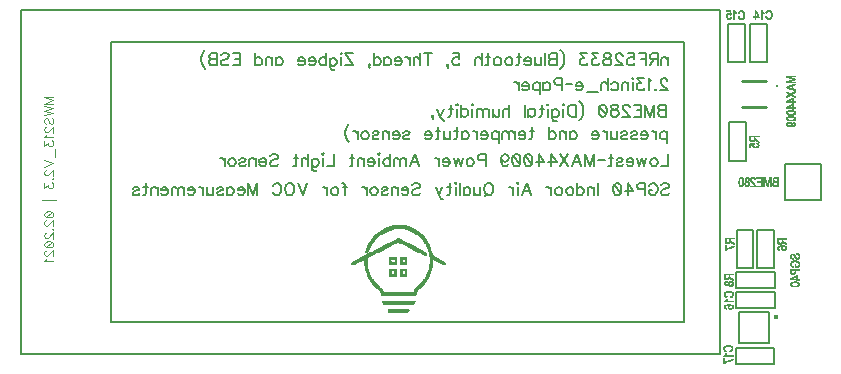
<source format=gbr>
G04 DipTrace 3.2.0.1*
G04 BottomSilk.gbr*
%MOIN*%
G04 #@! TF.FileFunction,Legend,Bot*
G04 #@! TF.Part,Single*
%ADD10C,0.009843*%
%ADD12C,0.003*%
%ADD14C,0.001969*%
%ADD21C,0.007874*%
%ADD22C,0.005906*%
%ADD44C,0.011817*%
%ADD48O,0.015747X0.015354*%
%ADD99C,0.004632*%
%ADD100C,0.006176*%
%FSLAX26Y26*%
G04*
G70*
G90*
G75*
G01*
G04 BotSilk*
%LPD*%
D44*
X1264761Y319488D3*
X1228340Y250591D2*
D10*
X1149603D1*
X1228340Y337205D2*
X1149603D1*
X1292323Y59055D2*
D22*
X1410433D1*
Y-59055D1*
X1292323D1*
Y59055D1*
X1240161Y-433268D2*
D21*
X1137799D1*
Y-535630D1*
X1240161D1*
Y-433268D1*
D48*
X1261812Y-451570D3*
X-955709Y466535D2*
D22*
X955709D1*
Y-466535D1*
X-955709D1*
Y466535D1*
X-1254921Y574803D2*
X1075787D1*
Y-574803D1*
X-1254921D1*
Y574803D1*
X1128097Y-551836D2*
X1256378D1*
Y-607444D1*
X1128097D1*
Y-551836D1*
X1199102Y-159306D2*
X1254710D1*
Y-287587D1*
X1199102D1*
Y-159306D1*
X1130793Y-159533D2*
X1186400D1*
Y-287814D1*
X1130793D1*
Y-159533D1*
X1105164Y199820D2*
X1160772D1*
Y71539D1*
X1105164D1*
Y199820D1*
X1176134Y526958D2*
X1231741D1*
Y398677D1*
X1176134D1*
Y526958D1*
X1102024Y526832D2*
X1157631D1*
Y398551D1*
X1102024D1*
Y526832D1*
X1129483Y-298709D2*
X1257764D1*
Y-354316D1*
X1129483D1*
Y-298709D1*
X1129848Y-365580D2*
X1258129D1*
Y-421188D1*
X1129848D1*
Y-365580D1*
X1190861Y573202D2*
D14*
X1192829D1*
X1211530D2*
X1213499D1*
X1233184D2*
X1239089D1*
X1190861Y572218D2*
X1193440D1*
X1211530D2*
X1213876D1*
X1231749D2*
X1240860D1*
X1190861Y571234D2*
X1194001D1*
X1211530D2*
X1214334D1*
X1230517D2*
X1242386D1*
X1190861Y570249D2*
X1194528D1*
X1211530D2*
X1214920D1*
X1229519D2*
X1233529D1*
X1238892D2*
X1243570D1*
X1190861Y569265D2*
X1195038D1*
X1211530D2*
X1215669D1*
X1228741D2*
X1232217D1*
X1240417D2*
X1244444D1*
X1190861Y568281D2*
X1195568D1*
X1211530D2*
X1216536D1*
X1228110D2*
X1231197D1*
X1241602D2*
X1245116D1*
X1190861Y567297D2*
X1196156D1*
X1211530D2*
X1217465D1*
X1227532D2*
X1230389D1*
X1242476D2*
X1245682D1*
X1190861Y566312D2*
X1196791D1*
X1211530D2*
X1218391D1*
X1226934D2*
X1229823D1*
X1243147D2*
X1246169D1*
X1190861Y565328D2*
X1192829D1*
X1194642D2*
X1197394D1*
X1211530D2*
X1214483D1*
X1216451D2*
X1219215D1*
X1226294D2*
X1229483D1*
X1243713D2*
X1246548D1*
X1190861Y564344D2*
X1192829D1*
X1195348D2*
X1197947D1*
X1211530D2*
X1214483D1*
X1217436D2*
X1219860D1*
X1228262D2*
X1229247D1*
X1244200D2*
X1246807D1*
X1190861Y563360D2*
X1192829D1*
X1195948D2*
X1198469D1*
X1211530D2*
X1214483D1*
X1218420D2*
X1220388D1*
X1244575D2*
X1247045D1*
X1190861Y562375D2*
X1192829D1*
X1196489D2*
X1198973D1*
X1211530D2*
X1214483D1*
X1244800D2*
X1247331D1*
X1190861Y561391D2*
X1192829D1*
X1197000D2*
X1199471D1*
X1211530D2*
X1214483D1*
X1244913D2*
X1247603D1*
X1190861Y560407D2*
X1192829D1*
X1197501D2*
X1199964D1*
X1211530D2*
X1214483D1*
X1244963D2*
X1247783D1*
X1190861Y559423D2*
X1192829D1*
X1197999D2*
X1200457D1*
X1211530D2*
X1214483D1*
X1244983D2*
X1247877D1*
X1190861Y558438D2*
X1192829D1*
X1198523D2*
X1200953D1*
X1211530D2*
X1214483D1*
X1244991D2*
X1247919D1*
X1190861Y557454D2*
X1192829D1*
X1199110D2*
X1201477D1*
X1211530D2*
X1214483D1*
X1244993D2*
X1247933D1*
X1190861Y556470D2*
X1192829D1*
X1199747D2*
X1202059D1*
X1211530D2*
X1214483D1*
X1244994D2*
X1247905D1*
X1190861Y555486D2*
X1192829D1*
X1200376D2*
X1202658D1*
X1211530D2*
X1214483D1*
X1244991D2*
X1247782D1*
X1190861Y554501D2*
X1192829D1*
X1201016D2*
X1203131D1*
X1211530D2*
X1214483D1*
X1244956D2*
X1247547D1*
X1190861Y553517D2*
X1192829D1*
X1201688D2*
X1203414D1*
X1211530D2*
X1214483D1*
X1227278D2*
X1228262D1*
X1244827D2*
X1247292D1*
X1186924Y552533D2*
X1203555D1*
X1211530D2*
X1214483D1*
X1226861D2*
X1228603D1*
X1244557D2*
X1247085D1*
X1186924Y551549D2*
X1203617D1*
X1211530D2*
X1214483D1*
X1226607D2*
X1228934D1*
X1244175D2*
X1246865D1*
X1186924Y550564D2*
X1203642D1*
X1211530D2*
X1214483D1*
X1226811D2*
X1229285D1*
X1243729D2*
X1246553D1*
X1190861Y549580D2*
X1192829D1*
X1211530D2*
X1214483D1*
X1227148D2*
X1229781D1*
X1243218D2*
X1246154D1*
X1190861Y548596D2*
X1192829D1*
X1211530D2*
X1214483D1*
X1227573D2*
X1230495D1*
X1242547D2*
X1245701D1*
X1190861Y547612D2*
X1192829D1*
X1211530D2*
X1214483D1*
X1228072D2*
X1231524D1*
X1241680D2*
X1245191D1*
X1190861Y546627D2*
X1192829D1*
X1211530D2*
X1214483D1*
X1228686D2*
X1233206D1*
X1239468D2*
X1244574D1*
X1190861Y545643D2*
X1192829D1*
X1211530D2*
X1214483D1*
X1229482D2*
X1235847D1*
X1236178D2*
X1243776D1*
X1190861Y544659D2*
X1192829D1*
X1211530D2*
X1214483D1*
X1230506D2*
X1242752D1*
X1190861Y543675D2*
X1192829D1*
X1211530D2*
X1214483D1*
X1231775D2*
X1241482D1*
X1190861Y542690D2*
X1192829D1*
X1211530D2*
X1214483D1*
X1233184D2*
X1240073D1*
X1096555Y573013D2*
X1108366D1*
X1120177D2*
X1122146D1*
X1141831D2*
X1147736D1*
X1096555Y572029D2*
X1108820D1*
X1120177D2*
X1122523D1*
X1140396D2*
X1149507D1*
X1096555Y571045D2*
X1109103D1*
X1120177D2*
X1122981D1*
X1139164D2*
X1151033D1*
X1107382Y570060D2*
X1109246D1*
X1120177D2*
X1123567D1*
X1138166D2*
X1142176D1*
X1147539D2*
X1152217D1*
X1107382Y569076D2*
X1109313D1*
X1120177D2*
X1124316D1*
X1137388D2*
X1140864D1*
X1149064D2*
X1153091D1*
X1107386Y568092D2*
X1109374D1*
X1120177D2*
X1125183D1*
X1136757D2*
X1139844D1*
X1150249D2*
X1153763D1*
X1107420Y567108D2*
X1109509D1*
X1120177D2*
X1126112D1*
X1136179D2*
X1139036D1*
X1151123D2*
X1154329D1*
X1107538Y566123D2*
X1109748D1*
X1120177D2*
X1127038D1*
X1135581D2*
X1138470D1*
X1151794D2*
X1154816D1*
X1107699Y565139D2*
X1110002D1*
X1120177D2*
X1123130D1*
X1125098D2*
X1127862D1*
X1134941D2*
X1138130D1*
X1152360D2*
X1155195D1*
X1107798Y564155D2*
X1110174D1*
X1120177D2*
X1123130D1*
X1126083D2*
X1128507D1*
X1136909D2*
X1137894D1*
X1152847D2*
X1155454D1*
X1101476Y563171D2*
X1105413D1*
X1107200D2*
X1110269D1*
X1120177D2*
X1123130D1*
X1127067D2*
X1129035D1*
X1153222D2*
X1155692D1*
X1100075Y562186D2*
X1110345D1*
X1120177D2*
X1123130D1*
X1153447D2*
X1155978D1*
X1098938Y561202D2*
X1110480D1*
X1120177D2*
X1123130D1*
X1153560D2*
X1156250D1*
X1098085Y560218D2*
X1101480D1*
X1106357D2*
X1110648D1*
X1120177D2*
X1123130D1*
X1153610D2*
X1156430D1*
X1097450Y559234D2*
X1100534D1*
X1107189D2*
X1110750D1*
X1120177D2*
X1123130D1*
X1153630D2*
X1156524D1*
X1096977Y558249D2*
X1099714D1*
X1107836D2*
X1110153D1*
X1120177D2*
X1123130D1*
X1153638D2*
X1156566D1*
X1096601Y557265D2*
X1099129D1*
X1108366D2*
X1109350D1*
X1120177D2*
X1123130D1*
X1153640D2*
X1156580D1*
X1096243Y556281D2*
X1098797D1*
X1120177D2*
X1123130D1*
X1153641D2*
X1156552D1*
X1095937Y555297D2*
X1098637D1*
X1120177D2*
X1123130D1*
X1153638D2*
X1156429D1*
X1095748Y554312D2*
X1098567D1*
X1120177D2*
X1123130D1*
X1153603D2*
X1156194D1*
X1095683Y553328D2*
X1098540D1*
X1120177D2*
X1123130D1*
X1135925D2*
X1136909D1*
X1153474D2*
X1155939D1*
X1095764Y552344D2*
X1098533D1*
X1120177D2*
X1123130D1*
X1135508D2*
X1137250D1*
X1153204D2*
X1155732D1*
X1095981Y551360D2*
X1098564D1*
X1120177D2*
X1123130D1*
X1135254D2*
X1137581D1*
X1152822D2*
X1155512D1*
X1096231Y550375D2*
X1098692D1*
X1109350D2*
X1111319D1*
X1120177D2*
X1123130D1*
X1135458D2*
X1137932D1*
X1152376D2*
X1155200D1*
X1096438Y549391D2*
X1098966D1*
X1108973D2*
X1111281D1*
X1120177D2*
X1123130D1*
X1135795D2*
X1138428D1*
X1151865D2*
X1154801D1*
X1096689Y548407D2*
X1099397D1*
X1108500D2*
X1111151D1*
X1120177D2*
X1123130D1*
X1136220D2*
X1139142D1*
X1151194D2*
X1154348D1*
X1097095Y547423D2*
X1099952D1*
X1107925D2*
X1110877D1*
X1120177D2*
X1123130D1*
X1136719D2*
X1140171D1*
X1150327D2*
X1153838D1*
X1097643Y546438D2*
X1101428D1*
X1106448D2*
X1110457D1*
X1120177D2*
X1123130D1*
X1137333D2*
X1141853D1*
X1148115D2*
X1153221D1*
X1098274Y545454D2*
X1103664D1*
X1104210D2*
X1109848D1*
X1120177D2*
X1123130D1*
X1138129D2*
X1144494D1*
X1144825D2*
X1152422D1*
X1099089Y544470D2*
X1108954D1*
X1120177D2*
X1123130D1*
X1139153D2*
X1151398D1*
X1100195Y543486D2*
X1107758D1*
X1120177D2*
X1123130D1*
X1140422D2*
X1150129D1*
X1101476Y542501D2*
X1106398D1*
X1120177D2*
X1123130D1*
X1141831D2*
X1148720D1*
X1098454Y-362446D2*
X1108297D1*
X1096225Y-363430D2*
X1110678D1*
X1094382Y-364415D2*
X1112761D1*
X1092929Y-365399D2*
X1114438D1*
X1091756Y-366383D2*
X1096531D1*
X1111056D2*
X1115689D1*
X1090806Y-367367D2*
X1094761D1*
X1112612D2*
X1116589D1*
X1090059Y-368352D2*
X1093322D1*
X1113887D2*
X1117271D1*
X1089477Y-369336D2*
X1092280D1*
X1114871D2*
X1117840D1*
X1089059Y-370320D2*
X1091551D1*
X1115560D2*
X1118328D1*
X1088817Y-371304D2*
X1091069D1*
X1116041D2*
X1118704D1*
X1088697Y-372289D2*
X1090800D1*
X1116413D2*
X1118925D1*
X1088645Y-373273D2*
X1090675D1*
X1116701D2*
X1119003D1*
X1088628Y-374257D2*
X1090654D1*
X1116596D2*
X1118927D1*
X1088654Y-375241D2*
X1090764D1*
X1116391D2*
X1118708D1*
X1088781Y-376226D2*
X1091069D1*
X1116093D2*
X1118425D1*
X1089054Y-377210D2*
X1091527D1*
X1115685D2*
X1118092D1*
X1089470Y-378194D2*
X1092586D1*
X1114689D2*
X1117602D1*
X1090045Y-379178D2*
X1094001D1*
X1113256D2*
X1116905D1*
X1090826Y-380163D2*
X1095682D1*
X1111534D2*
X1116027D1*
X1091843Y-381147D2*
X1097470D1*
X1110033D2*
X1114953D1*
X1093109Y-382131D2*
X1096947D1*
X1109032D2*
X1113658D1*
X1094517Y-383115D2*
X1096486D1*
X1108297D2*
X1112234D1*
X1096486Y-390005D2*
X1098454D1*
X1095616Y-390990D2*
X1097962D1*
X1094746Y-391974D2*
X1097386D1*
X1093746Y-392958D2*
X1096781D1*
X1092560Y-393942D2*
X1096115D1*
X1091297Y-394927D2*
X1095344D1*
X1090160Y-395911D2*
X1119123D1*
X1089300Y-396895D2*
X1119123D1*
X1088612Y-397879D2*
X1119123D1*
X1102391Y-406738D2*
X1106328D1*
X1098008Y-407722D2*
X1110257D1*
X1094742Y-408706D2*
X1113237D1*
X1092530Y-409690D2*
X1115275D1*
X1091010Y-410675D2*
X1095892D1*
X1102432D2*
X1106525D1*
X1112036D2*
X1116640D1*
X1089949Y-411659D2*
X1093795D1*
X1101613D2*
X1105004D1*
X1113562D2*
X1117565D1*
X1089153Y-412643D2*
X1092111D1*
X1101028D2*
X1103854D1*
X1114749D2*
X1118217D1*
X1088874Y-413627D2*
X1091245D1*
X1100696D2*
X1102980D1*
X1115650D2*
X1118658D1*
X1088723Y-414612D2*
X1090903D1*
X1100535D2*
X1102680D1*
X1116413D2*
X1118875D1*
X1088659Y-415596D2*
X1090764D1*
X1100470D2*
X1102558D1*
X1117155D2*
X1118869D1*
X1088670Y-416580D2*
X1090777D1*
X1100481D2*
X1102570D1*
X1116439D2*
X1118652D1*
X1088823Y-417564D2*
X1091342D1*
X1100634D2*
X1103156D1*
X1115610D2*
X1118287D1*
X1089126Y-418549D2*
X1092555D1*
X1101034D2*
X1105522D1*
X1113135D2*
X1117811D1*
X1089927Y-419533D2*
X1093750D1*
X1101722D2*
X1109385D1*
X1109213D2*
X1117143D1*
X1091073Y-420517D2*
X1094755D1*
X1102697D2*
X1116138D1*
X1092663Y-421501D2*
X1095175D1*
X1103946D2*
X1114765D1*
X1094517Y-422486D2*
X1095501D1*
X1105344D2*
X1113218D1*
X1096335Y-543226D2*
X1106177D1*
X1094105Y-544210D2*
X1108559D1*
X1092263Y-545194D2*
X1110641D1*
X1090810Y-546178D2*
X1112319D1*
X1089637Y-547163D2*
X1094411D1*
X1108936D2*
X1113569D1*
X1088687Y-548147D2*
X1092642D1*
X1110493D2*
X1114469D1*
X1087940Y-549131D2*
X1091203D1*
X1111768D2*
X1115151D1*
X1087358Y-550115D2*
X1090160D1*
X1112752D2*
X1115721D1*
X1086940Y-551100D2*
X1089432D1*
X1113440D2*
X1116209D1*
X1086697Y-552084D2*
X1088949D1*
X1113922D2*
X1116584D1*
X1086578Y-553068D2*
X1088681D1*
X1114294D2*
X1116806D1*
X1086525Y-554052D2*
X1088555D1*
X1114582D2*
X1116884D1*
X1086508Y-555037D2*
X1088534D1*
X1114477D2*
X1116808D1*
X1086535Y-556021D2*
X1088645D1*
X1114272D2*
X1116589D1*
X1086661Y-557005D2*
X1088949D1*
X1113974D2*
X1116305D1*
X1086935Y-557990D2*
X1089408D1*
X1113566D2*
X1115973D1*
X1087350Y-558974D2*
X1090467D1*
X1112570D2*
X1115483D1*
X1087925Y-559958D2*
X1091882D1*
X1111137D2*
X1114786D1*
X1088706Y-560942D2*
X1093563D1*
X1109414D2*
X1113907D1*
X1089723Y-561927D2*
X1095350D1*
X1107914D2*
X1112834D1*
X1090990Y-562911D2*
X1094828D1*
X1106912D2*
X1111539D1*
X1092398Y-563895D2*
X1094366D1*
X1106177D2*
X1110114D1*
X1094366Y-570785D2*
X1096335D1*
X1093497Y-571769D2*
X1095842D1*
X1092626Y-572753D2*
X1095267D1*
X1091626Y-573738D2*
X1094662D1*
X1090440Y-574722D2*
X1093996D1*
X1089178Y-575706D2*
X1093225D1*
X1088041Y-576690D2*
X1117004D1*
X1087181Y-577675D2*
X1117004D1*
X1086492Y-578659D2*
X1117004D1*
X1086492Y-587517D2*
X1088461D1*
X1086492Y-588501D2*
X1088461D1*
X1086492Y-589486D2*
X1088461D1*
X1086492Y-590470D2*
X1088461D1*
X1086492Y-591454D2*
X1088461D1*
X1111098D2*
X1117004D1*
X1086492Y-592438D2*
X1088461D1*
X1107241D2*
X1116466D1*
X1086492Y-593423D2*
X1088461D1*
X1103761D2*
X1114504D1*
X1086492Y-594407D2*
X1088461D1*
X1100686D2*
X1111637D1*
X1086492Y-595391D2*
X1088461D1*
X1098010D2*
X1108242D1*
X1086492Y-596375D2*
X1088464D1*
X1095692D2*
X1104845D1*
X1086492Y-597360D2*
X1088502D1*
X1093670D2*
X1101742D1*
X1086492Y-598344D2*
X1088654D1*
X1091869D2*
X1099027D1*
X1086492Y-599328D2*
X1088991D1*
X1090163D2*
X1096658D1*
X1086492Y-600312D2*
X1094537D1*
X1086492Y-601297D2*
X1092641D1*
X1086492Y-602281D2*
X1090976D1*
X1086492Y-603265D2*
X1089445D1*
X1173398Y154295D2*
X1203909D1*
X1173398Y153311D2*
X1203909D1*
X1173398Y152327D2*
X1203909D1*
X1173398Y151343D2*
X1175366D1*
X1188161D2*
X1190130D1*
X1173398Y150358D2*
X1175366D1*
X1188161D2*
X1190130D1*
X1173398Y149374D2*
X1175366D1*
X1188161D2*
X1190130D1*
X1173398Y148390D2*
X1175366D1*
X1188161D2*
X1190134D1*
X1173398Y147406D2*
X1175366D1*
X1188161D2*
X1190172D1*
X1173398Y146421D2*
X1175366D1*
X1188158D2*
X1190336D1*
X1173398Y145437D2*
X1175366D1*
X1188123D2*
X1190740D1*
X1173398Y144453D2*
X1175370D1*
X1187998D2*
X1191430D1*
X1173398Y143469D2*
X1175405D1*
X1187758D2*
X1192417D1*
X1173398Y142484D2*
X1175538D1*
X1187463D2*
X1193728D1*
X1173401Y141500D2*
X1175776D1*
X1187070D2*
X1195302D1*
X1173440Y140516D2*
X1176389D1*
X1186502D2*
X1188952D1*
X1191270D2*
X1196974D1*
X1173608Y139531D2*
X1178300D1*
X1184447D2*
X1188544D1*
X1192537D2*
X1198626D1*
X1173926Y138547D2*
X1181384D1*
X1181250D2*
X1187889D1*
X1193940D2*
X1200237D1*
X1174818Y137563D2*
X1187065D1*
X1195496D2*
X1201695D1*
X1175993Y136579D2*
X1186152D1*
X1197224D2*
X1202933D1*
X1177335Y135594D2*
X1185209D1*
X1199073D2*
X1203434D1*
X1200988Y134610D2*
X1203721D1*
X1202925Y133626D2*
X1203909D1*
X1185209Y129689D2*
X1188161D1*
X1196035D2*
X1198988D1*
X1179303Y128705D2*
X1188083D1*
X1196397D2*
X1200385D1*
X1173398Y127720D2*
X1187908D1*
X1197392D2*
X1201492D1*
X1173398Y126736D2*
X1187226D1*
X1198547D2*
X1202254D1*
X1173398Y125752D2*
X1180077D1*
X1184418D2*
X1186465D1*
X1199596D2*
X1202775D1*
X1173398Y124768D2*
X1177415D1*
X1183842D2*
X1185864D1*
X1200452D2*
X1203197D1*
X1173398Y123783D2*
X1176190D1*
X1183513D2*
X1185512D1*
X1201203D2*
X1203524D1*
X1173398Y122799D2*
X1175750D1*
X1183353D2*
X1185376D1*
X1201941D2*
X1203693D1*
X1173398Y121815D2*
X1175523D1*
X1183287D2*
X1185373D1*
X1201289D2*
X1203666D1*
X1173398Y120831D2*
X1175426D1*
X1183298D2*
X1185747D1*
X1200533D2*
X1203438D1*
X1173398Y119846D2*
X1175387D1*
X1183452D2*
X1186644D1*
X1199596D2*
X1203036D1*
X1173398Y118862D2*
X1175373D1*
X1183852D2*
X1189167D1*
X1197032D2*
X1202434D1*
X1173398Y117878D2*
X1175369D1*
X1184540D2*
X1193123D1*
X1193055D2*
X1201530D1*
X1173398Y116894D2*
X1175367D1*
X1185515D2*
X1200269D1*
X1173398Y115909D2*
X1175366D1*
X1186764D2*
X1198710D1*
X1188161Y114925D2*
X1197020D1*
X1266186Y-186930D2*
X1296698D1*
X1266186Y-187915D2*
X1296698D1*
X1266186Y-188899D2*
X1296698D1*
X1266186Y-189883D2*
X1268155D1*
X1280950D2*
X1282919D1*
X1266186Y-190867D2*
X1268155D1*
X1280950D2*
X1282919D1*
X1266186Y-191852D2*
X1268155D1*
X1280950D2*
X1282919D1*
X1266186Y-192836D2*
X1268155D1*
X1280950D2*
X1282922D1*
X1266186Y-193820D2*
X1268155D1*
X1280950D2*
X1282961D1*
X1266186Y-194804D2*
X1268155D1*
X1280946D2*
X1283125D1*
X1266186Y-195789D2*
X1268155D1*
X1280912D2*
X1283528D1*
X1266186Y-196773D2*
X1268159D1*
X1280786D2*
X1284219D1*
X1266186Y-197757D2*
X1268193D1*
X1280547D2*
X1285206D1*
X1266186Y-198741D2*
X1268326D1*
X1280252D2*
X1286517D1*
X1266190Y-199726D2*
X1268564D1*
X1279859D2*
X1288091D1*
X1266229Y-200710D2*
X1269178D1*
X1279291D2*
X1281741D1*
X1284059D2*
X1289763D1*
X1266396Y-201694D2*
X1271089D1*
X1277236D2*
X1281332D1*
X1285326D2*
X1291415D1*
X1266715Y-202678D2*
X1274173D1*
X1274039D2*
X1280678D1*
X1286729D2*
X1293025D1*
X1267607Y-203663D2*
X1279854D1*
X1288285D2*
X1294484D1*
X1268782Y-204647D2*
X1278941D1*
X1290012D2*
X1295722D1*
X1270123Y-205631D2*
X1277997D1*
X1291862D2*
X1296223D1*
X1293776Y-206615D2*
X1296510D1*
X1295714Y-207600D2*
X1296698D1*
X1279966Y-210552D2*
X1283903D1*
X1275583Y-211537D2*
X1287832D1*
X1272316Y-212521D2*
X1290811D1*
X1270105Y-213505D2*
X1292850D1*
X1268585Y-214490D2*
X1273467D1*
X1280007D2*
X1284100D1*
X1289611D2*
X1294215D1*
X1267524Y-215474D2*
X1271370D1*
X1279188D2*
X1282579D1*
X1291136D2*
X1295140D1*
X1266728Y-216458D2*
X1269686D1*
X1278603D2*
X1281429D1*
X1292324D2*
X1295792D1*
X1266449Y-217442D2*
X1268820D1*
X1278271D2*
X1280555D1*
X1293225D2*
X1296233D1*
X1266298Y-218427D2*
X1268478D1*
X1278110D2*
X1280254D1*
X1293987D2*
X1296450D1*
X1266234Y-219411D2*
X1268339D1*
X1278045D2*
X1280133D1*
X1294730D2*
X1296443D1*
X1266245Y-220395D2*
X1268352D1*
X1278056D2*
X1280145D1*
X1294014D2*
X1296226D1*
X1266398Y-221379D2*
X1268917D1*
X1278209D2*
X1280731D1*
X1293184D2*
X1295862D1*
X1266701Y-222364D2*
X1270130D1*
X1278609D2*
X1283096D1*
X1290710D2*
X1295386D1*
X1267502Y-223348D2*
X1271325D1*
X1279297D2*
X1286959D1*
X1286788D2*
X1294718D1*
X1268648Y-224332D2*
X1272330D1*
X1280272D2*
X1293712D1*
X1270238Y-225316D2*
X1272750D1*
X1281521D2*
X1292340D1*
X1272092Y-226301D2*
X1273076D1*
X1282919D2*
X1290793D1*
X1092211Y-186215D2*
X1122723D1*
X1092211Y-187199D2*
X1122723D1*
X1092211Y-188184D2*
X1122723D1*
X1092211Y-189168D2*
X1094180D1*
X1106975D2*
X1108944D1*
X1092211Y-190152D2*
X1094180D1*
X1106975D2*
X1108944D1*
X1092211Y-191136D2*
X1094180D1*
X1106975D2*
X1108944D1*
X1092211Y-192121D2*
X1094180D1*
X1106975D2*
X1108947D1*
X1092211Y-193105D2*
X1094180D1*
X1106975D2*
X1108986D1*
X1092211Y-194089D2*
X1094180D1*
X1106971D2*
X1109150D1*
X1092211Y-195073D2*
X1094180D1*
X1106937D2*
X1109553D1*
X1092211Y-196058D2*
X1094184D1*
X1106811D2*
X1110244D1*
X1092211Y-197042D2*
X1094218D1*
X1106572D2*
X1111231D1*
X1092211Y-198026D2*
X1094351D1*
X1106277D2*
X1112542D1*
X1092215Y-199010D2*
X1094589D1*
X1105884D2*
X1114116D1*
X1092254Y-199995D2*
X1095203D1*
X1105316D2*
X1107766D1*
X1110084D2*
X1115788D1*
X1092421Y-200979D2*
X1097114D1*
X1103261D2*
X1107357D1*
X1111350D2*
X1117440D1*
X1092740Y-201963D2*
X1100198D1*
X1100064D2*
X1106703D1*
X1112753D2*
X1119050D1*
X1093632Y-202948D2*
X1105879D1*
X1114310D2*
X1120509D1*
X1094806Y-203932D2*
X1104966D1*
X1116037D2*
X1121747D1*
X1096148Y-204916D2*
X1104022D1*
X1117887D2*
X1122247D1*
X1119801Y-205900D2*
X1122535D1*
X1121739Y-206885D2*
X1122723D1*
X1092211Y-209837D2*
X1094180D1*
X1092211Y-210822D2*
X1094180D1*
X1092211Y-211806D2*
X1094180D1*
X1092211Y-212790D2*
X1094180D1*
X1092211Y-213774D2*
X1094180D1*
X1116818D2*
X1122723D1*
X1092211Y-214759D2*
X1094180D1*
X1112960D2*
X1122185D1*
X1092211Y-215743D2*
X1094180D1*
X1109480D2*
X1120223D1*
X1092211Y-216727D2*
X1094180D1*
X1106405D2*
X1117356D1*
X1092211Y-217711D2*
X1094180D1*
X1103729D2*
X1113961D1*
X1092211Y-218696D2*
X1094184D1*
X1101412D2*
X1110564D1*
X1092211Y-219680D2*
X1094221D1*
X1099389D2*
X1107461D1*
X1092211Y-220664D2*
X1094373D1*
X1097588D2*
X1104746D1*
X1092211Y-221648D2*
X1094710D1*
X1095882D2*
X1102377D1*
X1092211Y-222633D2*
X1100257D1*
X1092211Y-223617D2*
X1098360D1*
X1092211Y-224601D2*
X1096695D1*
X1092211Y-225585D2*
X1095164D1*
X1088995Y-306157D2*
X1119507D1*
X1088995Y-307142D2*
X1119507D1*
X1088995Y-308126D2*
X1119507D1*
X1088995Y-309110D2*
X1090963D1*
X1103759D2*
X1105727D1*
X1088995Y-310094D2*
X1090963D1*
X1103759D2*
X1105727D1*
X1088995Y-311079D2*
X1090963D1*
X1103759D2*
X1105727D1*
X1088995Y-312063D2*
X1090963D1*
X1103759D2*
X1105731D1*
X1088995Y-313047D2*
X1090963D1*
X1103759D2*
X1105769D1*
X1088995Y-314031D2*
X1090963D1*
X1103755D2*
X1105933D1*
X1088995Y-315016D2*
X1090963D1*
X1103720D2*
X1106337D1*
X1088995Y-316000D2*
X1090967D1*
X1103595D2*
X1107027D1*
X1088995Y-316984D2*
X1091002D1*
X1103355D2*
X1108015D1*
X1088995Y-317969D2*
X1091135D1*
X1103060D2*
X1109325D1*
X1088999Y-318953D2*
X1091373D1*
X1102667D2*
X1110899D1*
X1089037Y-319937D2*
X1091986D1*
X1102099D2*
X1104549D1*
X1106867D2*
X1112571D1*
X1089205Y-320921D2*
X1093897D1*
X1100044D2*
X1104141D1*
X1108134D2*
X1114223D1*
X1089523Y-321906D2*
X1096981D1*
X1096847D2*
X1103486D1*
X1109537D2*
X1115834D1*
X1090415Y-322890D2*
X1102662D1*
X1111093D2*
X1117292D1*
X1091590Y-323874D2*
X1101749D1*
X1112821D2*
X1118531D1*
X1092932Y-324858D2*
X1100806D1*
X1114670D2*
X1119031D1*
X1116585Y-325843D2*
X1119318D1*
X1118522Y-326827D2*
X1119507D1*
X1108680Y-329780D2*
X1111633D1*
X1106706Y-330764D2*
X1113858D1*
X1091948Y-331748D2*
X1099822D1*
X1104849D2*
X1115662D1*
X1091005Y-332732D2*
X1101729D1*
X1102890D2*
X1116959D1*
X1090185Y-333717D2*
X1105768D1*
X1114548D2*
X1117923D1*
X1089600Y-334701D2*
X1092973D1*
X1099666D2*
X1104949D1*
X1115402D2*
X1118385D1*
X1089268Y-335685D2*
X1092153D1*
X1100364D2*
X1104364D1*
X1116108D2*
X1118795D1*
X1089108Y-336669D2*
X1091573D1*
X1100894D2*
X1104036D1*
X1116641D2*
X1119121D1*
X1089042Y-337654D2*
X1091185D1*
X1101288D2*
X1103910D1*
X1117036D2*
X1119290D1*
X1089049Y-338638D2*
X1091174D1*
X1101224D2*
X1103974D1*
X1116916D2*
X1119263D1*
X1089168Y-339622D2*
X1091580D1*
X1100709D2*
X1104177D1*
X1116653D2*
X1119039D1*
X1089442Y-340606D2*
X1093143D1*
X1098830D2*
X1104800D1*
X1115924D2*
X1118672D1*
X1089895Y-341591D2*
X1095676D1*
X1095762D2*
X1106881D1*
X1113667D2*
X1118199D1*
X1090615Y-342575D2*
X1110305D1*
X1110111D2*
X1117568D1*
X1091677Y-343559D2*
X1100806D1*
X1103939D2*
X1116714D1*
X1092932Y-344543D2*
X1098837D1*
X1105269D2*
X1115678D1*
X1106711Y-345528D2*
X1114585D1*
X1295625Y354580D2*
X1326136D1*
X1295632Y353596D2*
X1326136D1*
X1295717Y352612D2*
X1326136D1*
X1295925Y351627D2*
X1301378D1*
X1296905Y350643D2*
X1305067D1*
X1299112Y349659D2*
X1308715D1*
X1301880Y348675D2*
X1312350D1*
X1305085Y347690D2*
X1315910D1*
X1308523Y346706D2*
X1319274D1*
X1311945Y345722D2*
X1322130D1*
X1315101Y344738D2*
X1324442D1*
X1317815Y343753D2*
X1325461D1*
X1320231Y342769D2*
X1325850D1*
X1316900Y341785D2*
X1326136D1*
X1313494Y340801D2*
X1322573D1*
X1309989Y339816D2*
X1319059D1*
X1306429Y338832D2*
X1315579D1*
X1302999Y337848D2*
X1312117D1*
X1300021Y336864D2*
X1308631D1*
X1297541Y335879D2*
X1305058D1*
X1296398Y334895D2*
X1301358D1*
X1295984Y333911D2*
X1326136D1*
X1295762Y332927D2*
X1326136D1*
X1295625Y331942D2*
X1326136D1*
X1325152Y328005D2*
X1326136D1*
X1321745Y327021D2*
X1326009D1*
X1318506Y326037D2*
X1325717D1*
X1315375Y325052D2*
X1324226D1*
X1312234Y324068D2*
X1322105D1*
X1309020Y323084D2*
X1319863D1*
X1305812Y322100D2*
X1317885D1*
X1302765Y321115D2*
X1316936D1*
X1300086Y320131D2*
X1309211D1*
X1314325D2*
X1316593D1*
X1298054Y319147D2*
X1305853D1*
X1314325D2*
X1316417D1*
X1296556Y318163D2*
X1302268D1*
X1314325D2*
X1316340D1*
X1296101Y317178D2*
X1298577D1*
X1314325D2*
X1316311D1*
X1295816Y316194D2*
X1301579D1*
X1314318D2*
X1316300D1*
X1296971Y315210D2*
X1304771D1*
X1314243D2*
X1316300D1*
X1298729Y314226D2*
X1308425D1*
X1314064D2*
X1316345D1*
X1301041Y313241D2*
X1312680D1*
X1313297D2*
X1316459D1*
X1303698Y312257D2*
X1317092D1*
X1306531Y311273D2*
X1318813D1*
X1309470Y310289D2*
X1320984D1*
X1312530Y309304D2*
X1323083D1*
X1315713Y308320D2*
X1324835D1*
X1318918Y307336D2*
X1325619D1*
X1322057Y306352D2*
X1325917D1*
X1325152Y305367D2*
X1326136D1*
X1325152Y303399D2*
X1326136D1*
X1323336Y302415D2*
X1326054D1*
X1295625Y301430D2*
X1297593D1*
X1321615D2*
X1325867D1*
X1295771Y300446D2*
X1299410D1*
X1319936D2*
X1324998D1*
X1296272Y299462D2*
X1301134D1*
X1318265D2*
X1323794D1*
X1297409Y298478D2*
X1302855D1*
X1316616D2*
X1322376D1*
X1298790Y297493D2*
X1304726D1*
X1314867D2*
X1320800D1*
X1300296Y296509D2*
X1306908D1*
X1312784D2*
X1319097D1*
X1301880Y295525D2*
X1309505D1*
X1310246D2*
X1317404D1*
X1303486Y294541D2*
X1315880D1*
X1305008Y293556D2*
X1314562D1*
X1306451Y292572D2*
X1313341D1*
X1304975Y291588D2*
X1314969D1*
X1303415Y290604D2*
X1316610D1*
X1301829Y289619D2*
X1307473D1*
X1312550D2*
X1318267D1*
X1300219Y288635D2*
X1305631D1*
X1313939D2*
X1319899D1*
X1298650Y287651D2*
X1303902D1*
X1315544D2*
X1321530D1*
X1297346Y286667D2*
X1302224D1*
X1317227D2*
X1323106D1*
X1296325Y285682D2*
X1300580D1*
X1318890D2*
X1324414D1*
X1295929Y284698D2*
X1299044D1*
X1320576D2*
X1325436D1*
X1295625Y283714D2*
X1297593D1*
X1322348D2*
X1325832D1*
X1324168Y282730D2*
X1326136D1*
X1315310Y280761D2*
X1318262D1*
X1313796Y279777D2*
X1318262D1*
X1312110Y278793D2*
X1318262D1*
X1310288Y277808D2*
X1318262D1*
X1308418Y276824D2*
X1313148D1*
X1316294D2*
X1318262D1*
X1306600Y275840D2*
X1311755D1*
X1316294D2*
X1318262D1*
X1304877Y274856D2*
X1310116D1*
X1316294D2*
X1318262D1*
X1303165Y273871D2*
X1308311D1*
X1316290D2*
X1318262D1*
X1301377Y272887D2*
X1306450D1*
X1316252D2*
X1318262D1*
X1299577Y271903D2*
X1304673D1*
X1316088D2*
X1318262D1*
X1297978Y270919D2*
X1303111D1*
X1315692D2*
X1318262D1*
X1296645Y269934D2*
X1301776D1*
X1315062D2*
X1318262D1*
X1296121Y268950D2*
X1326136D1*
X1295821Y267966D2*
X1326136D1*
X1295625Y266982D2*
X1326136D1*
X1316294Y265997D2*
X1318262D1*
X1316294Y265013D2*
X1318262D1*
X1316294Y264029D2*
X1318262D1*
X1315310Y261076D2*
X1318262D1*
X1313796Y260092D2*
X1318262D1*
X1312110Y259108D2*
X1318262D1*
X1310288Y258123D2*
X1318262D1*
X1308418Y257139D2*
X1313148D1*
X1316294D2*
X1318262D1*
X1306600Y256155D2*
X1311755D1*
X1316294D2*
X1318262D1*
X1304877Y255171D2*
X1310116D1*
X1316294D2*
X1318262D1*
X1303165Y254186D2*
X1308311D1*
X1316290D2*
X1318262D1*
X1301377Y253202D2*
X1306450D1*
X1316252D2*
X1318262D1*
X1299577Y252218D2*
X1304673D1*
X1316088D2*
X1318262D1*
X1297978Y251234D2*
X1303111D1*
X1315692D2*
X1318262D1*
X1296645Y250249D2*
X1301776D1*
X1315062D2*
X1318262D1*
X1296121Y249265D2*
X1326136D1*
X1295821Y248281D2*
X1326136D1*
X1295625Y247297D2*
X1326136D1*
X1316294Y246312D2*
X1318262D1*
X1316294Y245328D2*
X1318262D1*
X1316294Y244344D2*
X1318262D1*
X1308420Y240407D2*
X1313341D1*
X1304221Y239423D2*
X1317270D1*
X1301008Y238438D2*
X1320250D1*
X1298762Y237454D2*
X1322288D1*
X1297076Y236470D2*
X1301727D1*
X1318822D2*
X1323653D1*
X1296256Y235486D2*
X1300206D1*
X1320828D2*
X1324578D1*
X1295928Y234501D2*
X1299056D1*
X1322193D2*
X1325231D1*
X1295752Y233517D2*
X1298182D1*
X1323189D2*
X1325671D1*
X1295678Y232533D2*
X1297919D1*
X1323598D2*
X1325888D1*
X1295681Y231549D2*
X1297812D1*
X1323481D2*
X1325882D1*
X1295803Y230564D2*
X1298166D1*
X1322770D2*
X1325661D1*
X1296107Y229580D2*
X1299239D1*
X1321648D2*
X1325262D1*
X1296655Y228596D2*
X1300874D1*
X1319957D2*
X1324657D1*
X1297537Y227612D2*
X1303049D1*
X1317749D2*
X1323715D1*
X1298838Y226627D2*
X1322303D1*
X1300557Y225643D2*
X1320407D1*
X1302514Y224659D2*
X1318262D1*
X1308420Y220722D2*
X1313341D1*
X1304221Y219738D2*
X1317270D1*
X1301008Y218753D2*
X1320250D1*
X1298762Y217769D2*
X1322288D1*
X1297076Y216785D2*
X1301727D1*
X1318822D2*
X1323653D1*
X1296256Y215801D2*
X1300206D1*
X1320828D2*
X1324578D1*
X1295928Y214816D2*
X1299056D1*
X1322193D2*
X1325231D1*
X1295752Y213832D2*
X1298182D1*
X1323189D2*
X1325671D1*
X1295678Y212848D2*
X1297919D1*
X1323598D2*
X1325888D1*
X1295681Y211864D2*
X1297812D1*
X1323481D2*
X1325882D1*
X1295803Y210879D2*
X1298166D1*
X1322770D2*
X1325661D1*
X1296107Y209895D2*
X1299239D1*
X1321648D2*
X1325262D1*
X1296655Y208911D2*
X1300874D1*
X1319957D2*
X1324657D1*
X1297537Y207927D2*
X1303049D1*
X1317749D2*
X1323715D1*
X1298838Y206942D2*
X1322303D1*
X1300557Y205958D2*
X1320407D1*
X1302514Y204974D2*
X1318262D1*
X1303499Y201037D2*
X1306451D1*
X1301151Y200052D2*
X1308677D1*
X1319247D2*
X1321215D1*
X1299323Y199068D2*
X1310485D1*
X1319478D2*
X1322616D1*
X1297948Y198084D2*
X1311813D1*
X1319878D2*
X1323753D1*
X1296937Y197100D2*
X1300895D1*
X1309367D2*
X1312746D1*
X1320866D2*
X1324606D1*
X1296163Y196115D2*
X1299618D1*
X1310221D2*
X1313409D1*
X1321925D2*
X1325238D1*
X1295886Y195131D2*
X1298723D1*
X1310927D2*
X1313855D1*
X1322820D2*
X1325672D1*
X1295736Y194147D2*
X1298052D1*
X1311460D2*
X1314075D1*
X1323495D2*
X1325889D1*
X1295672Y193163D2*
X1297857D1*
X1311855D2*
X1314070D1*
X1323553D2*
X1325882D1*
X1295683Y192178D2*
X1297795D1*
X1311731D2*
X1313850D1*
X1323174D2*
X1325661D1*
X1295837Y191194D2*
X1298160D1*
X1311456D2*
X1313455D1*
X1322623D2*
X1325266D1*
X1296232Y190210D2*
X1299122D1*
X1310639D2*
X1312895D1*
X1321010D2*
X1324699D1*
X1296891Y189226D2*
X1301577D1*
X1308275D2*
X1312172D1*
X1318311D2*
X1323920D1*
X1297789Y188241D2*
X1305151D1*
X1304759D2*
X1311373D1*
X1314247D2*
X1322892D1*
X1299008Y187257D2*
X1321564D1*
X1300637Y186273D2*
X1319972D1*
X1302514Y185289D2*
X1318262D1*
X1142395Y16673D2*
X1147316D1*
X1162080D2*
X1167001D1*
X1180781D2*
X1186686D1*
X1196529D2*
X1214245D1*
X1220151D2*
X1224088D1*
X1239836D2*
X1243773D1*
X1255584D2*
X1267395D1*
X1141112Y15689D2*
X1148263D1*
X1160797D2*
X1167982D1*
X1179800D2*
X1188087D1*
X1196529D2*
X1214245D1*
X1220151D2*
X1224428D1*
X1239378D2*
X1243773D1*
X1254183D2*
X1267395D1*
X1140124Y14705D2*
X1149117D1*
X1159813D2*
X1168928D1*
X1178855D2*
X1189224D1*
X1196529D2*
X1214245D1*
X1220151D2*
X1224756D1*
X1239060D2*
X1243773D1*
X1253046D2*
X1267395D1*
X1139381Y13720D2*
X1142432D1*
X1147160D2*
X1149827D1*
X1159101D2*
X1162121D1*
X1166845D2*
X1169748D1*
X1178030D2*
X1182114D1*
X1186683D2*
X1190077D1*
X1212277D2*
X1214245D1*
X1220151D2*
X1225068D1*
X1238792D2*
X1243773D1*
X1252193D2*
X1255933D1*
X1265427D2*
X1267395D1*
X1138780Y12736D2*
X1141578D1*
X1147862D2*
X1150399D1*
X1158590D2*
X1161302D1*
X1167547D2*
X1170333D1*
X1177411D2*
X1180837D1*
X1187628D2*
X1190709D1*
X1212277D2*
X1214245D1*
X1220151D2*
X1225400D1*
X1238489D2*
X1243773D1*
X1251562D2*
X1254656D1*
X1265427D2*
X1267395D1*
X1138278Y11752D2*
X1140868D1*
X1148431D2*
X1150847D1*
X1158198D2*
X1160717D1*
X1168113D2*
X1170665D1*
X1176953D2*
X1179942D1*
X1188449D2*
X1191147D1*
X1212277D2*
X1214245D1*
X1220151D2*
X1225700D1*
X1238176D2*
X1243773D1*
X1251123D2*
X1253761D1*
X1265427D2*
X1267395D1*
X1137897Y10768D2*
X1140300D1*
X1148878D2*
X1151213D1*
X1157838D2*
X1160385D1*
X1168521D2*
X1170825D1*
X1176557D2*
X1179271D1*
X1189037D2*
X1191399D1*
X1212277D2*
X1214245D1*
X1220151D2*
X1225924D1*
X1237870D2*
X1243773D1*
X1250872D2*
X1253090D1*
X1265427D2*
X1267395D1*
X1137669Y9783D2*
X1139887D1*
X1149245D2*
X1151568D1*
X1157565D2*
X1160228D1*
X1168727D2*
X1170895D1*
X1176239D2*
X1179035D1*
X1189392D2*
X1191527D1*
X1212277D2*
X1214245D1*
X1220151D2*
X1226147D1*
X1237539D2*
X1239798D1*
X1241804D2*
X1243773D1*
X1250750D2*
X1252858D1*
X1265427D2*
X1267395D1*
X1137552Y8799D2*
X1139646D1*
X1149599D2*
X1151872D1*
X1157415D2*
X1160197D1*
X1168717D2*
X1170919D1*
X1176075D2*
X1178911D1*
X1189639D2*
X1191608D1*
X1212277D2*
X1214245D1*
X1220151D2*
X1223104D1*
X1225076D2*
X1226431D1*
X1237240D2*
X1239672D1*
X1241804D2*
X1243773D1*
X1250700D2*
X1252765D1*
X1265427D2*
X1267395D1*
X1137467Y7815D2*
X1139528D1*
X1149904D2*
X1152065D1*
X1157653D2*
X1160255D1*
X1168479D2*
X1170890D1*
X1176098D2*
X1178888D1*
X1212277D2*
X1214245D1*
X1220151D2*
X1223104D1*
X1225111D2*
X1226736D1*
X1237016D2*
X1239436D1*
X1241804D2*
X1243773D1*
X1250714D2*
X1252840D1*
X1265427D2*
X1267395D1*
X1137322Y6831D2*
X1139475D1*
X1150096D2*
X1152164D1*
X1158041D2*
X1160689D1*
X1168090D2*
X1170730D1*
X1176293D2*
X1178994D1*
X1212277D2*
X1214245D1*
X1220151D2*
X1223104D1*
X1225236D2*
X1227040D1*
X1236792D2*
X1239180D1*
X1241804D2*
X1243773D1*
X1250835D2*
X1253048D1*
X1265427D2*
X1267395D1*
X1137078Y5846D2*
X1139454D1*
X1150195D2*
X1152208D1*
X1158598D2*
X1162094D1*
X1167078D2*
X1170332D1*
X1176561D2*
X1179255D1*
X1212277D2*
X1214245D1*
X1220151D2*
X1223104D1*
X1225472D2*
X1227370D1*
X1236512D2*
X1238974D1*
X1241804D2*
X1243773D1*
X1251106D2*
X1253718D1*
X1265427D2*
X1267395D1*
X1136823Y4862D2*
X1139447D1*
X1150240D2*
X1152227D1*
X1159334D2*
X1164292D1*
X1164775D2*
X1169681D1*
X1176855D2*
X1179634D1*
X1212277D2*
X1214245D1*
X1220151D2*
X1223104D1*
X1225728D2*
X1227668D1*
X1236238D2*
X1238757D1*
X1241804D2*
X1243773D1*
X1251521D2*
X1256314D1*
X1265427D2*
X1267395D1*
X1136651Y3878D2*
X1139444D1*
X1150258D2*
X1152234D1*
X1160191D2*
X1168866D1*
X1177218D2*
X1180078D1*
X1212277D2*
X1214245D1*
X1220151D2*
X1223104D1*
X1225934D2*
X1227892D1*
X1236025D2*
X1238476D1*
X1241804D2*
X1243773D1*
X1252089D2*
X1260763D1*
X1265427D2*
X1267395D1*
X1136559Y2894D2*
X1139443D1*
X1150265D2*
X1152236D1*
X1161096D2*
X1167986D1*
X1177671D2*
X1180586D1*
X1197513D2*
X1214245D1*
X1220151D2*
X1223104D1*
X1226151D2*
X1228116D1*
X1235806D2*
X1238172D1*
X1241804D2*
X1243773D1*
X1252815D2*
X1267395D1*
X1136517Y1909D2*
X1139442D1*
X1150268D2*
X1152237D1*
X1159699D2*
X1169268D1*
X1178225D2*
X1181198D1*
X1197513D2*
X1214245D1*
X1220151D2*
X1223104D1*
X1226432D2*
X1228396D1*
X1235527D2*
X1237868D1*
X1241804D2*
X1243773D1*
X1253615D2*
X1267395D1*
X1136504Y925D2*
X1139442D1*
X1150269D2*
X1152237D1*
X1158592D2*
X1162084D1*
X1166964D2*
X1170253D1*
X1178849D2*
X1181959D1*
X1197513D2*
X1214245D1*
X1220151D2*
X1223104D1*
X1226737D2*
X1228670D1*
X1235254D2*
X1237538D1*
X1241804D2*
X1243773D1*
X1252333D2*
X1267395D1*
X1136532Y-59D2*
X1139442D1*
X1150269D2*
X1152237D1*
X1157830D2*
X1161138D1*
X1167818D2*
X1170961D1*
X1179481D2*
X1182831D1*
X1212277D2*
X1214245D1*
X1220151D2*
X1223104D1*
X1227040D2*
X1228883D1*
X1235041D2*
X1237240D1*
X1241804D2*
X1243773D1*
X1251348D2*
X1254637D1*
X1265427D2*
X1267395D1*
X1136655Y-1043D2*
X1139442D1*
X1150269D2*
X1152238D1*
X1157309D2*
X1160318D1*
X1168528D2*
X1171437D1*
X1180162D2*
X1183766D1*
X1212277D2*
X1214245D1*
X1220151D2*
X1223104D1*
X1227370D2*
X1229102D1*
X1234821D2*
X1237016D1*
X1241804D2*
X1243773D1*
X1250636D2*
X1253783D1*
X1265427D2*
X1267395D1*
X1136890Y-2028D2*
X1139442D1*
X1150265D2*
X1152238D1*
X1156887D2*
X1159733D1*
X1169096D2*
X1171703D1*
X1180954D2*
X1184730D1*
X1212277D2*
X1214245D1*
X1220151D2*
X1223104D1*
X1227668D2*
X1229385D1*
X1234539D2*
X1236792D1*
X1241804D2*
X1243773D1*
X1250126D2*
X1253073D1*
X1265427D2*
X1267395D1*
X1137142Y-3012D2*
X1139442D1*
X1150231D2*
X1152238D1*
X1156556D2*
X1159401D1*
X1169509D2*
X1171832D1*
X1181839D2*
X1185706D1*
X1212277D2*
X1214245D1*
X1220151D2*
X1223104D1*
X1227892D2*
X1229689D1*
X1234235D2*
X1236512D1*
X1241804D2*
X1243773D1*
X1249738D2*
X1252505D1*
X1265427D2*
X1267395D1*
X1137313Y-3996D2*
X1139446D1*
X1150105D2*
X1152234D1*
X1156357D2*
X1159240D1*
X1169746D2*
X1171888D1*
X1182778D2*
X1186684D1*
X1212277D2*
X1214245D1*
X1220151D2*
X1223104D1*
X1228116D2*
X1229993D1*
X1233931D2*
X1236238D1*
X1241804D2*
X1243773D1*
X1249408D2*
X1252096D1*
X1265427D2*
X1267395D1*
X1137408Y-4980D2*
X1139481D1*
X1149866D2*
X1152199D1*
X1156289D2*
X1159175D1*
X1169830D2*
X1171910D1*
X1183744D2*
X1187633D1*
X1212277D2*
X1214245D1*
X1220151D2*
X1223104D1*
X1228400D2*
X1230326D1*
X1233598D2*
X1236025D1*
X1241804D2*
X1243773D1*
X1249142D2*
X1251890D1*
X1265427D2*
X1267395D1*
X1137485Y-5965D2*
X1139610D1*
X1149579D2*
X1152070D1*
X1156368D2*
X1159182D1*
X1169753D2*
X1171914D1*
X1184718D2*
X1188491D1*
X1212277D2*
X1214245D1*
X1220151D2*
X1223104D1*
X1228705D2*
X1230659D1*
X1233265D2*
X1235806D1*
X1241804D2*
X1243773D1*
X1249246D2*
X1251900D1*
X1265427D2*
X1267395D1*
X1137631Y-6949D2*
X1139884D1*
X1149278D2*
X1151799D1*
X1156589D2*
X1159304D1*
X1169500D2*
X1171883D1*
X1185665D2*
X1189236D1*
X1212277D2*
X1214245D1*
X1220151D2*
X1223104D1*
X1229009D2*
X1231001D1*
X1232923D2*
X1235524D1*
X1241804D2*
X1243773D1*
X1249419D2*
X1252122D1*
X1265427D2*
X1267395D1*
X1137908Y-7933D2*
X1140316D1*
X1148897D2*
X1151418D1*
X1156873D2*
X1159629D1*
X1169076D2*
X1171754D1*
X1186523D2*
X1189929D1*
X1212277D2*
X1214245D1*
X1220151D2*
X1223104D1*
X1229338D2*
X1231441D1*
X1232483D2*
X1235219D1*
X1241804D2*
X1243773D1*
X1249588D2*
X1252556D1*
X1265427D2*
X1267395D1*
X1138292Y-8917D2*
X1140871D1*
X1148429D2*
X1150972D1*
X1157206D2*
X1160135D1*
X1168525D2*
X1171481D1*
X1187271D2*
X1190582D1*
X1212277D2*
X1214245D1*
X1220151D2*
X1223104D1*
X1229637D2*
X1234915D1*
X1241804D2*
X1243773D1*
X1249826D2*
X1253170D1*
X1265427D2*
X1267395D1*
X1138743Y-9902D2*
X1142346D1*
X1147401D2*
X1150461D1*
X1157700D2*
X1161874D1*
X1167050D2*
X1171061D1*
X1188000D2*
X1191110D1*
X1212277D2*
X1214245D1*
X1220151D2*
X1223104D1*
X1229861D2*
X1234586D1*
X1241804D2*
X1243773D1*
X1250264D2*
X1255674D1*
X1265427D2*
X1267395D1*
X1139288Y-10886D2*
X1144583D1*
X1145093D2*
X1149810D1*
X1158430D2*
X1164617D1*
X1164813D2*
X1170452D1*
X1188798D2*
X1191526D1*
X1212277D2*
X1214245D1*
X1220151D2*
X1223104D1*
X1230085D2*
X1234291D1*
X1241804D2*
X1243773D1*
X1250969D2*
X1259958D1*
X1265427D2*
X1267395D1*
X1140050Y-11870D2*
X1148898D1*
X1159423D2*
X1169557D1*
X1175860D2*
X1191914D1*
X1196529D2*
X1214245D1*
X1220151D2*
X1223104D1*
X1230373D2*
X1234101D1*
X1241804D2*
X1243773D1*
X1251950D2*
X1267395D1*
X1141130Y-12854D2*
X1147696D1*
X1160679D2*
X1168361D1*
X1175860D2*
X1192272D1*
X1196529D2*
X1214245D1*
X1220151D2*
X1223104D1*
X1230685D2*
X1233997D1*
X1241804D2*
X1243773D1*
X1253201D2*
X1267395D1*
X1142395Y-13839D2*
X1146332D1*
X1162080D2*
X1167001D1*
X1175860D2*
X1192592D1*
X1196529D2*
X1214245D1*
X1220151D2*
X1223104D1*
X1230978D2*
X1233930D1*
X1241804D2*
X1243773D1*
X1254600D2*
X1267395D1*
X1329909Y-238045D2*
X1333846D1*
X1313177Y-239029D2*
X1320067D1*
X1330286D2*
X1335130D1*
X1312197Y-240013D2*
X1321350D1*
X1331428D2*
X1336277D1*
X1311251Y-240997D2*
X1322338D1*
X1332854D2*
X1337173D1*
X1310431Y-241982D2*
X1313218D1*
X1319041D2*
X1323081D1*
X1334244D2*
X1337842D1*
X1309846Y-242966D2*
X1312399D1*
X1319865D2*
X1323682D1*
X1335356D2*
X1338333D1*
X1309514Y-243950D2*
X1311814D1*
X1320484D2*
X1324188D1*
X1336123D2*
X1338717D1*
X1309353Y-244934D2*
X1311482D1*
X1320942D2*
X1324604D1*
X1336647D2*
X1339078D1*
X1309284Y-245919D2*
X1311322D1*
X1321342D2*
X1324960D1*
X1337066D2*
X1339385D1*
X1309256Y-246903D2*
X1311256D1*
X1321698D2*
X1325344D1*
X1337364D2*
X1339575D1*
X1309250Y-247887D2*
X1311267D1*
X1322027D2*
X1325772D1*
X1337524D2*
X1339640D1*
X1309281Y-248871D2*
X1311424D1*
X1322399D2*
X1326203D1*
X1337325D2*
X1339559D1*
X1309409Y-249856D2*
X1311738D1*
X1322826D2*
X1326597D1*
X1337061D2*
X1339338D1*
X1309686Y-250840D2*
X1312673D1*
X1323290D2*
X1327027D1*
X1336690D2*
X1339054D1*
X1310141Y-251824D2*
X1313968D1*
X1323805D2*
X1327595D1*
X1336153D2*
X1338721D1*
X1310875Y-252808D2*
X1315449D1*
X1324424D2*
X1329310D1*
X1334442D2*
X1338227D1*
X1312014Y-253793D2*
X1316693D1*
X1325223D2*
X1331826D1*
X1331929D2*
X1337496D1*
X1313503Y-254777D2*
X1317507D1*
X1326247D2*
X1336503D1*
X1315146Y-255761D2*
X1318098D1*
X1327516D2*
X1335248D1*
X1328925Y-256745D2*
X1333846D1*
X1319083Y-261667D2*
X1328925D1*
X1316853Y-262651D2*
X1331155D1*
X1315011Y-263635D2*
X1332997D1*
X1313558Y-264619D2*
X1322620D1*
X1325503D2*
X1334454D1*
X1312385Y-265604D2*
X1318966D1*
X1329274D2*
X1335658D1*
X1311435Y-266588D2*
X1316208D1*
X1332052D2*
X1336698D1*
X1310688Y-267572D2*
X1314288D1*
X1333891D2*
X1337560D1*
X1310106Y-268556D2*
X1313039D1*
X1335060D2*
X1338193D1*
X1309688Y-269541D2*
X1312227D1*
X1335826D2*
X1338656D1*
X1309445Y-270525D2*
X1311714D1*
X1336349D2*
X1339054D1*
X1309326Y-271509D2*
X1311434D1*
X1336740D2*
X1339376D1*
X1309273Y-272493D2*
X1311301D1*
X1337070D2*
X1339575D1*
X1309252Y-273478D2*
X1311248D1*
X1337336D2*
X1339673D1*
X1309248Y-274462D2*
X1311264D1*
X1324988D2*
X1326957D1*
X1337228D2*
X1339684D1*
X1309280Y-275446D2*
X1311419D1*
X1324988D2*
X1326957D1*
X1337024D2*
X1339577D1*
X1309408Y-276430D2*
X1311820D1*
X1324988D2*
X1326957D1*
X1336764D2*
X1339345D1*
X1309682Y-277415D2*
X1312509D1*
X1324988D2*
X1326957D1*
X1336389D2*
X1339060D1*
X1310098Y-278399D2*
X1313496D1*
X1324988D2*
X1326957D1*
X1335895D2*
X1338760D1*
X1310673Y-279383D2*
X1314807D1*
X1324988D2*
X1326957D1*
X1334523D2*
X1338395D1*
X1311454Y-280367D2*
X1316392D1*
X1324988D2*
X1326957D1*
X1331064D2*
X1337937D1*
X1312471Y-281352D2*
X1318098D1*
X1324988D2*
X1337349D1*
X1313738Y-282336D2*
X1317576D1*
X1324988D2*
X1336600D1*
X1315146Y-283320D2*
X1317114D1*
X1324988D2*
X1335738D1*
X1324988Y-284304D2*
X1334831D1*
X1309240Y-290210D2*
X1339752D1*
X1309240Y-291194D2*
X1339752D1*
X1309240Y-292178D2*
X1339752D1*
X1309240Y-293163D2*
X1311209D1*
X1324004D2*
X1325972D1*
X1309240Y-294147D2*
X1311209D1*
X1324004D2*
X1325972D1*
X1309240Y-295131D2*
X1311209D1*
X1324004D2*
X1325972D1*
X1309240Y-296115D2*
X1311209D1*
X1324004D2*
X1325972D1*
X1309240Y-297100D2*
X1311209D1*
X1324000D2*
X1325972D1*
X1309240Y-298084D2*
X1311209D1*
X1323965D2*
X1325972D1*
X1309240Y-299068D2*
X1311209D1*
X1323840D2*
X1325969D1*
X1309240Y-300052D2*
X1311213D1*
X1323600D2*
X1325934D1*
X1309244Y-301037D2*
X1311255D1*
X1323306D2*
X1325809D1*
X1309279Y-302021D2*
X1311359D1*
X1322913D2*
X1325569D1*
X1309408Y-303005D2*
X1311933D1*
X1322345D2*
X1325278D1*
X1309686Y-303990D2*
X1313961D1*
X1320290D2*
X1324939D1*
X1310139Y-304974D2*
X1317144D1*
X1317093D2*
X1324410D1*
X1310860Y-305958D2*
X1323566D1*
X1311922Y-306942D2*
X1322395D1*
X1313177Y-307927D2*
X1321051D1*
X1328925Y-310879D2*
X1331878D1*
X1327411Y-311864D2*
X1331878D1*
X1325725Y-312848D2*
X1331878D1*
X1323904Y-313832D2*
X1331878D1*
X1322033Y-314816D2*
X1326763D1*
X1329909D2*
X1331878D1*
X1320216Y-315801D2*
X1325370D1*
X1329909D2*
X1331878D1*
X1318493Y-316785D2*
X1323732D1*
X1329909D2*
X1331878D1*
X1316780Y-317769D2*
X1321927D1*
X1329906D2*
X1331878D1*
X1314992Y-318753D2*
X1320066D1*
X1329867D2*
X1331878D1*
X1313192Y-319738D2*
X1318288D1*
X1329704D2*
X1331878D1*
X1311593Y-320722D2*
X1316726D1*
X1329307D2*
X1331878D1*
X1310261Y-321706D2*
X1315391D1*
X1328678D2*
X1331878D1*
X1309736Y-322690D2*
X1339752D1*
X1309436Y-323675D2*
X1339752D1*
X1309240Y-324659D2*
X1339752D1*
X1329909Y-325643D2*
X1331878D1*
X1329909Y-326627D2*
X1331878D1*
X1329909Y-327612D2*
X1331878D1*
X1322035Y-331549D2*
X1326957D1*
X1317837Y-332533D2*
X1330886D1*
X1314623Y-333517D2*
X1333865D1*
X1312378Y-334501D2*
X1335903D1*
X1310691Y-335486D2*
X1315343D1*
X1332438D2*
X1337268D1*
X1309871Y-336470D2*
X1313822D1*
X1334443D2*
X1338194D1*
X1309543Y-337454D2*
X1312672D1*
X1335809D2*
X1338846D1*
X1309368Y-338438D2*
X1311798D1*
X1336805D2*
X1339286D1*
X1309294Y-339423D2*
X1311535D1*
X1337213D2*
X1339504D1*
X1309297Y-340407D2*
X1311428D1*
X1337096D2*
X1339497D1*
X1309418Y-341391D2*
X1311782D1*
X1336385D2*
X1339276D1*
X1309723Y-342375D2*
X1312854D1*
X1335263D2*
X1338878D1*
X1310271Y-343360D2*
X1314490D1*
X1333572D2*
X1338272D1*
X1311152Y-344344D2*
X1316665D1*
X1331365D2*
X1337331D1*
X1312454Y-345328D2*
X1335918D1*
X1314172Y-346312D2*
X1334022D1*
X1316130Y-347297D2*
X1331878D1*
X-2734Y-141795D2*
D12*
X15266D1*
X-14580Y-144795D2*
X25728D1*
X-24982Y-147795D2*
X35268D1*
X-33548Y-150795D2*
X43399D1*
X-40711Y-153795D2*
X50368D1*
X-46883Y-156795D2*
X-17608D1*
X30026D2*
X56450D1*
X-52363Y-159795D2*
X-26106D1*
X38140D2*
X61807D1*
X-57467Y-162795D2*
X-33876D1*
X45191D2*
X66611D1*
X-62197Y-165795D2*
X-40783D1*
X51317D2*
X70896D1*
X-66375Y-168795D2*
X-46878D1*
X56795D2*
X74640D1*
X-70202Y-171795D2*
X-52254D1*
X61616D2*
X78005D1*
X-73792Y-174795D2*
X-57069D1*
X65956D2*
X81165D1*
X-76940Y-177795D2*
X-61360D1*
X70049D2*
X84217D1*
X-79726Y-180795D2*
X-65106D1*
X73732D2*
X87136D1*
X-82385Y-183795D2*
X-68472D1*
X76895D2*
X89751D1*
X-84850Y-186795D2*
X-71620D1*
X266D2*
X3266D1*
X79758D2*
X91930D1*
X-86960Y-189795D2*
X-74579D1*
X-4349D2*
X8444D1*
X82318D2*
X93767D1*
X-88875Y-192795D2*
X-77221D1*
X-9487D2*
X13743D1*
X84468D2*
X95421D1*
X-90892Y-195795D2*
X-79511D1*
X-15051D2*
X19192D1*
X86387D2*
X96991D1*
X-93158Y-198795D2*
X-81733D1*
X-20858D2*
X25044D1*
X88317D2*
X98610D1*
X-95352Y-201795D2*
X-84094D1*
X-26779D2*
X-6775D1*
X9266D2*
X31156D1*
X90307D2*
X100393D1*
X-97097Y-204795D2*
X-86328D1*
X-32750D2*
X-11659D1*
X15266D2*
X37104D1*
X92166D2*
X102235D1*
X-98446Y-207795D2*
X-88100D1*
X-38727D2*
X-17060D1*
X21266D2*
X42815D1*
X93861D2*
X103784D1*
X-99737Y-210795D2*
X-89548D1*
X-44630D2*
X-22474D1*
X27255D2*
X48554D1*
X95444D2*
X105029D1*
X-101092Y-213795D2*
X-91118D1*
X-50340D2*
X-28050D1*
X33161D2*
X54397D1*
X96886D2*
X106188D1*
X-102427Y-216795D2*
X-92822D1*
X-55910D2*
X-33906D1*
X38872D2*
X60320D1*
X98115D2*
X107251D1*
X-103610Y-219795D2*
X-94301D1*
X-61582D2*
X-39700D1*
X44442D2*
X66287D1*
X99188D2*
X108232D1*
X-104654Y-222795D2*
X-95551D1*
X-67492D2*
X-45347D1*
X50115D2*
X72274D1*
X100353D2*
X109269D1*
X-105707Y-225795D2*
X-97029D1*
X-73686D2*
X-51147D1*
X56013D2*
X78246D1*
X101656D2*
X110281D1*
X-106633Y-228795D2*
X-98923D1*
X-80071D2*
X-57265D1*
X62114D2*
X84009D1*
X102959D2*
X111243D1*
X-107264Y-231795D2*
X-102988D1*
X-86297D2*
X-63614D1*
X68222D2*
X89010D1*
X104029D2*
X112261D1*
X-107734Y-234795D2*
D3*
X-92192D2*
X-69918D1*
X74093D2*
X93138D1*
X104688D2*
X113177D1*
X-97838Y-237795D2*
X-76089D1*
X79780D2*
X94747D1*
X105034D2*
X113896D1*
X-103442Y-240795D2*
X-82154D1*
X85170D2*
X95667D1*
X105288D2*
X114613D1*
X-108996Y-243795D2*
X-87963D1*
X90266D2*
X96266D1*
X105730D2*
X116549D1*
X-114571Y-246795D2*
X-93077D1*
X106472D2*
X120969D1*
X-120477Y-249795D2*
X-96930D1*
X-26734D2*
X-5734D1*
X9266D2*
X30266D1*
X107249D2*
X126276D1*
X-126611Y-252795D2*
X-99826D1*
X-26734D2*
X-5734D1*
X9266D2*
X30266D1*
X107775D2*
X131846D1*
X-132567Y-255795D2*
X-100815D1*
X-26734D2*
X-5734D1*
X9266D2*
X30266D1*
X108055D2*
X137397D1*
X-138257Y-258795D2*
X-116734D1*
X-110734D2*
X-101345D1*
X-26734D2*
X-23182D1*
X-8734D2*
X-5734D1*
X9266D2*
X15266D1*
X26715D2*
X30266D1*
X108182D2*
X114266D1*
X123856D2*
X142955D1*
X-143763Y-261795D2*
X-122722D1*
X-110734D2*
X-101582D1*
X-26734D2*
X-22129D1*
X-8734D2*
X-5734D1*
X9266D2*
X15266D1*
X25662D2*
X30266D1*
X108223D2*
X114266D1*
X128101D2*
X148258D1*
X-148608Y-264795D2*
X-128608D1*
X-110734D2*
X-101678D1*
X-26734D2*
X-20734D1*
X-8734D2*
X-5734D1*
X9266D2*
X15266D1*
X24266D2*
X30266D1*
X108138D2*
X114266D1*
X133097D2*
X152742D1*
X-152647Y-267795D2*
X-134144D1*
X-110734D2*
X-101714D1*
X-26734D2*
X-5734D1*
X9266D2*
X30266D1*
X107763D2*
X114266D1*
X138609D2*
X156442D1*
X-154378Y-270795D2*
X-139118D1*
X-110722D2*
X-101727D1*
X-26734D2*
X-5734D1*
X9266D2*
X30266D1*
X107047D2*
X114266D1*
X144390D2*
X158025D1*
X-155734Y-273795D2*
X-143734D1*
X-110616D2*
X-101720D1*
X-26734D2*
X-5734D1*
X9266D2*
X30266D1*
X106279D2*
X114266D1*
X150266D2*
X159266D1*
X-110234Y-276795D2*
X-101616D1*
X105756D2*
X114255D1*
X-109516Y-279795D2*
X-101234D1*
X105466D2*
X114149D1*
X-108746Y-282795D2*
X-100516D1*
X105233D2*
X113767D1*
X-108211Y-285795D2*
X-99735D1*
X104787D2*
X113037D1*
X-107828Y-288795D2*
X-99106D1*
X-26734D2*
X-5734D1*
X9266D2*
X30266D1*
X103942D2*
X112162D1*
X-107306Y-291795D2*
X-98445D1*
X-26734D2*
X-5734D1*
X9266D2*
X30266D1*
X102784D2*
X111256D1*
X-106430Y-294795D2*
X-97588D1*
X-26734D2*
X-20022D1*
X-12446D2*
X-5734D1*
X9266D2*
X15266D1*
X23554D2*
X30266D1*
X101528D2*
X110248D1*
X-105258Y-297795D2*
X-96661D1*
X-26734D2*
X-21777D1*
X-10691D2*
X-5734D1*
X9266D2*
X15266D1*
X25309D2*
X30266D1*
X100374D2*
X109246D1*
X-103997Y-300795D2*
X-95723D1*
X-26734D2*
X-21482D1*
X-10985D2*
X-5734D1*
X9266D2*
X15266D1*
X25015D2*
X30266D1*
X99329D2*
X108288D1*
X-102842Y-303795D2*
X-94614D1*
X-26734D2*
X-20734D1*
X-11734D2*
X-5734D1*
X9266D2*
X15266D1*
X24266D2*
X30266D1*
X98174D2*
X107259D1*
X-101808Y-306795D2*
X-93321D1*
X-26734D2*
X-5734D1*
X9266D2*
X30266D1*
X96863D2*
X106250D1*
X-100747Y-309795D2*
X-91920D1*
X-26734D2*
X-5734D1*
X9266D2*
X30266D1*
X95456D2*
X105278D1*
X-99725Y-312795D2*
X-90446D1*
X-26734D2*
X-5734D1*
X9266D2*
X30266D1*
X93992D2*
X104154D1*
X-98747Y-315795D2*
X-88859D1*
X92497D2*
X102856D1*
X-97611Y-318795D2*
X-86980D1*
X90895D2*
X101442D1*
X-96206Y-321795D2*
X-84754D1*
X89005D2*
X99886D1*
X-94421Y-324795D2*
X-82378D1*
X86680D2*
X98115D1*
X-92240Y-327795D2*
X-79963D1*
X84031D2*
X96177D1*
X-89977Y-330795D2*
X-77359D1*
X81275D2*
X94236D1*
X-87852Y-333795D2*
X-74570D1*
X78613D2*
X92156D1*
X-85684Y-336795D2*
X-71668D1*
X75972D2*
X89741D1*
X-83231Y-339795D2*
X-68709D1*
X73031D2*
X87042D1*
X-80518Y-342795D2*
X-65725D1*
X69788D2*
X84178D1*
X-77636Y-345795D2*
X-62731D1*
X66556D2*
X81233D1*
X-74584Y-348795D2*
X-59744D1*
X63511D2*
X78255D1*
X-71234Y-351795D2*
X-56850D1*
X60830D2*
X75262D1*
X-67629Y-354795D2*
X-54233D1*
X58634D2*
X72265D1*
X-64256Y-357795D2*
X-51952D1*
X56889D2*
X69278D1*
X-61558Y-360795D2*
X-49729D1*
X55617D2*
X66395D1*
X-59443Y-363795D2*
X-47298D1*
X54827D2*
X63895D1*
X-57673Y-366795D2*
X62113D1*
X-56139Y-369795D2*
X61097D1*
X-54845Y-372795D2*
X60584D1*
X-53734Y-375795D2*
X60266D1*
X-50734Y-396795D2*
X57266D1*
X-50182Y-399795D2*
X56493D1*
X-49129Y-402795D2*
X54140D1*
X-47734Y-405795D2*
X51266D1*
X-32734Y-423795D2*
X36266D1*
X-32182Y-426795D2*
X37720D1*
X-31129Y-429795D2*
X35754D1*
X-29734Y-432795D2*
X33266D1*
X1190861Y573202D2*
D14*
Y572218D1*
Y571234D1*
Y570249D1*
Y569265D1*
Y568281D1*
Y567297D1*
Y566312D1*
Y565328D1*
Y564344D1*
Y563360D1*
Y562375D1*
Y561391D1*
Y560407D1*
Y559423D1*
Y558438D1*
Y557454D1*
Y556470D1*
Y555486D1*
Y554501D1*
Y553517D1*
Y552533D1*
X1186924D1*
Y551549D1*
Y550564D1*
Y549580D1*
X1190861D1*
Y548596D1*
Y547612D1*
Y546627D1*
Y545643D1*
Y544659D1*
Y543675D1*
Y542690D1*
X1192829Y573202D2*
X1193440Y572218D1*
X1194001Y571234D1*
X1194528Y570249D1*
X1195038Y569265D1*
X1195568Y568281D1*
X1196156Y567297D1*
X1196791Y566312D1*
X1197394Y565328D1*
X1197947Y564344D1*
X1198469Y563360D1*
X1198973Y562375D1*
X1199471Y561391D1*
X1199964Y560407D1*
X1200457Y559423D1*
X1200953Y558438D1*
X1201477Y557454D1*
X1202059Y556470D1*
X1202658Y555486D1*
X1203131Y554501D1*
X1203414Y553517D1*
X1203555Y552533D1*
X1203617Y551549D1*
X1203642Y550564D1*
X1203656Y549580D1*
X1192829D1*
Y548596D1*
Y547612D1*
Y546627D1*
Y545643D1*
Y544659D1*
Y543675D1*
Y542690D1*
X1211530Y573202D2*
Y572218D1*
Y571234D1*
Y570249D1*
Y569265D1*
Y568281D1*
Y567297D1*
Y566312D1*
Y565328D1*
Y564344D1*
Y563360D1*
Y562375D1*
Y561391D1*
Y560407D1*
Y559423D1*
Y558438D1*
Y557454D1*
Y556470D1*
Y555486D1*
Y554501D1*
Y553517D1*
Y552533D1*
Y551549D1*
Y550564D1*
Y549580D1*
Y548596D1*
Y547612D1*
Y546627D1*
Y545643D1*
Y544659D1*
Y543675D1*
Y542690D1*
X1213499Y573202D2*
X1213876Y572218D1*
X1214334Y571234D1*
X1214920Y570249D1*
X1215669Y569265D1*
X1216536Y568281D1*
X1217465Y567297D1*
X1218391Y566312D1*
X1219215Y565328D1*
X1219860Y564344D1*
X1220388Y563360D1*
X1233184Y573202D2*
X1231749Y572218D1*
X1230517Y571234D1*
X1229519Y570249D1*
X1228741Y569265D1*
X1228110Y568281D1*
X1227532Y567297D1*
X1226934Y566312D1*
X1226294Y565328D1*
X1228262Y564344D1*
X1239089Y573202D2*
X1240860Y572218D1*
X1242386Y571234D1*
X1243570Y570249D1*
X1244444Y569265D1*
X1245116Y568281D1*
X1245682Y567297D1*
X1246169Y566312D1*
X1246548Y565328D1*
X1246807Y564344D1*
X1247045Y563360D1*
X1247331Y562375D1*
X1247603Y561391D1*
X1247783Y560407D1*
X1247877Y559423D1*
X1247919Y558438D1*
X1247933Y557454D1*
X1247905Y556470D1*
X1247782Y555486D1*
X1247547Y554501D1*
X1247292Y553517D1*
X1247085Y552533D1*
X1246865Y551549D1*
X1246553Y550564D1*
X1246154Y549580D1*
X1245701Y548596D1*
X1245191Y547612D1*
X1244574Y546627D1*
X1243776Y545643D1*
X1242752Y544659D1*
X1241482Y543675D1*
X1240073Y542690D1*
X1235152Y571234D2*
X1233529Y570249D1*
X1232217Y569265D1*
X1231197Y568281D1*
X1230389Y567297D1*
X1229823Y566312D1*
X1229483Y565328D1*
X1229247Y564344D1*
X1237121Y571234D2*
X1238892Y570249D1*
X1240417Y569265D1*
X1241602Y568281D1*
X1242476Y567297D1*
X1243147Y566312D1*
X1243713Y565328D1*
X1244200Y564344D1*
X1244575Y563360D1*
X1244800Y562375D1*
X1244913Y561391D1*
X1244963Y560407D1*
X1244983Y559423D1*
X1244991Y558438D1*
X1244993Y557454D1*
X1244994Y556470D1*
X1244991Y555486D1*
X1244956Y554501D1*
X1244827Y553517D1*
X1244557Y552533D1*
X1244175Y551549D1*
X1243729Y550564D1*
X1243218Y549580D1*
X1242547Y548596D1*
X1241680Y547612D1*
X1239468Y546627D1*
X1236178Y545643D1*
X1232199Y544659D1*
X1192829Y566312D2*
Y565328D1*
Y564344D1*
Y563360D1*
Y562375D1*
Y561391D1*
Y560407D1*
Y559423D1*
Y558438D1*
Y557454D1*
Y556470D1*
Y555486D1*
Y554501D1*
Y553517D1*
X1200703Y552533D1*
X1193814Y566312D2*
X1194642Y565328D1*
X1195348Y564344D1*
X1195948Y563360D1*
X1196489Y562375D1*
X1197000Y561391D1*
X1197501Y560407D1*
X1197999Y559423D1*
X1198523Y558438D1*
X1199110Y557454D1*
X1199747Y556470D1*
X1200376Y555486D1*
X1201016Y554501D1*
X1201688Y553517D1*
X1194798Y552533D1*
X1214483Y566312D2*
Y565328D1*
Y564344D1*
Y563360D1*
Y562375D1*
Y561391D1*
Y560407D1*
Y559423D1*
Y558438D1*
Y557454D1*
Y556470D1*
Y555486D1*
Y554501D1*
Y553517D1*
Y552533D1*
Y551549D1*
Y550564D1*
Y549580D1*
Y548596D1*
Y547612D1*
Y546627D1*
Y545643D1*
Y544659D1*
Y543675D1*
Y542690D1*
X1215467Y566312D2*
X1216451Y565328D1*
X1217436Y564344D1*
X1218420Y563360D1*
X1227278Y553517D2*
X1226861Y552533D1*
X1226607Y551549D1*
X1226811Y550564D1*
X1227148Y549580D1*
X1227573Y548596D1*
X1228072Y547612D1*
X1228686Y546627D1*
X1229482Y545643D1*
X1230506Y544659D1*
X1231775Y543675D1*
X1233184Y542690D1*
X1228262Y553517D2*
X1228603Y552533D1*
X1228934Y551549D1*
X1229285Y550564D1*
X1229781Y549580D1*
X1230495Y548596D1*
X1231524Y547612D1*
X1233206Y546627D1*
X1235847Y545643D1*
X1239089Y544659D1*
X1096555Y573013D2*
Y572029D1*
Y571045D1*
Y570060D1*
X1107382D1*
Y569076D1*
X1107386Y568092D1*
X1107420Y567108D1*
X1107538Y566123D1*
X1107699Y565139D1*
X1107798Y564155D1*
X1107200Y563171D1*
X1106398Y562186D1*
X1108366Y573013D2*
X1108820Y572029D1*
X1109103Y571045D1*
X1109246Y570060D1*
X1109313Y569076D1*
X1109374Y568092D1*
X1109509Y567108D1*
X1109748Y566123D1*
X1110002Y565139D1*
X1110174Y564155D1*
X1110269Y563171D1*
X1110345Y562186D1*
X1110480Y561202D1*
X1110648Y560218D1*
X1110750Y559234D1*
X1110153Y558249D1*
X1109350Y557265D1*
X1120177Y573013D2*
Y572029D1*
Y571045D1*
Y570060D1*
Y569076D1*
Y568092D1*
Y567108D1*
Y566123D1*
Y565139D1*
Y564155D1*
Y563171D1*
Y562186D1*
Y561202D1*
Y560218D1*
Y559234D1*
Y558249D1*
Y557265D1*
Y556281D1*
Y555297D1*
Y554312D1*
Y553328D1*
Y552344D1*
Y551360D1*
Y550375D1*
Y549391D1*
Y548407D1*
Y547423D1*
Y546438D1*
Y545454D1*
Y544470D1*
Y543486D1*
Y542501D1*
X1122146Y573013D2*
X1122523Y572029D1*
X1122981Y571045D1*
X1123567Y570060D1*
X1124316Y569076D1*
X1125183Y568092D1*
X1126112Y567108D1*
X1127038Y566123D1*
X1127862Y565139D1*
X1128507Y564155D1*
X1129035Y563171D1*
X1141831Y573013D2*
X1140396Y572029D1*
X1139164Y571045D1*
X1138166Y570060D1*
X1137388Y569076D1*
X1136757Y568092D1*
X1136179Y567108D1*
X1135581Y566123D1*
X1134941Y565139D1*
X1136909Y564155D1*
X1147736Y573013D2*
X1149507Y572029D1*
X1151033Y571045D1*
X1152217Y570060D1*
X1153091Y569076D1*
X1153763Y568092D1*
X1154329Y567108D1*
X1154816Y566123D1*
X1155195Y565139D1*
X1155454Y564155D1*
X1155692Y563171D1*
X1155978Y562186D1*
X1156250Y561202D1*
X1156430Y560218D1*
X1156524Y559234D1*
X1156566Y558249D1*
X1156580Y557265D1*
X1156552Y556281D1*
X1156429Y555297D1*
X1156194Y554312D1*
X1155939Y553328D1*
X1155732Y552344D1*
X1155512Y551360D1*
X1155200Y550375D1*
X1154801Y549391D1*
X1154348Y548407D1*
X1153838Y547423D1*
X1153221Y546438D1*
X1152422Y545454D1*
X1151398Y544470D1*
X1150129Y543486D1*
X1148720Y542501D1*
X1143799Y571045D2*
X1142176Y570060D1*
X1140864Y569076D1*
X1139844Y568092D1*
X1139036Y567108D1*
X1138470Y566123D1*
X1138130Y565139D1*
X1137894Y564155D1*
X1145768Y571045D2*
X1147539Y570060D1*
X1149064Y569076D1*
X1150249Y568092D1*
X1151123Y567108D1*
X1151794Y566123D1*
X1152360Y565139D1*
X1152847Y564155D1*
X1153222Y563171D1*
X1153447Y562186D1*
X1153560Y561202D1*
X1153610Y560218D1*
X1153630Y559234D1*
X1153638Y558249D1*
X1153640Y557265D1*
X1153641Y556281D1*
X1153638Y555297D1*
X1153603Y554312D1*
X1153474Y553328D1*
X1153204Y552344D1*
X1152822Y551360D1*
X1152376Y550375D1*
X1151865Y549391D1*
X1151194Y548407D1*
X1150327Y547423D1*
X1148115Y546438D1*
X1144825Y545454D1*
X1140846Y544470D1*
X1123130Y566123D2*
Y565139D1*
Y564155D1*
Y563171D1*
Y562186D1*
Y561202D1*
Y560218D1*
Y559234D1*
Y558249D1*
Y557265D1*
Y556281D1*
Y555297D1*
Y554312D1*
Y553328D1*
Y552344D1*
Y551360D1*
Y550375D1*
Y549391D1*
Y548407D1*
Y547423D1*
Y546438D1*
Y545454D1*
Y544470D1*
Y543486D1*
Y542501D1*
X1124114Y566123D2*
X1125098Y565139D1*
X1126083Y564155D1*
X1127067Y563171D1*
X1101476D2*
X1100075Y562186D1*
X1098938Y561202D1*
X1098085Y560218D1*
X1097450Y559234D1*
X1096977Y558249D1*
X1096601Y557265D1*
X1096243Y556281D1*
X1095937Y555297D1*
X1095748Y554312D1*
X1095683Y553328D1*
X1095764Y552344D1*
X1095981Y551360D1*
X1096231Y550375D1*
X1096438Y549391D1*
X1096689Y548407D1*
X1097095Y547423D1*
X1097643Y546438D1*
X1098274Y545454D1*
X1099089Y544470D1*
X1100195Y543486D1*
X1101476Y542501D1*
X1105413Y563171D2*
X1106398Y562186D1*
X1102461Y561202D2*
X1101480Y560218D1*
X1100534Y559234D1*
X1099714Y558249D1*
X1099129Y557265D1*
X1098797Y556281D1*
X1098637Y555297D1*
X1098567Y554312D1*
X1098540Y553328D1*
X1098533Y552344D1*
X1098564Y551360D1*
X1098692Y550375D1*
X1098966Y549391D1*
X1099397Y548407D1*
X1099952Y547423D1*
X1101428Y546438D1*
X1103664Y545454D1*
X1106398Y544470D1*
X1105413Y561202D2*
X1106357Y560218D1*
X1107189Y559234D1*
X1107836Y558249D1*
X1108366Y557265D1*
X1135925Y553328D2*
X1135508Y552344D1*
X1135254Y551360D1*
X1135458Y550375D1*
X1135795Y549391D1*
X1136220Y548407D1*
X1136719Y547423D1*
X1137333Y546438D1*
X1138129Y545454D1*
X1139153Y544470D1*
X1140422Y543486D1*
X1141831Y542501D1*
X1136909Y553328D2*
X1137250Y552344D1*
X1137581Y551360D1*
X1137932Y550375D1*
X1138428Y549391D1*
X1139142Y548407D1*
X1140171Y547423D1*
X1141853Y546438D1*
X1144494Y545454D1*
X1147736Y544470D1*
X1109350Y550375D2*
X1108973Y549391D1*
X1108500Y548407D1*
X1107925Y547423D1*
X1106448Y546438D1*
X1104210Y545454D1*
X1101476Y544470D1*
X1111319Y550375D2*
X1111281Y549391D1*
X1111151Y548407D1*
X1110877Y547423D1*
X1110457Y546438D1*
X1109848Y545454D1*
X1108954Y544470D1*
X1107758Y543486D1*
X1106398Y542501D1*
X1098454Y-362446D2*
X1096225Y-363430D1*
X1094382Y-364415D1*
X1092929Y-365399D1*
X1091756Y-366383D1*
X1090806Y-367367D1*
X1090059Y-368352D1*
X1089477Y-369336D1*
X1089059Y-370320D1*
X1088817Y-371304D1*
X1088697Y-372289D1*
X1088645Y-373273D1*
X1088628Y-374257D1*
X1088654Y-375241D1*
X1088781Y-376226D1*
X1089054Y-377210D1*
X1089470Y-378194D1*
X1090045Y-379178D1*
X1090826Y-380163D1*
X1091843Y-381147D1*
X1093109Y-382131D1*
X1094517Y-383115D1*
X1108297Y-362446D2*
X1110678Y-363430D1*
X1112761Y-364415D1*
X1114438Y-365399D1*
X1115689Y-366383D1*
X1116589Y-367367D1*
X1117271Y-368352D1*
X1117840Y-369336D1*
X1118328Y-370320D1*
X1118704Y-371304D1*
X1118925Y-372289D1*
X1119003Y-373273D1*
X1118927Y-374257D1*
X1118708Y-375241D1*
X1118425Y-376226D1*
X1118092Y-377210D1*
X1117602Y-378194D1*
X1116905Y-379178D1*
X1116027Y-380163D1*
X1114953Y-381147D1*
X1113658Y-382131D1*
X1112234Y-383115D1*
X1098454Y-365399D2*
X1096531Y-366383D1*
X1094761Y-367367D1*
X1093322Y-368352D1*
X1092280Y-369336D1*
X1091551Y-370320D1*
X1091069Y-371304D1*
X1090800Y-372289D1*
X1090675Y-373273D1*
X1090654Y-374257D1*
X1090764Y-375241D1*
X1091069Y-376226D1*
X1091527Y-377210D1*
X1092586Y-378194D1*
X1094001Y-379178D1*
X1095682Y-380163D1*
X1097470Y-381147D1*
X1096947Y-382131D1*
X1096486Y-383115D1*
X1109281Y-365399D2*
X1111056Y-366383D1*
X1112612Y-367367D1*
X1113887Y-368352D1*
X1114871Y-369336D1*
X1115560Y-370320D1*
X1116041Y-371304D1*
X1116413Y-372289D1*
X1116701Y-373273D1*
X1116596Y-374257D1*
X1116391Y-375241D1*
X1116093Y-376226D1*
X1115685Y-377210D1*
X1114689Y-378194D1*
X1113256Y-379178D1*
X1111534Y-380163D1*
X1110033Y-381147D1*
X1109032Y-382131D1*
X1108297Y-383115D1*
X1096486Y-390005D2*
X1095616Y-390990D1*
X1094746Y-391974D1*
X1093746Y-392958D1*
X1092560Y-393942D1*
X1091297Y-394927D1*
X1090160Y-395911D1*
X1089300Y-396895D1*
X1088612Y-397879D1*
X1098454Y-390005D2*
X1097962Y-390990D1*
X1097386Y-391974D1*
X1096781Y-392958D1*
X1096115Y-393942D1*
X1095344Y-394927D1*
X1094517Y-395911D1*
X1119123D2*
Y-396895D1*
Y-397879D1*
X1102391Y-406738D2*
X1098008Y-407722D1*
X1094742Y-408706D1*
X1092530Y-409690D1*
X1091010Y-410675D1*
X1089949Y-411659D1*
X1089153Y-412643D1*
X1088874Y-413627D1*
X1088723Y-414612D1*
X1088659Y-415596D1*
X1088670Y-416580D1*
X1088823Y-417564D1*
X1089126Y-418549D1*
X1089927Y-419533D1*
X1091073Y-420517D1*
X1092663Y-421501D1*
X1094517Y-422486D1*
X1106328Y-406738D2*
X1110257Y-407722D1*
X1113237Y-408706D1*
X1115275Y-409690D1*
X1116640Y-410675D1*
X1117565Y-411659D1*
X1118217Y-412643D1*
X1118658Y-413627D1*
X1118875Y-414612D1*
X1118869Y-415596D1*
X1118652Y-416580D1*
X1118287Y-417564D1*
X1117811Y-418549D1*
X1117143Y-419533D1*
X1116138Y-420517D1*
X1114765Y-421501D1*
X1113218Y-422486D1*
X1098454Y-409690D2*
X1095892Y-410675D1*
X1093795Y-411659D1*
X1092111Y-412643D1*
X1091245Y-413627D1*
X1090903Y-414612D1*
X1090764Y-415596D1*
X1090777Y-416580D1*
X1091342Y-417564D1*
X1092555Y-418549D1*
X1093750Y-419533D1*
X1094755Y-420517D1*
X1095175Y-421501D1*
X1095501Y-422486D1*
X1103375Y-409690D2*
X1102432Y-410675D1*
X1101613Y-411659D1*
X1101028Y-412643D1*
X1100696Y-413627D1*
X1100535Y-414612D1*
X1100470Y-415596D1*
X1100481Y-416580D1*
X1100634Y-417564D1*
X1101034Y-418549D1*
X1101722Y-419533D1*
X1102697Y-420517D1*
X1103946Y-421501D1*
X1105344Y-422486D1*
X1108297Y-409690D2*
X1106525Y-410675D1*
X1105004Y-411659D1*
X1103854Y-412643D1*
X1102980Y-413627D1*
X1102680Y-414612D1*
X1102558Y-415596D1*
X1102570Y-416580D1*
X1103156Y-417564D1*
X1105522Y-418549D1*
X1109385Y-419533D1*
X1114202Y-420517D1*
X1110265Y-409690D2*
X1112036Y-410675D1*
X1113562Y-411659D1*
X1114749Y-412643D1*
X1115650Y-413627D1*
X1116413Y-414612D1*
X1117155Y-415596D1*
X1116439Y-416580D1*
X1115610Y-417564D1*
X1113135Y-418549D1*
X1109213Y-419533D1*
X1104360Y-420517D1*
X1096335Y-543226D2*
X1094105Y-544210D1*
X1092263Y-545194D1*
X1090810Y-546178D1*
X1089637Y-547163D1*
X1088687Y-548147D1*
X1087940Y-549131D1*
X1087358Y-550115D1*
X1086940Y-551100D1*
X1086697Y-552084D1*
X1086578Y-553068D1*
X1086525Y-554052D1*
X1086508Y-555037D1*
X1086535Y-556021D1*
X1086661Y-557005D1*
X1086935Y-557990D1*
X1087350Y-558974D1*
X1087925Y-559958D1*
X1088706Y-560942D1*
X1089723Y-561927D1*
X1090990Y-562911D1*
X1092398Y-563895D1*
X1106177Y-543226D2*
X1108559Y-544210D1*
X1110641Y-545194D1*
X1112319Y-546178D1*
X1113569Y-547163D1*
X1114469Y-548147D1*
X1115151Y-549131D1*
X1115721Y-550115D1*
X1116209Y-551100D1*
X1116584Y-552084D1*
X1116806Y-553068D1*
X1116884Y-554052D1*
X1116808Y-555037D1*
X1116589Y-556021D1*
X1116305Y-557005D1*
X1115973Y-557990D1*
X1115483Y-558974D1*
X1114786Y-559958D1*
X1113907Y-560942D1*
X1112834Y-561927D1*
X1111539Y-562911D1*
X1110114Y-563895D1*
X1096335Y-546178D2*
X1094411Y-547163D1*
X1092642Y-548147D1*
X1091203Y-549131D1*
X1090160Y-550115D1*
X1089432Y-551100D1*
X1088949Y-552084D1*
X1088681Y-553068D1*
X1088555Y-554052D1*
X1088534Y-555037D1*
X1088645Y-556021D1*
X1088949Y-557005D1*
X1089408Y-557990D1*
X1090467Y-558974D1*
X1091882Y-559958D1*
X1093563Y-560942D1*
X1095350Y-561927D1*
X1094828Y-562911D1*
X1094366Y-563895D1*
X1107161Y-546178D2*
X1108936Y-547163D1*
X1110493Y-548147D1*
X1111768Y-549131D1*
X1112752Y-550115D1*
X1113440Y-551100D1*
X1113922Y-552084D1*
X1114294Y-553068D1*
X1114582Y-554052D1*
X1114477Y-555037D1*
X1114272Y-556021D1*
X1113974Y-557005D1*
X1113566Y-557990D1*
X1112570Y-558974D1*
X1111137Y-559958D1*
X1109414Y-560942D1*
X1107914Y-561927D1*
X1106912Y-562911D1*
X1106177Y-563895D1*
X1094366Y-570785D2*
X1093497Y-571769D1*
X1092626Y-572753D1*
X1091626Y-573738D1*
X1090440Y-574722D1*
X1089178Y-575706D1*
X1088041Y-576690D1*
X1087181Y-577675D1*
X1086492Y-578659D1*
X1096335Y-570785D2*
X1095842Y-571769D1*
X1095267Y-572753D1*
X1094662Y-573738D1*
X1093996Y-574722D1*
X1093225Y-575706D1*
X1092398Y-576690D1*
X1117004D2*
Y-577675D1*
Y-578659D1*
X1086492Y-587517D2*
Y-588501D1*
Y-589486D1*
Y-590470D1*
Y-591454D1*
Y-592438D1*
Y-593423D1*
Y-594407D1*
Y-595391D1*
Y-596375D1*
Y-597360D1*
Y-598344D1*
Y-599328D1*
Y-600312D1*
Y-601297D1*
Y-602281D1*
Y-603265D1*
X1088461Y-587517D2*
Y-588501D1*
Y-589486D1*
Y-590470D1*
Y-591454D1*
Y-592438D1*
Y-593423D1*
Y-594407D1*
Y-595391D1*
X1088464Y-596375D1*
X1088502Y-597360D1*
X1088654Y-598344D1*
X1088991Y-599328D1*
X1089445Y-600312D1*
X1111098Y-591454D2*
X1107241Y-592438D1*
X1103761Y-593423D1*
X1100686Y-594407D1*
X1098010Y-595391D1*
X1095692Y-596375D1*
X1093670Y-597360D1*
X1091869Y-598344D1*
X1090163Y-599328D1*
X1088461Y-600312D1*
X1117004Y-591454D2*
X1116466Y-592438D1*
X1114504Y-593423D1*
X1111637Y-594407D1*
X1108242Y-595391D1*
X1104845Y-596375D1*
X1101742Y-597360D1*
X1099027Y-598344D1*
X1096658Y-599328D1*
X1094537Y-600312D1*
X1092641Y-601297D1*
X1090976Y-602281D1*
X1089445Y-603265D1*
X1173398Y154295D2*
Y153311D1*
Y152327D1*
Y151343D1*
Y150358D1*
Y149374D1*
Y148390D1*
Y147406D1*
Y146421D1*
Y145437D1*
Y144453D1*
Y143469D1*
Y142484D1*
X1173401Y141500D1*
X1173440Y140516D1*
X1173608Y139531D1*
X1173926Y138547D1*
X1174818Y137563D1*
X1175993Y136579D1*
X1177335Y135594D1*
X1203909Y154295D2*
Y153311D1*
Y152327D1*
X1175366D2*
Y151343D1*
Y150358D1*
Y149374D1*
Y148390D1*
Y147406D1*
Y146421D1*
Y145437D1*
X1175370Y144453D1*
X1175405Y143469D1*
X1175538Y142484D1*
X1175776Y141500D1*
X1176389Y140516D1*
X1178300Y139531D1*
X1181384Y138547D1*
X1185209Y137563D1*
X1188161Y152327D2*
Y151343D1*
Y150358D1*
Y149374D1*
Y148390D1*
Y147406D1*
X1188158Y146421D1*
X1188123Y145437D1*
X1187998Y144453D1*
X1187758Y143469D1*
X1187463Y142484D1*
X1187070Y141500D1*
X1186502Y140516D1*
X1184447Y139531D1*
X1181250Y138547D1*
X1177335Y137563D1*
X1190130Y152327D2*
Y151343D1*
Y150358D1*
Y149374D1*
X1190134Y148390D1*
X1190172Y147406D1*
X1190336Y146421D1*
X1190740Y145437D1*
X1191430Y144453D1*
X1192417Y143469D1*
X1193728Y142484D1*
X1195302Y141500D1*
X1196974Y140516D1*
X1198626Y139531D1*
X1200237Y138547D1*
X1201695Y137563D1*
X1202933Y136579D1*
X1203434Y135594D1*
X1203721Y134610D1*
X1203909Y133626D1*
X1189146Y141500D2*
X1188952Y140516D1*
X1188544Y139531D1*
X1187889Y138547D1*
X1187065Y137563D1*
X1186152Y136579D1*
X1185209Y135594D1*
X1190130Y141500D2*
X1191270Y140516D1*
X1192537Y139531D1*
X1193940Y138547D1*
X1195496Y137563D1*
X1197224Y136579D1*
X1199073Y135594D1*
X1200988Y134610D1*
X1202925Y133626D1*
X1185209Y129689D2*
X1179303Y128705D1*
X1173398Y127720D1*
Y126736D1*
Y125752D1*
Y124768D1*
Y123783D1*
Y122799D1*
Y121815D1*
Y120831D1*
Y119846D1*
Y118862D1*
Y117878D1*
Y116894D1*
Y115909D1*
X1188161Y129689D2*
X1188083Y128705D1*
X1187908Y127720D1*
X1187226Y126736D1*
X1186465Y125752D1*
X1185864Y124768D1*
X1185512Y123783D1*
X1185376Y122799D1*
X1185373Y121815D1*
X1185747Y120831D1*
X1186644Y119846D1*
X1189167Y118862D1*
X1193123Y117878D1*
X1198004Y116894D1*
X1196035Y129689D2*
X1196397Y128705D1*
X1197392Y127720D1*
X1198547Y126736D1*
X1199596Y125752D1*
X1200452Y124768D1*
X1201203Y123783D1*
X1201941Y122799D1*
X1201289Y121815D1*
X1200533Y120831D1*
X1199596Y119846D1*
X1197032Y118862D1*
X1193055Y117878D1*
X1188161Y116894D1*
X1198988Y129689D2*
X1200385Y128705D1*
X1201492Y127720D1*
X1202254Y126736D1*
X1202775Y125752D1*
X1203197Y124768D1*
X1203524Y123783D1*
X1203693Y122799D1*
X1203666Y121815D1*
X1203438Y120831D1*
X1203036Y119846D1*
X1202434Y118862D1*
X1201530Y117878D1*
X1200269Y116894D1*
X1198710Y115909D1*
X1197020Y114925D1*
X1183240Y126736D2*
X1180077Y125752D1*
X1177415Y124768D1*
X1176190Y123783D1*
X1175750Y122799D1*
X1175523Y121815D1*
X1175426Y120831D1*
X1175387Y119846D1*
X1175373Y118862D1*
X1175369Y117878D1*
X1175367Y116894D1*
X1175366Y115909D1*
X1185209Y126736D2*
X1184418Y125752D1*
X1183842Y124768D1*
X1183513Y123783D1*
X1183353Y122799D1*
X1183287Y121815D1*
X1183298Y120831D1*
X1183452Y119846D1*
X1183852Y118862D1*
X1184540Y117878D1*
X1185515Y116894D1*
X1186764Y115909D1*
X1188161Y114925D1*
X1266186Y-186930D2*
Y-187915D1*
Y-188899D1*
Y-189883D1*
Y-190867D1*
Y-191852D1*
Y-192836D1*
Y-193820D1*
Y-194804D1*
Y-195789D1*
Y-196773D1*
Y-197757D1*
Y-198741D1*
X1266190Y-199726D1*
X1266229Y-200710D1*
X1266396Y-201694D1*
X1266715Y-202678D1*
X1267607Y-203663D1*
X1268782Y-204647D1*
X1270123Y-205631D1*
X1296698Y-186930D2*
Y-187915D1*
Y-188899D1*
X1268155D2*
Y-189883D1*
Y-190867D1*
Y-191852D1*
Y-192836D1*
Y-193820D1*
Y-194804D1*
Y-195789D1*
X1268159Y-196773D1*
X1268193Y-197757D1*
X1268326Y-198741D1*
X1268564Y-199726D1*
X1269178Y-200710D1*
X1271089Y-201694D1*
X1274173Y-202678D1*
X1277997Y-203663D1*
X1280950Y-188899D2*
Y-189883D1*
Y-190867D1*
Y-191852D1*
Y-192836D1*
Y-193820D1*
X1280946Y-194804D1*
X1280912Y-195789D1*
X1280786Y-196773D1*
X1280547Y-197757D1*
X1280252Y-198741D1*
X1279859Y-199726D1*
X1279291Y-200710D1*
X1277236Y-201694D1*
X1274039Y-202678D1*
X1270123Y-203663D1*
X1282919Y-188899D2*
Y-189883D1*
Y-190867D1*
Y-191852D1*
X1282922Y-192836D1*
X1282961Y-193820D1*
X1283125Y-194804D1*
X1283528Y-195789D1*
X1284219Y-196773D1*
X1285206Y-197757D1*
X1286517Y-198741D1*
X1288091Y-199726D1*
X1289763Y-200710D1*
X1291415Y-201694D1*
X1293025Y-202678D1*
X1294484Y-203663D1*
X1295722Y-204647D1*
X1296223Y-205631D1*
X1296510Y-206615D1*
X1296698Y-207600D1*
X1281934Y-199726D2*
X1281741Y-200710D1*
X1281332Y-201694D1*
X1280678Y-202678D1*
X1279854Y-203663D1*
X1278941Y-204647D1*
X1277997Y-205631D1*
X1282919Y-199726D2*
X1284059Y-200710D1*
X1285326Y-201694D1*
X1286729Y-202678D1*
X1288285Y-203663D1*
X1290012Y-204647D1*
X1291862Y-205631D1*
X1293776Y-206615D1*
X1295714Y-207600D1*
X1279966Y-210552D2*
X1275583Y-211537D1*
X1272316Y-212521D1*
X1270105Y-213505D1*
X1268585Y-214490D1*
X1267524Y-215474D1*
X1266728Y-216458D1*
X1266449Y-217442D1*
X1266298Y-218427D1*
X1266234Y-219411D1*
X1266245Y-220395D1*
X1266398Y-221379D1*
X1266701Y-222364D1*
X1267502Y-223348D1*
X1268648Y-224332D1*
X1270238Y-225316D1*
X1272092Y-226301D1*
X1283903Y-210552D2*
X1287832Y-211537D1*
X1290811Y-212521D1*
X1292850Y-213505D1*
X1294215Y-214490D1*
X1295140Y-215474D1*
X1295792Y-216458D1*
X1296233Y-217442D1*
X1296450Y-218427D1*
X1296443Y-219411D1*
X1296226Y-220395D1*
X1295862Y-221379D1*
X1295386Y-222364D1*
X1294718Y-223348D1*
X1293712Y-224332D1*
X1292340Y-225316D1*
X1290793Y-226301D1*
X1276029Y-213505D2*
X1273467Y-214490D1*
X1271370Y-215474D1*
X1269686Y-216458D1*
X1268820Y-217442D1*
X1268478Y-218427D1*
X1268339Y-219411D1*
X1268352Y-220395D1*
X1268917Y-221379D1*
X1270130Y-222364D1*
X1271325Y-223348D1*
X1272330Y-224332D1*
X1272750Y-225316D1*
X1273076Y-226301D1*
X1280950Y-213505D2*
X1280007Y-214490D1*
X1279188Y-215474D1*
X1278603Y-216458D1*
X1278271Y-217442D1*
X1278110Y-218427D1*
X1278045Y-219411D1*
X1278056Y-220395D1*
X1278209Y-221379D1*
X1278609Y-222364D1*
X1279297Y-223348D1*
X1280272Y-224332D1*
X1281521Y-225316D1*
X1282919Y-226301D1*
X1285871Y-213505D2*
X1284100Y-214490D1*
X1282579Y-215474D1*
X1281429Y-216458D1*
X1280555Y-217442D1*
X1280254Y-218427D1*
X1280133Y-219411D1*
X1280145Y-220395D1*
X1280731Y-221379D1*
X1283096Y-222364D1*
X1286959Y-223348D1*
X1291777Y-224332D1*
X1287840Y-213505D2*
X1289611Y-214490D1*
X1291136Y-215474D1*
X1292324Y-216458D1*
X1293225Y-217442D1*
X1293987Y-218427D1*
X1294730Y-219411D1*
X1294014Y-220395D1*
X1293184Y-221379D1*
X1290710Y-222364D1*
X1286788Y-223348D1*
X1281934Y-224332D1*
X1092211Y-186215D2*
Y-187199D1*
Y-188184D1*
Y-189168D1*
Y-190152D1*
Y-191136D1*
Y-192121D1*
Y-193105D1*
Y-194089D1*
Y-195073D1*
Y-196058D1*
Y-197042D1*
Y-198026D1*
X1092215Y-199010D1*
X1092254Y-199995D1*
X1092421Y-200979D1*
X1092740Y-201963D1*
X1093632Y-202948D1*
X1094806Y-203932D1*
X1096148Y-204916D1*
X1122723Y-186215D2*
Y-187199D1*
Y-188184D1*
X1094180D2*
Y-189168D1*
Y-190152D1*
Y-191136D1*
Y-192121D1*
Y-193105D1*
Y-194089D1*
Y-195073D1*
X1094184Y-196058D1*
X1094218Y-197042D1*
X1094351Y-198026D1*
X1094589Y-199010D1*
X1095203Y-199995D1*
X1097114Y-200979D1*
X1100198Y-201963D1*
X1104022Y-202948D1*
X1106975Y-188184D2*
Y-189168D1*
Y-190152D1*
Y-191136D1*
Y-192121D1*
Y-193105D1*
X1106971Y-194089D1*
X1106937Y-195073D1*
X1106811Y-196058D1*
X1106572Y-197042D1*
X1106277Y-198026D1*
X1105884Y-199010D1*
X1105316Y-199995D1*
X1103261Y-200979D1*
X1100064Y-201963D1*
X1096148Y-202948D1*
X1108944Y-188184D2*
Y-189168D1*
Y-190152D1*
Y-191136D1*
X1108947Y-192121D1*
X1108986Y-193105D1*
X1109150Y-194089D1*
X1109553Y-195073D1*
X1110244Y-196058D1*
X1111231Y-197042D1*
X1112542Y-198026D1*
X1114116Y-199010D1*
X1115788Y-199995D1*
X1117440Y-200979D1*
X1119050Y-201963D1*
X1120509Y-202948D1*
X1121747Y-203932D1*
X1122247Y-204916D1*
X1122535Y-205900D1*
X1122723Y-206885D1*
X1107959Y-199010D2*
X1107766Y-199995D1*
X1107357Y-200979D1*
X1106703Y-201963D1*
X1105879Y-202948D1*
X1104966Y-203932D1*
X1104022Y-204916D1*
X1108944Y-199010D2*
X1110084Y-199995D1*
X1111350Y-200979D1*
X1112753Y-201963D1*
X1114310Y-202948D1*
X1116037Y-203932D1*
X1117887Y-204916D1*
X1119801Y-205900D1*
X1121739Y-206885D1*
X1092211Y-209837D2*
Y-210822D1*
Y-211806D1*
Y-212790D1*
Y-213774D1*
Y-214759D1*
Y-215743D1*
Y-216727D1*
Y-217711D1*
Y-218696D1*
Y-219680D1*
Y-220664D1*
Y-221648D1*
Y-222633D1*
Y-223617D1*
Y-224601D1*
Y-225585D1*
X1094180Y-209837D2*
Y-210822D1*
Y-211806D1*
Y-212790D1*
Y-213774D1*
Y-214759D1*
Y-215743D1*
Y-216727D1*
Y-217711D1*
X1094184Y-218696D1*
X1094221Y-219680D1*
X1094373Y-220664D1*
X1094710Y-221648D1*
X1095164Y-222633D1*
X1116818Y-213774D2*
X1112960Y-214759D1*
X1109480Y-215743D1*
X1106405Y-216727D1*
X1103729Y-217711D1*
X1101412Y-218696D1*
X1099389Y-219680D1*
X1097588Y-220664D1*
X1095882Y-221648D1*
X1094180Y-222633D1*
X1122723Y-213774D2*
X1122185Y-214759D1*
X1120223Y-215743D1*
X1117356Y-216727D1*
X1113961Y-217711D1*
X1110564Y-218696D1*
X1107461Y-219680D1*
X1104746Y-220664D1*
X1102377Y-221648D1*
X1100257Y-222633D1*
X1098360Y-223617D1*
X1096695Y-224601D1*
X1095164Y-225585D1*
X1088995Y-306157D2*
Y-307142D1*
Y-308126D1*
Y-309110D1*
Y-310094D1*
Y-311079D1*
Y-312063D1*
Y-313047D1*
Y-314031D1*
Y-315016D1*
Y-316000D1*
Y-316984D1*
Y-317969D1*
X1088999Y-318953D1*
X1089037Y-319937D1*
X1089205Y-320921D1*
X1089523Y-321906D1*
X1090415Y-322890D1*
X1091590Y-323874D1*
X1092932Y-324858D1*
X1119507Y-306157D2*
Y-307142D1*
Y-308126D1*
X1090963D2*
Y-309110D1*
Y-310094D1*
Y-311079D1*
Y-312063D1*
Y-313047D1*
Y-314031D1*
Y-315016D1*
X1090967Y-316000D1*
X1091002Y-316984D1*
X1091135Y-317969D1*
X1091373Y-318953D1*
X1091986Y-319937D1*
X1093897Y-320921D1*
X1096981Y-321906D1*
X1100806Y-322890D1*
X1103759Y-308126D2*
Y-309110D1*
Y-310094D1*
Y-311079D1*
Y-312063D1*
Y-313047D1*
X1103755Y-314031D1*
X1103720Y-315016D1*
X1103595Y-316000D1*
X1103355Y-316984D1*
X1103060Y-317969D1*
X1102667Y-318953D1*
X1102099Y-319937D1*
X1100044Y-320921D1*
X1096847Y-321906D1*
X1092932Y-322890D1*
X1105727Y-308126D2*
Y-309110D1*
Y-310094D1*
Y-311079D1*
X1105731Y-312063D1*
X1105769Y-313047D1*
X1105933Y-314031D1*
X1106337Y-315016D1*
X1107027Y-316000D1*
X1108015Y-316984D1*
X1109325Y-317969D1*
X1110899Y-318953D1*
X1112571Y-319937D1*
X1114223Y-320921D1*
X1115834Y-321906D1*
X1117292Y-322890D1*
X1118531Y-323874D1*
X1119031Y-324858D1*
X1119318Y-325843D1*
X1119507Y-326827D1*
X1104743Y-318953D2*
X1104549Y-319937D1*
X1104141Y-320921D1*
X1103486Y-321906D1*
X1102662Y-322890D1*
X1101749Y-323874D1*
X1100806Y-324858D1*
X1105727Y-318953D2*
X1106867Y-319937D1*
X1108134Y-320921D1*
X1109537Y-321906D1*
X1111093Y-322890D1*
X1112821Y-323874D1*
X1114670Y-324858D1*
X1116585Y-325843D1*
X1118522Y-326827D1*
X1108680Y-329780D2*
X1106706Y-330764D1*
X1104849Y-331748D1*
X1102890Y-332732D1*
X1100806Y-333717D1*
X1111633Y-329780D2*
X1113858Y-330764D1*
X1115662Y-331748D1*
X1116959Y-332732D1*
X1117923Y-333717D1*
X1118385Y-334701D1*
X1118795Y-335685D1*
X1119121Y-336669D1*
X1119290Y-337654D1*
X1119263Y-338638D1*
X1119039Y-339622D1*
X1118672Y-340606D1*
X1118199Y-341591D1*
X1117568Y-342575D1*
X1116714Y-343559D1*
X1115678Y-344543D1*
X1114585Y-345528D1*
X1091948Y-331748D2*
X1091005Y-332732D1*
X1090185Y-333717D1*
X1089600Y-334701D1*
X1089268Y-335685D1*
X1089108Y-336669D1*
X1089042Y-337654D1*
X1089049Y-338638D1*
X1089168Y-339622D1*
X1089442Y-340606D1*
X1089895Y-341591D1*
X1090615Y-342575D1*
X1091677Y-343559D1*
X1092932Y-344543D1*
X1099822Y-331748D2*
X1101729Y-332732D1*
X1103759Y-333717D1*
X1106711Y-332732D2*
X1105768Y-333717D1*
X1104949Y-334701D1*
X1104364Y-335685D1*
X1104036Y-336669D1*
X1103910Y-337654D1*
X1103974Y-338638D1*
X1104177Y-339622D1*
X1104800Y-340606D1*
X1106881Y-341591D1*
X1110305Y-342575D1*
X1114585Y-343559D1*
X1113601Y-332732D2*
X1114548Y-333717D1*
X1115402Y-334701D1*
X1116108Y-335685D1*
X1116641Y-336669D1*
X1117036Y-337654D1*
X1116916Y-338638D1*
X1116653Y-339622D1*
X1115924Y-340606D1*
X1113667Y-341591D1*
X1110111Y-342575D1*
X1105727Y-343559D1*
X1093916Y-333717D2*
X1092973Y-334701D1*
X1092153Y-335685D1*
X1091573Y-336669D1*
X1091185Y-337654D1*
X1091174Y-338638D1*
X1091580Y-339622D1*
X1093143Y-340606D1*
X1095676Y-341591D1*
X1098837Y-342575D1*
Y-333717D2*
X1099666Y-334701D1*
X1100364Y-335685D1*
X1100894Y-336669D1*
X1101288Y-337654D1*
X1101224Y-338638D1*
X1100709Y-339622D1*
X1098830Y-340606D1*
X1095762Y-341591D1*
X1091948Y-342575D1*
X1102774D2*
X1100806Y-343559D1*
X1098837Y-344543D1*
X1102774Y-342575D2*
X1103939Y-343559D1*
X1105269Y-344543D1*
X1106711Y-345528D1*
X1295625Y354580D2*
X1295632Y353596D1*
X1295717Y352612D1*
X1295925Y351627D1*
X1296905Y350643D1*
X1299112Y349659D1*
X1301880Y348675D1*
X1305085Y347690D1*
X1308523Y346706D1*
X1311945Y345722D1*
X1315101Y344738D1*
X1317815Y343753D1*
X1320231Y342769D1*
X1316900Y341785D1*
X1313494Y340801D1*
X1309989Y339816D1*
X1306429Y338832D1*
X1302999Y337848D1*
X1300021Y336864D1*
X1297541Y335879D1*
X1296398Y334895D1*
X1295984Y333911D1*
X1295762Y332927D1*
X1295625Y331942D1*
X1326136Y354580D2*
Y353596D1*
Y352612D1*
X1297593D2*
X1301378Y351627D1*
X1305067Y350643D1*
X1308715Y349659D1*
X1312350Y348675D1*
X1315910Y347690D1*
X1319274Y346706D1*
X1322130Y345722D1*
X1324442Y344738D1*
X1325461Y343753D1*
X1325850Y342769D1*
X1326136Y341785D1*
X1322573Y340801D1*
X1319059Y339816D1*
X1315579Y338832D1*
X1312117Y337848D1*
X1308631Y336864D1*
X1305058Y335879D1*
X1301358Y334895D1*
X1297593Y333911D1*
X1326136D2*
Y332927D1*
Y331942D1*
X1325152Y328005D2*
X1321745Y327021D1*
X1318506Y326037D1*
X1315375Y325052D1*
X1312234Y324068D1*
X1309020Y323084D1*
X1305812Y322100D1*
X1302765Y321115D1*
X1300086Y320131D1*
X1298054Y319147D1*
X1296556Y318163D1*
X1296101Y317178D1*
X1295816Y316194D1*
X1296971Y315210D1*
X1298729Y314226D1*
X1301041Y313241D1*
X1303698Y312257D1*
X1306531Y311273D1*
X1309470Y310289D1*
X1312530Y309304D1*
X1315713Y308320D1*
X1318918Y307336D1*
X1322057Y306352D1*
X1325152Y305367D1*
X1326136Y328005D2*
X1326009Y327021D1*
X1325717Y326037D1*
X1324226Y325052D1*
X1322105Y324068D1*
X1319863Y323084D1*
X1317885Y322100D1*
X1316936Y321115D1*
X1316593Y320131D1*
X1316417Y319147D1*
X1316340Y318163D1*
X1316311Y317178D1*
X1316300Y316194D1*
Y315210D1*
X1316345Y314226D1*
X1316459Y313241D1*
X1317092Y312257D1*
X1318813Y311273D1*
X1320984Y310289D1*
X1323083Y309304D1*
X1324835Y308320D1*
X1325619Y307336D1*
X1325917Y306352D1*
X1326136Y305367D1*
X1312357Y321115D2*
X1309211Y320131D1*
X1305853Y319147D1*
X1302268Y318163D1*
X1298577Y317178D1*
X1301579Y316194D1*
X1304771Y315210D1*
X1308425Y314226D1*
X1312680Y313241D1*
X1317278Y312257D1*
X1314325Y321115D2*
Y320131D1*
Y319147D1*
Y318163D1*
Y317178D1*
X1314318Y316194D1*
X1314243Y315210D1*
X1314064Y314226D1*
X1313297Y313241D1*
X1312357Y312257D1*
X1325152Y303399D2*
X1323336Y302415D1*
X1321615Y301430D1*
X1319936Y300446D1*
X1318265Y299462D1*
X1316616Y298478D1*
X1314867Y297493D1*
X1312784Y296509D1*
X1310246Y295525D1*
X1307436Y294541D1*
X1326136Y303399D2*
X1326054Y302415D1*
X1325867Y301430D1*
X1324998Y300446D1*
X1323794Y299462D1*
X1322376Y298478D1*
X1320800Y297493D1*
X1319097Y296509D1*
X1317404Y295525D1*
X1315880Y294541D1*
X1314562Y293556D1*
X1313341Y292572D1*
X1314969Y291588D1*
X1316610Y290604D1*
X1318267Y289619D1*
X1319899Y288635D1*
X1321530Y287651D1*
X1323106Y286667D1*
X1324414Y285682D1*
X1325436Y284698D1*
X1325832Y283714D1*
X1326136Y282730D1*
X1295625Y301430D2*
X1295771Y300446D1*
X1296272Y299462D1*
X1297409Y298478D1*
X1298790Y297493D1*
X1300296Y296509D1*
X1301880Y295525D1*
X1303486Y294541D1*
X1305008Y293556D1*
X1306451Y292572D1*
X1304975Y291588D1*
X1303415Y290604D1*
X1301829Y289619D1*
X1300219Y288635D1*
X1298650Y287651D1*
X1297346Y286667D1*
X1296325Y285682D1*
X1295929Y284698D1*
X1295625Y283714D1*
X1297593Y301430D2*
X1299410Y300446D1*
X1301134Y299462D1*
X1302855Y298478D1*
X1304726Y297493D1*
X1306908Y296509D1*
X1309505Y295525D1*
X1312357Y294541D1*
X1309404Y290604D2*
X1307473Y289619D1*
X1305631Y288635D1*
X1303902Y287651D1*
X1302224Y286667D1*
X1300580Y285682D1*
X1299044Y284698D1*
X1297593Y283714D1*
X1311373Y290604D2*
X1312550Y289619D1*
X1313939Y288635D1*
X1315544Y287651D1*
X1317227Y286667D1*
X1318890Y285682D1*
X1320576Y284698D1*
X1322348Y283714D1*
X1324168Y282730D1*
X1315310Y280761D2*
X1313796Y279777D1*
X1312110Y278793D1*
X1310288Y277808D1*
X1308418Y276824D1*
X1306600Y275840D1*
X1304877Y274856D1*
X1303165Y273871D1*
X1301377Y272887D1*
X1299577Y271903D1*
X1297978Y270919D1*
X1296645Y269934D1*
X1296121Y268950D1*
X1295821Y267966D1*
X1295625Y266982D1*
X1318262Y280761D2*
Y279777D1*
Y278793D1*
Y277808D1*
Y276824D1*
Y275840D1*
Y274856D1*
Y273871D1*
Y272887D1*
Y271903D1*
Y270919D1*
Y269934D1*
Y268950D1*
X1326136D1*
Y267966D1*
Y266982D1*
Y265997D1*
X1318262D1*
Y265013D1*
Y264029D1*
X1314325Y277808D2*
X1313148Y276824D1*
X1311755Y275840D1*
X1310116Y274856D1*
X1308311Y273871D1*
X1306450Y272887D1*
X1304673Y271903D1*
X1303111Y270919D1*
X1301776Y269934D1*
X1300546Y268950D1*
X1316294Y277808D2*
Y276824D1*
Y275840D1*
Y274856D1*
X1316290Y273871D1*
X1316252Y272887D1*
X1316088Y271903D1*
X1315692Y270919D1*
X1315062Y269934D1*
X1314325Y268950D1*
X1316294Y266982D2*
Y265997D1*
Y265013D1*
Y264029D1*
X1315310Y261076D2*
X1313796Y260092D1*
X1312110Y259108D1*
X1310288Y258123D1*
X1308418Y257139D1*
X1306600Y256155D1*
X1304877Y255171D1*
X1303165Y254186D1*
X1301377Y253202D1*
X1299577Y252218D1*
X1297978Y251234D1*
X1296645Y250249D1*
X1296121Y249265D1*
X1295821Y248281D1*
X1295625Y247297D1*
X1318262Y261076D2*
Y260092D1*
Y259108D1*
Y258123D1*
Y257139D1*
Y256155D1*
Y255171D1*
Y254186D1*
Y253202D1*
Y252218D1*
Y251234D1*
Y250249D1*
Y249265D1*
X1326136D1*
Y248281D1*
Y247297D1*
Y246312D1*
X1318262D1*
Y245328D1*
Y244344D1*
X1314325Y258123D2*
X1313148Y257139D1*
X1311755Y256155D1*
X1310116Y255171D1*
X1308311Y254186D1*
X1306450Y253202D1*
X1304673Y252218D1*
X1303111Y251234D1*
X1301776Y250249D1*
X1300546Y249265D1*
X1316294Y258123D2*
Y257139D1*
Y256155D1*
Y255171D1*
X1316290Y254186D1*
X1316252Y253202D1*
X1316088Y252218D1*
X1315692Y251234D1*
X1315062Y250249D1*
X1314325Y249265D1*
X1316294Y247297D2*
Y246312D1*
Y245328D1*
Y244344D1*
X1308420Y240407D2*
X1304221Y239423D1*
X1301008Y238438D1*
X1298762Y237454D1*
X1297076Y236470D1*
X1296256Y235486D1*
X1295928Y234501D1*
X1295752Y233517D1*
X1295678Y232533D1*
X1295681Y231549D1*
X1295803Y230564D1*
X1296107Y229580D1*
X1296655Y228596D1*
X1297537Y227612D1*
X1298838Y226627D1*
X1300557Y225643D1*
X1302514Y224659D1*
X1313341Y240407D2*
X1317270Y239423D1*
X1320250Y238438D1*
X1322288Y237454D1*
X1323653Y236470D1*
X1324578Y235486D1*
X1325231Y234501D1*
X1325671Y233517D1*
X1325888Y232533D1*
X1325882Y231549D1*
X1325661Y230564D1*
X1325262Y229580D1*
X1324657Y228596D1*
X1323715Y227612D1*
X1322303Y226627D1*
X1320407Y225643D1*
X1318262Y224659D1*
X1303499Y237454D2*
X1301727Y236470D1*
X1300206Y235486D1*
X1299056Y234501D1*
X1298182Y233517D1*
X1297919Y232533D1*
X1297812Y231549D1*
X1298166Y230564D1*
X1299239Y229580D1*
X1300874Y228596D1*
X1303049Y227612D1*
X1305467Y226627D1*
X1316294Y237454D2*
X1318822Y236470D1*
X1320828Y235486D1*
X1322193Y234501D1*
X1323189Y233517D1*
X1323598Y232533D1*
X1323481Y231549D1*
X1322770Y230564D1*
X1321648Y229580D1*
X1319957Y228596D1*
X1317749Y227612D1*
X1315310Y226627D1*
X1308420Y220722D2*
X1304221Y219738D1*
X1301008Y218753D1*
X1298762Y217769D1*
X1297076Y216785D1*
X1296256Y215801D1*
X1295928Y214816D1*
X1295752Y213832D1*
X1295678Y212848D1*
X1295681Y211864D1*
X1295803Y210879D1*
X1296107Y209895D1*
X1296655Y208911D1*
X1297537Y207927D1*
X1298838Y206942D1*
X1300557Y205958D1*
X1302514Y204974D1*
X1313341Y220722D2*
X1317270Y219738D1*
X1320250Y218753D1*
X1322288Y217769D1*
X1323653Y216785D1*
X1324578Y215801D1*
X1325231Y214816D1*
X1325671Y213832D1*
X1325888Y212848D1*
X1325882Y211864D1*
X1325661Y210879D1*
X1325262Y209895D1*
X1324657Y208911D1*
X1323715Y207927D1*
X1322303Y206942D1*
X1320407Y205958D1*
X1318262Y204974D1*
X1303499Y217769D2*
X1301727Y216785D1*
X1300206Y215801D1*
X1299056Y214816D1*
X1298182Y213832D1*
X1297919Y212848D1*
X1297812Y211864D1*
X1298166Y210879D1*
X1299239Y209895D1*
X1300874Y208911D1*
X1303049Y207927D1*
X1305467Y206942D1*
X1316294Y217769D2*
X1318822Y216785D1*
X1320828Y215801D1*
X1322193Y214816D1*
X1323189Y213832D1*
X1323598Y212848D1*
X1323481Y211864D1*
X1322770Y210879D1*
X1321648Y209895D1*
X1319957Y208911D1*
X1317749Y207927D1*
X1315310Y206942D1*
X1303499Y201037D2*
X1301151Y200052D1*
X1299323Y199068D1*
X1297948Y198084D1*
X1296937Y197100D1*
X1296163Y196115D1*
X1295886Y195131D1*
X1295736Y194147D1*
X1295672Y193163D1*
X1295683Y192178D1*
X1295837Y191194D1*
X1296232Y190210D1*
X1296891Y189226D1*
X1297789Y188241D1*
X1299008Y187257D1*
X1300637Y186273D1*
X1302514Y185289D1*
X1306451Y201037D2*
X1308677Y200052D1*
X1310485Y199068D1*
X1311813Y198084D1*
X1312746Y197100D1*
X1313409Y196115D1*
X1313855Y195131D1*
X1314075Y194147D1*
X1314070Y193163D1*
X1313850Y192178D1*
X1313455Y191194D1*
X1312895Y190210D1*
X1312172Y189226D1*
X1311373Y188241D1*
X1315310Y187257D1*
X1319247Y200052D2*
X1319478Y199068D1*
X1319878Y198084D1*
X1320866Y197100D1*
X1321925Y196115D1*
X1322820Y195131D1*
X1323495Y194147D1*
X1323553Y193163D1*
X1323174Y192178D1*
X1322623Y191194D1*
X1321010Y190210D1*
X1318311Y189226D1*
X1314247Y188241D1*
X1309404Y187257D1*
X1321215Y200052D2*
X1322616Y199068D1*
X1323753Y198084D1*
X1324606Y197100D1*
X1325238Y196115D1*
X1325672Y195131D1*
X1325889Y194147D1*
X1325882Y193163D1*
X1325661Y192178D1*
X1325266Y191194D1*
X1324699Y190210D1*
X1323920Y189226D1*
X1322892Y188241D1*
X1321564Y187257D1*
X1319972Y186273D1*
X1318262Y185289D1*
X1302514Y198084D2*
X1300895Y197100D1*
X1299618Y196115D1*
X1298723Y195131D1*
X1298052Y194147D1*
X1297857Y193163D1*
X1297795Y192178D1*
X1298160Y191194D1*
X1299122Y190210D1*
X1301577Y189226D1*
X1305151Y188241D1*
X1309404Y187257D1*
X1308420Y198084D2*
X1309367Y197100D1*
X1310221Y196115D1*
X1310927Y195131D1*
X1311460Y194147D1*
X1311855Y193163D1*
X1311731Y192178D1*
X1311456Y191194D1*
X1310639Y190210D1*
X1308275Y189226D1*
X1304759Y188241D1*
X1300546Y187257D1*
X1142395Y16673D2*
X1141112Y15689D1*
X1140124Y14705D1*
X1139381Y13720D1*
X1138780Y12736D1*
X1138278Y11752D1*
X1137897Y10768D1*
X1137669Y9783D1*
X1137552Y8799D1*
X1137467Y7815D1*
X1137322Y6831D1*
X1137078Y5846D1*
X1136823Y4862D1*
X1136651Y3878D1*
X1136559Y2894D1*
X1136517Y1909D1*
X1136504Y925D1*
X1136532Y-59D1*
X1136655Y-1043D1*
X1136890Y-2028D1*
X1137142Y-3012D1*
X1137313Y-3996D1*
X1137408Y-4980D1*
X1137485Y-5965D1*
X1137631Y-6949D1*
X1137908Y-7933D1*
X1138292Y-8917D1*
X1138743Y-9902D1*
X1139288Y-10886D1*
X1140050Y-11870D1*
X1141130Y-12854D1*
X1142395Y-13839D1*
X1147316Y16673D2*
X1148263Y15689D1*
X1149117Y14705D1*
X1149827Y13720D1*
X1150399Y12736D1*
X1150847Y11752D1*
X1151213Y10768D1*
X1151568Y9783D1*
X1151872Y8799D1*
X1152065Y7815D1*
X1152164Y6831D1*
X1152208Y5846D1*
X1152227Y4862D1*
X1152234Y3878D1*
X1152236Y2894D1*
X1152237Y1909D1*
Y925D1*
Y-59D1*
X1152238Y-1043D1*
Y-2028D1*
Y-3012D1*
X1152234Y-3996D1*
X1152199Y-4980D1*
X1152070Y-5965D1*
X1151799Y-6949D1*
X1151418Y-7933D1*
X1150972Y-8917D1*
X1150461Y-9902D1*
X1149810Y-10886D1*
X1148898Y-11870D1*
X1147696Y-12854D1*
X1146332Y-13839D1*
X1162080Y16673D2*
X1160797Y15689D1*
X1159813Y14705D1*
X1159101Y13720D1*
X1158590Y12736D1*
X1158198Y11752D1*
X1157838Y10768D1*
X1157565Y9783D1*
X1157415Y8799D1*
X1157653Y7815D1*
X1158041Y6831D1*
X1158598Y5846D1*
X1159334Y4862D1*
X1160191Y3878D1*
X1161096Y2894D1*
X1159699Y1909D1*
X1158592Y925D1*
X1157830Y-59D1*
X1157309Y-1043D1*
X1156887Y-2028D1*
X1156556Y-3012D1*
X1156357Y-3996D1*
X1156289Y-4980D1*
X1156368Y-5965D1*
X1156589Y-6949D1*
X1156873Y-7933D1*
X1157206Y-8917D1*
X1157700Y-9902D1*
X1158430Y-10886D1*
X1159423Y-11870D1*
X1160679Y-12854D1*
X1162080Y-13839D1*
X1167001Y16673D2*
X1167982Y15689D1*
X1168928Y14705D1*
X1169748Y13720D1*
X1170333Y12736D1*
X1170665Y11752D1*
X1170825Y10768D1*
X1170895Y9783D1*
X1170919Y8799D1*
X1170890Y7815D1*
X1170730Y6831D1*
X1170332Y5846D1*
X1169681Y4862D1*
X1168866Y3878D1*
X1167986Y2894D1*
X1169268Y1909D1*
X1170253Y925D1*
X1170961Y-59D1*
X1171437Y-1043D1*
X1171703Y-2028D1*
X1171832Y-3012D1*
X1171888Y-3996D1*
X1171910Y-4980D1*
X1171914Y-5965D1*
X1171883Y-6949D1*
X1171754Y-7933D1*
X1171481Y-8917D1*
X1171061Y-9902D1*
X1170452Y-10886D1*
X1169557Y-11870D1*
X1168361Y-12854D1*
X1167001Y-13839D1*
X1180781Y16673D2*
X1179800Y15689D1*
X1178855Y14705D1*
X1178030Y13720D1*
X1177411Y12736D1*
X1176953Y11752D1*
X1176557Y10768D1*
X1176239Y9783D1*
X1176075Y8799D1*
X1176098Y7815D1*
X1176293Y6831D1*
X1176561Y5846D1*
X1176855Y4862D1*
X1177218Y3878D1*
X1177671Y2894D1*
X1178225Y1909D1*
X1178849Y925D1*
X1179481Y-59D1*
X1180162Y-1043D1*
X1180954Y-2028D1*
X1181839Y-3012D1*
X1182778Y-3996D1*
X1183744Y-4980D1*
X1184718Y-5965D1*
X1185665Y-6949D1*
X1186523Y-7933D1*
X1187271Y-8917D1*
X1188000Y-9902D1*
X1188798Y-10886D1*
X1189639Y-11870D1*
X1186686Y16673D2*
X1188087Y15689D1*
X1189224Y14705D1*
X1190077Y13720D1*
X1190709Y12736D1*
X1191147Y11752D1*
X1191399Y10768D1*
X1191527Y9783D1*
X1191608Y8799D1*
X1196529Y16673D2*
Y15689D1*
Y14705D1*
X1214245Y16673D2*
Y15689D1*
Y14705D1*
Y13720D1*
Y12736D1*
Y11752D1*
Y10768D1*
Y9783D1*
Y8799D1*
Y7815D1*
Y6831D1*
Y5846D1*
Y4862D1*
Y3878D1*
Y2894D1*
Y1909D1*
Y925D1*
Y-59D1*
Y-1043D1*
Y-2028D1*
Y-3012D1*
Y-3996D1*
Y-4980D1*
Y-5965D1*
Y-6949D1*
Y-7933D1*
Y-8917D1*
Y-9902D1*
Y-10886D1*
Y-11870D1*
Y-12854D1*
Y-13839D1*
X1220151Y16673D2*
Y15689D1*
Y14705D1*
Y13720D1*
Y12736D1*
Y11752D1*
Y10768D1*
Y9783D1*
Y8799D1*
Y7815D1*
Y6831D1*
Y5846D1*
Y4862D1*
Y3878D1*
Y2894D1*
Y1909D1*
Y925D1*
Y-59D1*
Y-1043D1*
Y-2028D1*
Y-3012D1*
Y-3996D1*
Y-4980D1*
Y-5965D1*
Y-6949D1*
Y-7933D1*
Y-8917D1*
Y-9902D1*
Y-10886D1*
Y-11870D1*
Y-12854D1*
Y-13839D1*
X1224088Y16673D2*
X1224428Y15689D1*
X1224756Y14705D1*
X1225068Y13720D1*
X1225400Y12736D1*
X1225700Y11752D1*
X1225924Y10768D1*
X1226147Y9783D1*
X1226431Y8799D1*
X1226736Y7815D1*
X1227040Y6831D1*
X1227370Y5846D1*
X1227668Y4862D1*
X1227892Y3878D1*
X1228116Y2894D1*
X1228396Y1909D1*
X1228670Y925D1*
X1228883Y-59D1*
X1229102Y-1043D1*
X1229385Y-2028D1*
X1229689Y-3012D1*
X1229993Y-3996D1*
X1230326Y-4980D1*
X1230659Y-5965D1*
X1231001Y-6949D1*
X1231441Y-7933D1*
X1231962Y-8917D1*
X1239836Y16673D2*
X1239378Y15689D1*
X1239060Y14705D1*
X1238792Y13720D1*
X1238489Y12736D1*
X1238176Y11752D1*
X1237870Y10768D1*
X1237539Y9783D1*
X1237240Y8799D1*
X1237016Y7815D1*
X1236792Y6831D1*
X1236512Y5846D1*
X1236238Y4862D1*
X1236025Y3878D1*
X1235806Y2894D1*
X1235527Y1909D1*
X1235254Y925D1*
X1235041Y-59D1*
X1234821Y-1043D1*
X1234539Y-2028D1*
X1234235Y-3012D1*
X1233931Y-3996D1*
X1233598Y-4980D1*
X1233265Y-5965D1*
X1232923Y-6949D1*
X1232483Y-7933D1*
X1231962Y-8917D1*
X1243773Y16673D2*
Y15689D1*
Y14705D1*
Y13720D1*
Y12736D1*
Y11752D1*
Y10768D1*
Y9783D1*
Y8799D1*
Y7815D1*
Y6831D1*
Y5846D1*
Y4862D1*
Y3878D1*
Y2894D1*
Y1909D1*
Y925D1*
Y-59D1*
Y-1043D1*
Y-2028D1*
Y-3012D1*
Y-3996D1*
Y-4980D1*
Y-5965D1*
Y-6949D1*
Y-7933D1*
Y-8917D1*
Y-9902D1*
Y-10886D1*
Y-11870D1*
Y-12854D1*
Y-13839D1*
X1255584Y16673D2*
X1254183Y15689D1*
X1253046Y14705D1*
X1252193Y13720D1*
X1251562Y12736D1*
X1251123Y11752D1*
X1250872Y10768D1*
X1250750Y9783D1*
X1250700Y8799D1*
X1250714Y7815D1*
X1250835Y6831D1*
X1251106Y5846D1*
X1251521Y4862D1*
X1252089Y3878D1*
X1252815Y2894D1*
X1253615Y1909D1*
X1252333Y925D1*
X1251348Y-59D1*
X1250636Y-1043D1*
X1250126Y-2028D1*
X1249738Y-3012D1*
X1249408Y-3996D1*
X1249142Y-4980D1*
X1249246Y-5965D1*
X1249419Y-6949D1*
X1249588Y-7933D1*
X1249826Y-8917D1*
X1250264Y-9902D1*
X1250969Y-10886D1*
X1251950Y-11870D1*
X1253201Y-12854D1*
X1254600Y-13839D1*
X1267395Y16673D2*
Y15689D1*
Y14705D1*
Y13720D1*
Y12736D1*
Y11752D1*
Y10768D1*
Y9783D1*
Y8799D1*
Y7815D1*
Y6831D1*
Y5846D1*
Y4862D1*
Y3878D1*
Y2894D1*
Y1909D1*
Y925D1*
Y-59D1*
Y-1043D1*
Y-2028D1*
Y-3012D1*
Y-3996D1*
Y-4980D1*
Y-5965D1*
Y-6949D1*
Y-7933D1*
Y-8917D1*
Y-9902D1*
Y-10886D1*
Y-11870D1*
Y-12854D1*
Y-13839D1*
X1143379Y14705D2*
X1142432Y13720D1*
X1141578Y12736D1*
X1140868Y11752D1*
X1140300Y10768D1*
X1139887Y9783D1*
X1139646Y8799D1*
X1139528Y7815D1*
X1139475Y6831D1*
X1139454Y5846D1*
X1139447Y4862D1*
X1139444Y3878D1*
X1139443Y2894D1*
X1139442Y1909D1*
Y925D1*
Y-59D1*
Y-1043D1*
Y-2028D1*
Y-3012D1*
X1139446Y-3996D1*
X1139481Y-4980D1*
X1139610Y-5965D1*
X1139884Y-6949D1*
X1140316Y-7933D1*
X1140871Y-8917D1*
X1142346Y-9902D1*
X1144583Y-10886D1*
X1147316Y-11870D1*
X1146332Y14705D2*
X1147160Y13720D1*
X1147862Y12736D1*
X1148431Y11752D1*
X1148878Y10768D1*
X1149245Y9783D1*
X1149599Y8799D1*
X1149904Y7815D1*
X1150096Y6831D1*
X1150195Y5846D1*
X1150240Y4862D1*
X1150258Y3878D1*
X1150265Y2894D1*
X1150268Y1909D1*
X1150269Y925D1*
Y-59D1*
Y-1043D1*
X1150265Y-2028D1*
X1150231Y-3012D1*
X1150105Y-3996D1*
X1149866Y-4980D1*
X1149579Y-5965D1*
X1149278Y-6949D1*
X1148897Y-7933D1*
X1148429Y-8917D1*
X1147401Y-9902D1*
X1145093Y-10886D1*
X1142395Y-11870D1*
X1163064Y14705D2*
X1162121Y13720D1*
X1161302Y12736D1*
X1160717Y11752D1*
X1160385Y10768D1*
X1160228Y9783D1*
X1160197Y8799D1*
X1160255Y7815D1*
X1160689Y6831D1*
X1162094Y5846D1*
X1164292Y4862D1*
X1167001Y3878D1*
X1166017Y14705D2*
X1166845Y13720D1*
X1167547Y12736D1*
X1168113Y11752D1*
X1168521Y10768D1*
X1168727Y9783D1*
X1168717Y8799D1*
X1168479Y7815D1*
X1168090Y6831D1*
X1167078Y5846D1*
X1164775Y4862D1*
X1162080Y3878D1*
X1183734Y14705D2*
X1182114Y13720D1*
X1180837Y12736D1*
X1179942Y11752D1*
X1179271Y10768D1*
X1179035Y9783D1*
X1178911Y8799D1*
X1178888Y7815D1*
X1178994Y6831D1*
X1179255Y5846D1*
X1179634Y4862D1*
X1180078Y3878D1*
X1180586Y2894D1*
X1181198Y1909D1*
X1181959Y925D1*
X1182831Y-59D1*
X1183766Y-1043D1*
X1184730Y-2028D1*
X1185706Y-3012D1*
X1186684Y-3996D1*
X1187633Y-4980D1*
X1188491Y-5965D1*
X1189236Y-6949D1*
X1189929Y-7933D1*
X1190582Y-8917D1*
X1191110Y-9902D1*
X1191526Y-10886D1*
X1191914Y-11870D1*
X1192272Y-12854D1*
X1192592Y-13839D1*
X1185702Y14705D2*
X1186683Y13720D1*
X1187628Y12736D1*
X1188449Y11752D1*
X1189037Y10768D1*
X1189392Y9783D1*
X1189639Y8799D1*
X1212277Y14705D2*
Y13720D1*
Y12736D1*
Y11752D1*
Y10768D1*
Y9783D1*
Y8799D1*
Y7815D1*
Y6831D1*
Y5846D1*
Y4862D1*
Y3878D1*
Y2894D1*
X1257552Y14705D2*
X1255933Y13720D1*
X1254656Y12736D1*
X1253761Y11752D1*
X1253090Y10768D1*
X1252858Y9783D1*
X1252765Y8799D1*
X1252840Y7815D1*
X1253048Y6831D1*
X1253718Y5846D1*
X1256314Y4862D1*
X1260763Y3878D1*
X1266411Y2894D1*
X1265427Y14705D2*
Y13720D1*
Y12736D1*
Y11752D1*
Y10768D1*
Y9783D1*
Y8799D1*
Y7815D1*
Y6831D1*
Y5846D1*
Y4862D1*
Y3878D1*
X1256568Y2894D1*
X1239836Y10768D2*
X1239798Y9783D1*
X1239672Y8799D1*
X1239436Y7815D1*
X1239180Y6831D1*
X1238974Y5846D1*
X1238757Y4862D1*
X1238476Y3878D1*
X1238172Y2894D1*
X1237868Y1909D1*
X1237538Y925D1*
X1237240Y-59D1*
X1237016Y-1043D1*
X1236792Y-2028D1*
X1236512Y-3012D1*
X1236238Y-3996D1*
X1236025Y-4980D1*
X1235806Y-5965D1*
X1235524Y-6949D1*
X1235219Y-7933D1*
X1234915Y-8917D1*
X1234586Y-9902D1*
X1234291Y-10886D1*
X1234101Y-11870D1*
X1233997Y-12854D1*
X1233930Y-13839D1*
X1241804Y10768D2*
Y9783D1*
Y8799D1*
Y7815D1*
Y6831D1*
Y5846D1*
Y4862D1*
Y3878D1*
Y2894D1*
Y1909D1*
Y925D1*
Y-59D1*
Y-1043D1*
Y-2028D1*
Y-3012D1*
Y-3996D1*
Y-4980D1*
Y-5965D1*
Y-6949D1*
Y-7933D1*
Y-8917D1*
Y-9902D1*
Y-10886D1*
Y-11870D1*
Y-12854D1*
Y-13839D1*
X1223104Y9783D2*
Y8799D1*
Y7815D1*
Y6831D1*
Y5846D1*
Y4862D1*
Y3878D1*
Y2894D1*
Y1909D1*
Y925D1*
Y-59D1*
Y-1043D1*
Y-2028D1*
Y-3012D1*
Y-3996D1*
Y-4980D1*
Y-5965D1*
Y-6949D1*
Y-7933D1*
Y-8917D1*
Y-9902D1*
Y-10886D1*
Y-11870D1*
Y-12854D1*
Y-13839D1*
X1225072Y9783D2*
X1225076Y8799D1*
X1225111Y7815D1*
X1225236Y6831D1*
X1225472Y5846D1*
X1225728Y4862D1*
X1225934Y3878D1*
X1226151Y2894D1*
X1226432Y1909D1*
X1226737Y925D1*
X1227040Y-59D1*
X1227370Y-1043D1*
X1227668Y-2028D1*
X1227892Y-3012D1*
X1228116Y-3996D1*
X1228400Y-4980D1*
X1228705Y-5965D1*
X1229009Y-6949D1*
X1229338Y-7933D1*
X1229637Y-8917D1*
X1229861Y-9902D1*
X1230085Y-10886D1*
X1230373Y-11870D1*
X1230685Y-12854D1*
X1230978Y-13839D1*
X1197513Y2894D2*
Y1909D1*
Y925D1*
X1163064Y1909D2*
X1162084Y925D1*
X1161138Y-59D1*
X1160318Y-1043D1*
X1159733Y-2028D1*
X1159401Y-3012D1*
X1159240Y-3996D1*
X1159175Y-4980D1*
X1159182Y-5965D1*
X1159304Y-6949D1*
X1159629Y-7933D1*
X1160135Y-8917D1*
X1161874Y-9902D1*
X1164617Y-10886D1*
X1167986Y-11870D1*
X1166017Y1909D2*
X1166964Y925D1*
X1167818Y-59D1*
X1168528Y-1043D1*
X1169096Y-2028D1*
X1169509Y-3012D1*
X1169746Y-3996D1*
X1169830Y-4980D1*
X1169753Y-5965D1*
X1169500Y-6949D1*
X1169076Y-7933D1*
X1168525Y-8917D1*
X1167050Y-9902D1*
X1164813Y-10886D1*
X1162080Y-11870D1*
X1212277Y925D2*
Y-59D1*
Y-1043D1*
Y-2028D1*
Y-3012D1*
Y-3996D1*
Y-4980D1*
Y-5965D1*
Y-6949D1*
Y-7933D1*
Y-8917D1*
Y-9902D1*
Y-10886D1*
Y-11870D1*
X1255584Y925D2*
X1254637Y-59D1*
X1253783Y-1043D1*
X1253073Y-2028D1*
X1252505Y-3012D1*
X1252096Y-3996D1*
X1251890Y-4980D1*
X1251900Y-5965D1*
X1252122Y-6949D1*
X1252556Y-7933D1*
X1253170Y-8917D1*
X1255674Y-9902D1*
X1259958Y-10886D1*
X1265427Y-11870D1*
Y925D2*
Y-59D1*
Y-1043D1*
Y-2028D1*
Y-3012D1*
Y-3996D1*
Y-4980D1*
Y-5965D1*
Y-6949D1*
Y-7933D1*
Y-8917D1*
Y-9902D1*
Y-10886D1*
X1255584Y-11870D1*
X1175860D2*
Y-12854D1*
Y-13839D1*
X1196529Y-11870D2*
Y-12854D1*
Y-13839D1*
X1329909Y-238045D2*
X1330286Y-239029D1*
X1331428Y-240013D1*
X1332854Y-240997D1*
X1334244Y-241982D1*
X1335356Y-242966D1*
X1336123Y-243950D1*
X1336647Y-244934D1*
X1337066Y-245919D1*
X1337364Y-246903D1*
X1337524Y-247887D1*
X1337325Y-248871D1*
X1337061Y-249856D1*
X1336690Y-250840D1*
X1336153Y-251824D1*
X1334442Y-252808D1*
X1331929Y-253793D1*
X1328925Y-254777D1*
X1333846Y-238045D2*
X1335130Y-239029D1*
X1336277Y-240013D1*
X1337173Y-240997D1*
X1337842Y-241982D1*
X1338333Y-242966D1*
X1338717Y-243950D1*
X1339078Y-244934D1*
X1339385Y-245919D1*
X1339575Y-246903D1*
X1339640Y-247887D1*
X1339559Y-248871D1*
X1339338Y-249856D1*
X1339054Y-250840D1*
X1338721Y-251824D1*
X1338227Y-252808D1*
X1337496Y-253793D1*
X1336503Y-254777D1*
X1335248Y-255761D1*
X1333846Y-256745D1*
X1313177Y-239029D2*
X1312197Y-240013D1*
X1311251Y-240997D1*
X1310431Y-241982D1*
X1309846Y-242966D1*
X1309514Y-243950D1*
X1309353Y-244934D1*
X1309284Y-245919D1*
X1309256Y-246903D1*
X1309250Y-247887D1*
X1309281Y-248871D1*
X1309409Y-249856D1*
X1309686Y-250840D1*
X1310141Y-251824D1*
X1310875Y-252808D1*
X1312014Y-253793D1*
X1313503Y-254777D1*
X1315146Y-255761D1*
X1320067Y-239029D2*
X1321350Y-240013D1*
X1322338Y-240997D1*
X1323081Y-241982D1*
X1323682Y-242966D1*
X1324188Y-243950D1*
X1324604Y-244934D1*
X1324960Y-245919D1*
X1325344Y-246903D1*
X1325772Y-247887D1*
X1326203Y-248871D1*
X1326597Y-249856D1*
X1327027Y-250840D1*
X1327595Y-251824D1*
X1329310Y-252808D1*
X1331826Y-253793D1*
X1334831Y-254777D1*
X1314161Y-240997D2*
X1313218Y-241982D1*
X1312399Y-242966D1*
X1311814Y-243950D1*
X1311482Y-244934D1*
X1311322Y-245919D1*
X1311256Y-246903D1*
X1311267Y-247887D1*
X1311424Y-248871D1*
X1311738Y-249856D1*
X1312673Y-250840D1*
X1313968Y-251824D1*
X1315449Y-252808D1*
X1316693Y-253793D1*
X1317507Y-254777D1*
X1318098Y-255761D1*
Y-240997D2*
X1319041Y-241982D1*
X1319865Y-242966D1*
X1320484Y-243950D1*
X1320942Y-244934D1*
X1321342Y-245919D1*
X1321698Y-246903D1*
X1322027Y-247887D1*
X1322399Y-248871D1*
X1322826Y-249856D1*
X1323290Y-250840D1*
X1323805Y-251824D1*
X1324424Y-252808D1*
X1325223Y-253793D1*
X1326247Y-254777D1*
X1327516Y-255761D1*
X1328925Y-256745D1*
X1319083Y-261667D2*
X1316853Y-262651D1*
X1315011Y-263635D1*
X1313558Y-264619D1*
X1312385Y-265604D1*
X1311435Y-266588D1*
X1310688Y-267572D1*
X1310106Y-268556D1*
X1309688Y-269541D1*
X1309445Y-270525D1*
X1309326Y-271509D1*
X1309273Y-272493D1*
X1309252Y-273478D1*
X1309248Y-274462D1*
X1309280Y-275446D1*
X1309408Y-276430D1*
X1309682Y-277415D1*
X1310098Y-278399D1*
X1310673Y-279383D1*
X1311454Y-280367D1*
X1312471Y-281352D1*
X1313738Y-282336D1*
X1315146Y-283320D1*
X1328925Y-261667D2*
X1331155Y-262651D1*
X1332997Y-263635D1*
X1334454Y-264619D1*
X1335658Y-265604D1*
X1336698Y-266588D1*
X1337560Y-267572D1*
X1338193Y-268556D1*
X1338656Y-269541D1*
X1339054Y-270525D1*
X1339376Y-271509D1*
X1339575Y-272493D1*
X1339673Y-273478D1*
X1339684Y-274462D1*
X1339577Y-275446D1*
X1339345Y-276430D1*
X1339060Y-277415D1*
X1338760Y-278399D1*
X1338395Y-279383D1*
X1337937Y-280367D1*
X1337349Y-281352D1*
X1336600Y-282336D1*
X1335738Y-283320D1*
X1334831Y-284304D1*
X1326957Y-263635D2*
X1322620Y-264619D1*
X1318966Y-265604D1*
X1316208Y-266588D1*
X1314288Y-267572D1*
X1313039Y-268556D1*
X1312227Y-269541D1*
X1311714Y-270525D1*
X1311434Y-271509D1*
X1311301Y-272493D1*
X1311248Y-273478D1*
X1311264Y-274462D1*
X1311419Y-275446D1*
X1311820Y-276430D1*
X1312509Y-277415D1*
X1313496Y-278399D1*
X1314807Y-279383D1*
X1316392Y-280367D1*
X1318098Y-281352D1*
X1317576Y-282336D1*
X1317114Y-283320D1*
X1321051Y-263635D2*
X1325503Y-264619D1*
X1329274Y-265604D1*
X1332052Y-266588D1*
X1333891Y-267572D1*
X1335060Y-268556D1*
X1335826Y-269541D1*
X1336349Y-270525D1*
X1336740Y-271509D1*
X1337070Y-272493D1*
X1337336Y-273478D1*
X1337228Y-274462D1*
X1337024Y-275446D1*
X1336764Y-276430D1*
X1336389Y-277415D1*
X1335895Y-278399D1*
X1334523Y-279383D1*
X1331064Y-280367D1*
X1326957Y-281352D1*
X1324988Y-274462D2*
Y-275446D1*
Y-276430D1*
Y-277415D1*
Y-278399D1*
Y-279383D1*
Y-280367D1*
Y-281352D1*
Y-282336D1*
Y-283320D1*
Y-284304D1*
X1326957Y-274462D2*
Y-275446D1*
Y-276430D1*
Y-277415D1*
Y-278399D1*
Y-279383D1*
Y-280367D1*
X1333846Y-281352D1*
X1309240Y-290210D2*
Y-291194D1*
Y-292178D1*
Y-293163D1*
Y-294147D1*
Y-295131D1*
Y-296115D1*
Y-297100D1*
Y-298084D1*
Y-299068D1*
Y-300052D1*
X1309244Y-301037D1*
X1309279Y-302021D1*
X1309408Y-303005D1*
X1309686Y-303990D1*
X1310139Y-304974D1*
X1310860Y-305958D1*
X1311922Y-306942D1*
X1313177Y-307927D1*
X1339752Y-290210D2*
Y-291194D1*
Y-292178D1*
X1311209D2*
Y-293163D1*
Y-294147D1*
Y-295131D1*
Y-296115D1*
Y-297100D1*
Y-298084D1*
Y-299068D1*
X1311213Y-300052D1*
X1311255Y-301037D1*
X1311359Y-302021D1*
X1311933Y-303005D1*
X1313961Y-303990D1*
X1317144Y-304974D1*
X1321051Y-305958D1*
X1324004Y-292178D2*
Y-293163D1*
Y-294147D1*
Y-295131D1*
Y-296115D1*
X1324000Y-297100D1*
X1323965Y-298084D1*
X1323840Y-299068D1*
X1323600Y-300052D1*
X1323306Y-301037D1*
X1322913Y-302021D1*
X1322345Y-303005D1*
X1320290Y-303990D1*
X1317093Y-304974D1*
X1313177Y-305958D1*
X1325972Y-292178D2*
Y-293163D1*
Y-294147D1*
Y-295131D1*
Y-296115D1*
Y-297100D1*
Y-298084D1*
X1325969Y-299068D1*
X1325934Y-300052D1*
X1325809Y-301037D1*
X1325569Y-302021D1*
X1325278Y-303005D1*
X1324939Y-303990D1*
X1324410Y-304974D1*
X1323566Y-305958D1*
X1322395Y-306942D1*
X1321051Y-307927D1*
X1328925Y-310879D2*
X1327411Y-311864D1*
X1325725Y-312848D1*
X1323904Y-313832D1*
X1322033Y-314816D1*
X1320216Y-315801D1*
X1318493Y-316785D1*
X1316780Y-317769D1*
X1314992Y-318753D1*
X1313192Y-319738D1*
X1311593Y-320722D1*
X1310261Y-321706D1*
X1309736Y-322690D1*
X1309436Y-323675D1*
X1309240Y-324659D1*
X1331878Y-310879D2*
Y-311864D1*
Y-312848D1*
Y-313832D1*
Y-314816D1*
Y-315801D1*
Y-316785D1*
Y-317769D1*
Y-318753D1*
Y-319738D1*
Y-320722D1*
Y-321706D1*
Y-322690D1*
X1339752D1*
Y-323675D1*
Y-324659D1*
Y-325643D1*
X1331878D1*
Y-326627D1*
Y-327612D1*
X1327941Y-313832D2*
X1326763Y-314816D1*
X1325370Y-315801D1*
X1323732Y-316785D1*
X1321927Y-317769D1*
X1320066Y-318753D1*
X1318288Y-319738D1*
X1316726Y-320722D1*
X1315391Y-321706D1*
X1314161Y-322690D1*
X1329909Y-313832D2*
Y-314816D1*
Y-315801D1*
Y-316785D1*
X1329906Y-317769D1*
X1329867Y-318753D1*
X1329704Y-319738D1*
X1329307Y-320722D1*
X1328678Y-321706D1*
X1327941Y-322690D1*
X1329909Y-324659D2*
Y-325643D1*
Y-326627D1*
Y-327612D1*
X1322035Y-331549D2*
X1317837Y-332533D1*
X1314623Y-333517D1*
X1312378Y-334501D1*
X1310691Y-335486D1*
X1309871Y-336470D1*
X1309543Y-337454D1*
X1309368Y-338438D1*
X1309294Y-339423D1*
X1309297Y-340407D1*
X1309418Y-341391D1*
X1309723Y-342375D1*
X1310271Y-343360D1*
X1311152Y-344344D1*
X1312454Y-345328D1*
X1314172Y-346312D1*
X1316130Y-347297D1*
X1326957Y-331549D2*
X1330886Y-332533D1*
X1333865Y-333517D1*
X1335903Y-334501D1*
X1337268Y-335486D1*
X1338194Y-336470D1*
X1338846Y-337454D1*
X1339286Y-338438D1*
X1339504Y-339423D1*
X1339497Y-340407D1*
X1339276Y-341391D1*
X1338878Y-342375D1*
X1338272Y-343360D1*
X1337331Y-344344D1*
X1335918Y-345328D1*
X1334022Y-346312D1*
X1331878Y-347297D1*
X1317114Y-334501D2*
X1315343Y-335486D1*
X1313822Y-336470D1*
X1312672Y-337454D1*
X1311798Y-338438D1*
X1311535Y-339423D1*
X1311428Y-340407D1*
X1311782Y-341391D1*
X1312854Y-342375D1*
X1314490Y-343360D1*
X1316665Y-344344D1*
X1319083Y-345328D1*
X1329909Y-334501D2*
X1332438Y-335486D1*
X1334443Y-336470D1*
X1335809Y-337454D1*
X1336805Y-338438D1*
X1337213Y-339423D1*
X1337096Y-340407D1*
X1336385Y-341391D1*
X1335263Y-342375D1*
X1333572Y-343360D1*
X1331365Y-344344D1*
X1328925Y-345328D1*
X-2734Y-141795D2*
D12*
X-14580Y-144795D1*
X-24982Y-147795D1*
X-33548Y-150795D1*
X-40711Y-153795D1*
X-46883Y-156795D1*
X-52363Y-159795D1*
X-57467Y-162795D1*
X-62197Y-165795D1*
X-66375Y-168795D1*
X-70202Y-171795D1*
X-73792Y-174795D1*
X-76940Y-177795D1*
X-79726Y-180795D1*
X-82385Y-183795D1*
X-84850Y-186795D1*
X-86960Y-189795D1*
X-88875Y-192795D1*
X-90892Y-195795D1*
X-93158Y-198795D1*
X-95352Y-201795D1*
X-97097Y-204795D1*
X-98446Y-207795D1*
X-99737Y-210795D1*
X-101092Y-213795D1*
X-102427Y-216795D1*
X-103610Y-219795D1*
X-104654Y-222795D1*
X-105707Y-225795D1*
X-106633Y-228795D1*
X-107264Y-231795D1*
X-107734Y-234795D1*
X15266Y-141795D2*
X25728Y-144795D1*
X35268Y-147795D1*
X43399Y-150795D1*
X50368Y-153795D1*
X56450Y-156795D1*
X61807Y-159795D1*
X66611Y-162795D1*
X70896Y-165795D1*
X74640Y-168795D1*
X78005Y-171795D1*
X81165Y-174795D1*
X84217Y-177795D1*
X87136Y-180795D1*
X89751Y-183795D1*
X91930Y-186795D1*
X93767Y-189795D1*
X95421Y-192795D1*
X96991Y-195795D1*
X98610Y-198795D1*
X100393Y-201795D1*
X102235Y-204795D1*
X103784Y-207795D1*
X105029Y-210795D1*
X106188Y-213795D1*
X107251Y-216795D1*
X108232Y-219795D1*
X109269Y-222795D1*
X110281Y-225795D1*
X111243Y-228795D1*
X112261Y-231795D1*
X113177Y-234795D1*
X113896Y-237795D1*
X114613Y-240795D1*
X116549Y-243795D1*
X120969Y-246795D1*
X126276Y-249795D1*
X131846Y-252795D1*
X137397Y-255795D1*
X142955Y-258795D1*
X148258Y-261795D1*
X152742Y-264795D1*
X156442Y-267795D1*
X158025Y-270795D1*
X159266Y-273795D1*
X-8734Y-153795D2*
X-17608Y-156795D1*
X-26106Y-159795D1*
X-33876Y-162795D1*
X-40783Y-165795D1*
X-46878Y-168795D1*
X-52254Y-171795D1*
X-57069Y-174795D1*
X-61360Y-177795D1*
X-65106Y-180795D1*
X-68472Y-183795D1*
X-71620Y-186795D1*
X-74579Y-189795D1*
X-77221Y-192795D1*
X-79511Y-195795D1*
X-81733Y-198795D1*
X-84094Y-201795D1*
X-86328Y-204795D1*
X-88100Y-207795D1*
X-89548Y-210795D1*
X-91118Y-213795D1*
X-92822Y-216795D1*
X-94301Y-219795D1*
X-95551Y-222795D1*
X-97029Y-225795D1*
X-98923Y-228795D1*
X-102988Y-231795D1*
X-107734Y-234795D1*
X21266Y-153795D2*
X30026Y-156795D1*
X38140Y-159795D1*
X45191Y-162795D1*
X51317Y-165795D1*
X56795Y-168795D1*
X61616Y-171795D1*
X65956Y-174795D1*
X70049Y-177795D1*
X73732Y-180795D1*
X76895Y-183795D1*
X79758Y-186795D1*
X82318Y-189795D1*
X84468Y-192795D1*
X86387Y-195795D1*
X88317Y-198795D1*
X90307Y-201795D1*
X92166Y-204795D1*
X93861Y-207795D1*
X95444Y-210795D1*
X96886Y-213795D1*
X98115Y-216795D1*
X99188Y-219795D1*
X100353Y-222795D1*
X101656Y-225795D1*
X102959Y-228795D1*
X104029Y-231795D1*
X104688Y-234795D1*
X105034Y-237795D1*
X105288Y-240795D1*
X105730Y-243795D1*
X106472Y-246795D1*
X107249Y-249795D1*
X107775Y-252795D1*
X108055Y-255795D1*
X108182Y-258795D1*
X108223Y-261795D1*
X108138Y-264795D1*
X107763Y-267795D1*
X107047Y-270795D1*
X106279Y-273795D1*
X105756Y-276795D1*
X105466Y-279795D1*
X105233Y-282795D1*
X104787Y-285795D1*
X103942Y-288795D1*
X102784Y-291795D1*
X101528Y-294795D1*
X100374Y-297795D1*
X99329Y-300795D1*
X98174Y-303795D1*
X96863Y-306795D1*
X95456Y-309795D1*
X93992Y-312795D1*
X92497Y-315795D1*
X90895Y-318795D1*
X89005Y-321795D1*
X86680Y-324795D1*
X84031Y-327795D1*
X81275Y-330795D1*
X78613Y-333795D1*
X75972Y-336795D1*
X73031Y-339795D1*
X69788Y-342795D1*
X66556Y-345795D1*
X63511Y-348795D1*
X60830Y-351795D1*
X58634Y-354795D1*
X56889Y-357795D1*
X55617Y-360795D1*
X54827Y-363795D1*
X54266Y-366795D1*
X266Y-186795D2*
X-4349Y-189795D1*
X-9487Y-192795D1*
X-15051Y-195795D1*
X-20858Y-198795D1*
X-26779Y-201795D1*
X-32750Y-204795D1*
X-38727Y-207795D1*
X-44630Y-210795D1*
X-50340Y-213795D1*
X-55910Y-216795D1*
X-61582Y-219795D1*
X-67492Y-222795D1*
X-73686Y-225795D1*
X-80071Y-228795D1*
X-86297Y-231795D1*
X-92192Y-234795D1*
X-97838Y-237795D1*
X-103442Y-240795D1*
X-108996Y-243795D1*
X-114571Y-246795D1*
X-120477Y-249795D1*
X-126611Y-252795D1*
X-132567Y-255795D1*
X-138257Y-258795D1*
X-143763Y-261795D1*
X-148608Y-264795D1*
X-152647Y-267795D1*
X-154378Y-270795D1*
X-155734Y-273795D1*
X3266Y-186795D2*
X8444Y-189795D1*
X13743Y-192795D1*
X19192Y-195795D1*
X25044Y-198795D1*
X31156Y-201795D1*
X37104Y-204795D1*
X42815Y-207795D1*
X48554Y-210795D1*
X54397Y-213795D1*
X60320Y-216795D1*
X66287Y-219795D1*
X72274Y-222795D1*
X78246Y-225795D1*
X84009Y-228795D1*
X89010Y-231795D1*
X93138Y-234795D1*
X94747Y-237795D1*
X95667Y-240795D1*
X96266Y-243795D1*
X-2734Y-198795D2*
X-6775Y-201795D1*
X-11659Y-204795D1*
X-17060Y-207795D1*
X-22474Y-210795D1*
X-28050Y-213795D1*
X-33906Y-216795D1*
X-39700Y-219795D1*
X-45347Y-222795D1*
X-51147Y-225795D1*
X-57265Y-228795D1*
X-63614Y-231795D1*
X-69918Y-234795D1*
X-76089Y-237795D1*
X-82154Y-240795D1*
X-87963Y-243795D1*
X-93077Y-246795D1*
X-96930Y-249795D1*
X-99826Y-252795D1*
X-100815Y-255795D1*
X-101345Y-258795D1*
X-101582Y-261795D1*
X-101678Y-264795D1*
X-101714Y-267795D1*
X-101727Y-270795D1*
X-101720Y-273795D1*
X-101616Y-276795D1*
X-101234Y-279795D1*
X-100516Y-282795D1*
X-99735Y-285795D1*
X-99106Y-288795D1*
X-98445Y-291795D1*
X-97588Y-294795D1*
X-96661Y-297795D1*
X-95723Y-300795D1*
X-94614Y-303795D1*
X-93321Y-306795D1*
X-91920Y-309795D1*
X-90446Y-312795D1*
X-88859Y-315795D1*
X-86980Y-318795D1*
X-84754Y-321795D1*
X-82378Y-324795D1*
X-79963Y-327795D1*
X-77359Y-330795D1*
X-74570Y-333795D1*
X-71668Y-336795D1*
X-68709Y-339795D1*
X-65725Y-342795D1*
X-62731Y-345795D1*
X-59744Y-348795D1*
X-56850Y-351795D1*
X-54233Y-354795D1*
X-51952Y-357795D1*
X-49729Y-360795D1*
X-47298Y-363795D1*
X-44734Y-366795D1*
X3266Y-198795D2*
X9266Y-201795D1*
X15266Y-204795D1*
X21266Y-207795D1*
X27255Y-210795D1*
X33161Y-213795D1*
X38872Y-216795D1*
X44442Y-219795D1*
X50115Y-222795D1*
X56013Y-225795D1*
X62114Y-228795D1*
X68222Y-231795D1*
X74093Y-234795D1*
X79780Y-237795D1*
X85170Y-240795D1*
X90266Y-243795D1*
X-26734Y-249795D2*
Y-252795D1*
Y-255795D1*
Y-258795D1*
Y-261795D1*
Y-264795D1*
Y-267795D1*
Y-270795D1*
Y-273795D1*
X-5734Y-249795D2*
Y-252795D1*
Y-255795D1*
Y-258795D1*
Y-261795D1*
Y-264795D1*
Y-267795D1*
Y-270795D1*
Y-273795D1*
X9266Y-249795D2*
Y-252795D1*
Y-255795D1*
Y-258795D1*
Y-261795D1*
Y-264795D1*
Y-267795D1*
Y-270795D1*
Y-273795D1*
X30266Y-249795D2*
Y-252795D1*
Y-255795D1*
Y-258795D1*
Y-261795D1*
Y-264795D1*
Y-267795D1*
Y-270795D1*
Y-273795D1*
X-110734Y-255795D2*
X-116734Y-258795D1*
X-122722Y-261795D1*
X-128608Y-264795D1*
X-134144Y-267795D1*
X-139118Y-270795D1*
X-143734Y-273795D1*
X-110734Y-255795D2*
Y-258795D1*
Y-261795D1*
Y-264795D1*
Y-267795D1*
X-110722Y-270795D1*
X-110616Y-273795D1*
X-110234Y-276795D1*
X-109516Y-279795D1*
X-108746Y-282795D1*
X-108211Y-285795D1*
X-107828Y-288795D1*
X-107306Y-291795D1*
X-106430Y-294795D1*
X-105258Y-297795D1*
X-103997Y-300795D1*
X-102842Y-303795D1*
X-101808Y-306795D1*
X-100747Y-309795D1*
X-99725Y-312795D1*
X-98747Y-315795D1*
X-97611Y-318795D1*
X-96206Y-321795D1*
X-94421Y-324795D1*
X-92240Y-327795D1*
X-89977Y-330795D1*
X-87852Y-333795D1*
X-85684Y-336795D1*
X-83231Y-339795D1*
X-80518Y-342795D1*
X-77636Y-345795D1*
X-74584Y-348795D1*
X-71234Y-351795D1*
X-67629Y-354795D1*
X-64256Y-357795D1*
X-61558Y-360795D1*
X-59443Y-363795D1*
X-57673Y-366795D1*
X-56139Y-369795D1*
X-54845Y-372795D1*
X-53734Y-375795D1*
X-23734Y-255795D2*
X-23182Y-258795D1*
X-22129Y-261795D1*
X-20734Y-264795D1*
X-8734Y-255795D2*
Y-258795D1*
Y-261795D1*
Y-264795D1*
X15266Y-255795D2*
Y-258795D1*
Y-261795D1*
Y-264795D1*
X27266Y-255795D2*
X26715Y-258795D1*
X25662Y-261795D1*
X24266Y-264795D1*
X114266Y-255795D2*
Y-258795D1*
Y-261795D1*
Y-264795D1*
Y-267795D1*
Y-270795D1*
Y-273795D1*
X114255Y-276795D1*
X114149Y-279795D1*
X113767Y-282795D1*
X113037Y-285795D1*
X112162Y-288795D1*
X111256Y-291795D1*
X110248Y-294795D1*
X109246Y-297795D1*
X108288Y-300795D1*
X107259Y-303795D1*
X106250Y-306795D1*
X105278Y-309795D1*
X104154Y-312795D1*
X102856Y-315795D1*
X101442Y-318795D1*
X99886Y-321795D1*
X98115Y-324795D1*
X96177Y-327795D1*
X94236Y-330795D1*
X92156Y-333795D1*
X89741Y-336795D1*
X87042Y-339795D1*
X84178Y-342795D1*
X81233Y-345795D1*
X78255Y-348795D1*
X75262Y-351795D1*
X72265Y-354795D1*
X69278Y-357795D1*
X66395Y-360795D1*
X63895Y-363795D1*
X62113Y-366795D1*
X61097Y-369795D1*
X60584Y-372795D1*
X60266Y-375795D1*
X120266Y-255795D2*
X123856Y-258795D1*
X128101Y-261795D1*
X133097Y-264795D1*
X138609Y-267795D1*
X144390Y-270795D1*
X150266Y-273795D1*
X-26734Y-288795D2*
Y-291795D1*
Y-294795D1*
Y-297795D1*
Y-300795D1*
Y-303795D1*
Y-306795D1*
Y-309795D1*
Y-312795D1*
X-5734Y-288795D2*
Y-291795D1*
Y-294795D1*
Y-297795D1*
Y-300795D1*
Y-303795D1*
Y-306795D1*
Y-309795D1*
Y-312795D1*
X9266Y-288795D2*
Y-291795D1*
Y-294795D1*
Y-297795D1*
Y-300795D1*
Y-303795D1*
Y-306795D1*
Y-309795D1*
Y-312795D1*
X30266Y-288795D2*
Y-291795D1*
Y-294795D1*
Y-297795D1*
Y-300795D1*
Y-303795D1*
Y-306795D1*
Y-309795D1*
Y-312795D1*
X-17734Y-291795D2*
X-20022Y-294795D1*
X-21777Y-297795D1*
X-21482Y-300795D1*
X-20734Y-303795D1*
X-14734Y-291795D2*
X-12446Y-294795D1*
X-10691Y-297795D1*
X-10985Y-300795D1*
X-11734Y-303795D1*
X15266Y-291795D2*
Y-294795D1*
Y-297795D1*
Y-300795D1*
Y-303795D1*
X21266Y-291795D2*
X23554Y-294795D1*
X25309Y-297795D1*
X25015Y-300795D1*
X24266Y-303795D1*
X-50734Y-396795D2*
X-50182Y-399795D1*
X-49129Y-402795D1*
X-47734Y-405795D1*
X57266Y-396795D2*
X56493Y-399795D1*
X54140Y-402795D1*
X51266Y-405795D1*
X-32734Y-423795D2*
X-32182Y-426795D1*
X-31129Y-429795D1*
X-29734Y-432795D1*
X36266Y-423795D2*
X37720Y-426795D1*
X35754Y-429795D1*
X33266Y-432795D1*
X-1147013Y261422D2*
D99*
X-1177157D1*
X-1147013Y272896D1*
X-1177157Y284370D1*
X-1147013D1*
X-1177157Y252158D2*
X-1147013Y244962D1*
X-1177157Y237799D1*
X-1147013Y230636D1*
X-1177157Y223440D1*
X-1172846Y194080D2*
X-1175731Y196932D1*
X-1177157Y201243D1*
Y206980D1*
X-1175731Y211291D1*
X-1172846Y214176D1*
X-1169994D1*
X-1167109Y212717D1*
X-1165683Y211291D1*
X-1164257Y208439D1*
X-1161372Y199817D1*
X-1159946Y196932D1*
X-1158487Y195506D1*
X-1155635Y194080D1*
X-1151324D1*
X-1148472Y196932D1*
X-1147013Y201243D1*
Y206980D1*
X-1148472Y211291D1*
X-1151324Y214176D1*
X-1169961Y183358D2*
X-1171387D1*
X-1174272Y181932D1*
X-1175698Y180506D1*
X-1177124Y177621D1*
Y171884D1*
X-1175698Y169032D1*
X-1174272Y167606D1*
X-1171387Y166147D1*
X-1168535D1*
X-1165650Y167606D1*
X-1161372Y170458D1*
X-1147013Y184817D1*
Y164721D1*
X-1171387Y155457D2*
X-1172846Y152572D1*
X-1177124Y148261D1*
X-1147013D1*
X-1177124Y136113D2*
Y120361D1*
X-1165650Y128950D1*
Y124639D1*
X-1164224Y121787D1*
X-1162798Y120361D1*
X-1158487Y118902D1*
X-1155635D1*
X-1151324Y120361D1*
X-1148439Y123213D1*
X-1147013Y127524D1*
Y131835D1*
X-1148439Y136113D1*
X-1149898Y137539D1*
X-1152750Y138998D1*
X-1142039Y109638D2*
Y82379D1*
X-1177157Y73116D2*
X-1147013Y61642D1*
X-1177157Y50168D1*
X-1169961Y39445D2*
X-1171387D1*
X-1174272Y38019D1*
X-1175698Y36593D1*
X-1177124Y33708D1*
Y27971D1*
X-1175698Y25119D1*
X-1174272Y23693D1*
X-1171387Y22234D1*
X-1168535D1*
X-1165650Y23693D1*
X-1161372Y26545D1*
X-1147013Y40904D1*
Y20808D1*
X-1149898Y10119D2*
X-1148439Y11545D1*
X-1147013Y10119D1*
X-1148439Y8660D1*
X-1149898Y10119D1*
X-1177124Y-3489D2*
Y-19241D1*
X-1165650Y-10652D1*
Y-14963D1*
X-1164224Y-17815D1*
X-1162798Y-19241D1*
X-1158487Y-20700D1*
X-1155635D1*
X-1151324Y-19241D1*
X-1148439Y-16389D1*
X-1147013Y-12078D1*
Y-7767D1*
X-1148439Y-3489D1*
X-1149898Y-2063D1*
X-1152750Y-604D1*
X-1185016Y-59124D2*
X-1139120D1*
X-1177124Y-106170D2*
X-1175698Y-101859D1*
X-1171387Y-98974D1*
X-1164224Y-97548D1*
X-1159913D1*
X-1152750Y-98974D1*
X-1148439Y-101859D1*
X-1147013Y-106170D1*
Y-109022D1*
X-1148439Y-113333D1*
X-1152750Y-116185D1*
X-1159913Y-117644D1*
X-1164224D1*
X-1171387Y-116185D1*
X-1175698Y-113333D1*
X-1177124Y-109022D1*
Y-106170D1*
X-1171387Y-116185D2*
X-1152750Y-98974D1*
X-1169961Y-128367D2*
X-1171387D1*
X-1174272Y-129793D1*
X-1175698Y-131219D1*
X-1177124Y-134104D1*
Y-139841D1*
X-1175698Y-142693D1*
X-1174272Y-144119D1*
X-1171387Y-145578D1*
X-1168535D1*
X-1165650Y-144119D1*
X-1161372Y-141267D1*
X-1147013Y-126908D1*
Y-147004D1*
X-1149898Y-157693D2*
X-1148439Y-156267D1*
X-1147013Y-157693D1*
X-1148439Y-159152D1*
X-1149898Y-157693D1*
X-1169961Y-169875D2*
X-1171387D1*
X-1174272Y-171301D1*
X-1175698Y-172727D1*
X-1177124Y-175612D1*
Y-181349D1*
X-1175698Y-184201D1*
X-1174272Y-185627D1*
X-1171387Y-187086D1*
X-1168535D1*
X-1165650Y-185627D1*
X-1161372Y-182775D1*
X-1147013Y-168416D1*
Y-188512D1*
X-1177124Y-206397D2*
X-1175698Y-202086D1*
X-1171387Y-199201D1*
X-1164224Y-197775D1*
X-1159913D1*
X-1152750Y-199201D1*
X-1148439Y-202086D1*
X-1147013Y-206398D1*
Y-209249D1*
X-1148439Y-213560D1*
X-1152750Y-216412D1*
X-1159913Y-217871D1*
X-1164224D1*
X-1171387Y-216412D1*
X-1175698Y-213560D1*
X-1177124Y-209249D1*
Y-206397D1*
X-1171387Y-216412D2*
X-1152750Y-199201D1*
X-1169961Y-228594D2*
X-1171387D1*
X-1174272Y-230020D1*
X-1175698Y-231446D1*
X-1177124Y-234331D1*
Y-240068D1*
X-1175698Y-242920D1*
X-1174272Y-244346D1*
X-1171387Y-245805D1*
X-1168535D1*
X-1165650Y-244346D1*
X-1161372Y-241494D1*
X-1147013Y-227135D1*
Y-247231D1*
X-1171387Y-256494D2*
X-1172846Y-259380D1*
X-1177124Y-263691D1*
X-1147013D1*
X901289Y415248D2*
D100*
Y388454D1*
Y407599D2*
X895541Y413347D1*
X891694Y415248D1*
X885990D1*
X882144Y413347D1*
X880242Y407599D1*
Y388454D1*
X867891Y409500D2*
X850691D1*
X844943Y411446D1*
X842997Y413347D1*
X841096Y417150D1*
Y420996D1*
X842997Y424799D1*
X844943Y426744D1*
X850691Y428646D1*
X867891D1*
Y388454D1*
X854494Y409500D2*
X841096Y388454D1*
X803851Y428646D2*
X828745D1*
Y388454D1*
Y409500D2*
X813446D1*
X768552Y428601D2*
X787653D1*
X789554Y411402D1*
X787653Y413303D1*
X781905Y415248D1*
X776201D1*
X770453Y413303D1*
X766607Y409500D1*
X764705Y403752D1*
Y399950D1*
X766607Y394202D1*
X770453Y390355D1*
X776201Y388454D1*
X781905D1*
X787653Y390355D1*
X789554Y392300D1*
X791500Y396103D1*
X750408Y419051D2*
Y420952D1*
X748507Y424799D1*
X746606Y426700D1*
X742759Y428601D1*
X735110D1*
X731307Y426700D1*
X729406Y424799D1*
X727461Y420952D1*
Y417150D1*
X729406Y413303D1*
X733209Y407599D1*
X752354Y388454D1*
X725559D1*
X703657Y428601D2*
X709361Y426700D1*
X711307Y422898D1*
Y419051D1*
X709361Y415248D1*
X705559Y413303D1*
X697909Y411402D1*
X692161Y409500D1*
X688359Y405654D1*
X686457Y401851D1*
Y396103D1*
X688359Y392300D1*
X690260Y390355D1*
X696008Y388454D1*
X703657D1*
X709361Y390355D1*
X711307Y392300D1*
X713208Y396103D1*
Y401851D1*
X711307Y405654D1*
X707460Y409500D1*
X701756Y411402D1*
X694107Y413303D1*
X690260Y415248D1*
X688359Y419051D1*
Y422898D1*
X690260Y426700D1*
X696008Y428601D1*
X703657D1*
X670259D2*
X649257D1*
X660709Y413303D1*
X654961D1*
X651158Y411402D1*
X649257Y409500D1*
X647311Y403752D1*
Y399950D1*
X649257Y394202D1*
X653059Y390355D1*
X658807Y388454D1*
X664555D1*
X670259Y390355D1*
X672161Y392300D1*
X674106Y396103D1*
X631113Y428601D2*
X610111D1*
X621563Y413303D1*
X615815D1*
X612012Y411402D1*
X610111Y409500D1*
X608165Y403752D1*
Y399950D1*
X610111Y394202D1*
X613913Y390355D1*
X619661Y388454D1*
X625409D1*
X631113Y390355D1*
X633014Y392300D1*
X634960Y396103D1*
X543536Y439125D2*
X547383Y435322D1*
X551185Y429574D1*
X555032Y421925D1*
X556933Y412330D1*
Y404681D1*
X555032Y395130D1*
X551185Y387481D1*
X547383Y381733D1*
X543536Y377930D1*
X531184Y428646D2*
Y388454D1*
X513940D1*
X508192Y390399D1*
X506291Y392300D1*
X504390Y396103D1*
Y401851D1*
X506291Y405698D1*
X508192Y407599D1*
X513940Y409500D1*
X508192Y411446D1*
X506291Y413347D1*
X504390Y417150D1*
Y420996D1*
X506291Y424799D1*
X508192Y426744D1*
X513940Y428646D1*
X531184D1*
Y409500D2*
X513940D1*
X492038Y428646D2*
Y388454D1*
X479687Y415248D2*
Y396103D1*
X477786Y390399D1*
X473939Y388454D1*
X468191D1*
X464388Y390399D1*
X458640Y396103D1*
Y415248D2*
Y388454D1*
X446289Y403752D2*
X423341D1*
Y407599D1*
X425242Y411446D1*
X427143Y413347D1*
X430990Y415248D1*
X436738D1*
X440541Y413347D1*
X444388Y409500D1*
X446289Y403752D1*
Y399950D1*
X444388Y394202D1*
X440541Y390399D1*
X436738Y388454D1*
X430990D1*
X427143Y390399D1*
X423341Y394202D1*
X405242Y428646D2*
Y396103D1*
X403340Y390399D1*
X399493Y388454D1*
X395691D1*
X410990Y415248D2*
X397592D1*
X373789D2*
X377592Y413347D1*
X381438Y409500D1*
X383340Y403752D1*
Y399950D1*
X381438Y394202D1*
X377592Y390399D1*
X373789Y388454D1*
X368041D1*
X364194Y390399D1*
X360392Y394202D1*
X358446Y399950D1*
Y403752D1*
X360392Y409500D1*
X364194Y413347D1*
X368041Y415248D1*
X373789D1*
X336544D2*
X340347Y413347D1*
X344193Y409500D1*
X346095Y403752D1*
Y399950D1*
X344193Y394202D1*
X340347Y390399D1*
X336544Y388454D1*
X330796D1*
X326949Y390399D1*
X323147Y394202D1*
X321201Y399950D1*
Y403752D1*
X323147Y409500D1*
X326949Y413347D1*
X330796Y415248D1*
X336544D1*
X303102Y428646D2*
Y396103D1*
X301201Y390399D1*
X297354Y388454D1*
X293551D1*
X308850Y415248D2*
X295453D1*
X281200Y428646D2*
Y388454D1*
Y407599D2*
X275452Y413347D1*
X271605Y415248D1*
X265857D1*
X262055Y413347D1*
X260153Y407599D1*
Y388454D1*
X185973Y428601D2*
X205074D1*
X206976Y411402D1*
X205074Y413303D1*
X199326Y415248D1*
X193623D1*
X187874Y413303D1*
X184028Y409500D1*
X182126Y403752D1*
Y399950D1*
X184028Y394202D1*
X187874Y390355D1*
X193623Y388454D1*
X199326D1*
X205074Y390355D1*
X206976Y392300D1*
X208921Y396103D1*
X165928Y390355D2*
X167874Y388454D1*
X169775Y390355D1*
X167874Y392300D1*
X165928Y390355D1*
Y386552D1*
X167874Y382706D1*
X169775Y380804D1*
X101299Y428646D2*
Y388454D1*
X114696Y428646D2*
X87901D1*
X75550D2*
Y388454D1*
Y407599D2*
X69802Y413347D1*
X65955Y415248D1*
X60207D1*
X56405Y413347D1*
X54503Y407599D1*
Y388454D1*
X42152Y415248D2*
Y388454D1*
Y403752D2*
X40207Y409500D1*
X36404Y413347D1*
X32557Y415248D1*
X26809D1*
X14458Y403752D2*
X-8490D1*
Y407599D1*
X-6589Y411446D1*
X-4688Y413347D1*
X-841Y415248D1*
X4907D1*
X8710Y413347D1*
X12557Y409500D1*
X14458Y403752D1*
Y399950D1*
X12557Y394202D1*
X8710Y390399D1*
X4907Y388454D1*
X-841D1*
X-4688Y390399D1*
X-8490Y394202D1*
X-43789Y415248D2*
Y388454D1*
Y409500D2*
X-39987Y413347D1*
X-36140Y415248D1*
X-30436D1*
X-26590Y413347D1*
X-22787Y409500D1*
X-20841Y403752D1*
Y399950D1*
X-22787Y394202D1*
X-26590Y390399D1*
X-30436Y388454D1*
X-36140D1*
X-39987Y390399D1*
X-43789Y394202D1*
X-79089Y428646D2*
Y388454D1*
Y409500D2*
X-75286Y413347D1*
X-71439Y415248D1*
X-65691D1*
X-61889Y413347D1*
X-58042Y409500D1*
X-56141Y403752D1*
Y399950D1*
X-58042Y394202D1*
X-61889Y390399D1*
X-65691Y388454D1*
X-71439D1*
X-75286Y390399D1*
X-79089Y394202D1*
X-95287Y390355D2*
X-93341Y388454D1*
X-91440Y390355D1*
X-93341Y392300D1*
X-95287Y390355D1*
Y386552D1*
X-93341Y382706D1*
X-91440Y380804D1*
X-146519Y428646D2*
X-173314D1*
X-146519Y388454D1*
X-173314D1*
X-185665Y428646D2*
X-187566Y426744D1*
X-189512Y428646D1*
X-187566Y430591D1*
X-185665Y428646D1*
X-187566Y415248D2*
Y388454D1*
X-224811Y413347D2*
Y382706D1*
X-222910Y377002D1*
X-221009Y375056D1*
X-217162Y373155D1*
X-211414D1*
X-207611Y375056D1*
X-224811Y407599D2*
X-221009Y411402D1*
X-217162Y413347D1*
X-211414D1*
X-207611Y411402D1*
X-203765Y407599D1*
X-201863Y401851D1*
Y398004D1*
X-203765Y392300D1*
X-207611Y388454D1*
X-211414Y386552D1*
X-217162D1*
X-221009Y388454D1*
X-224811Y392300D1*
X-237163Y428646D2*
Y388454D1*
Y409500D2*
X-241009Y413347D1*
X-244812Y415248D1*
X-250560D1*
X-254362Y413347D1*
X-258209Y409500D1*
X-260110Y403752D1*
Y399950D1*
X-258209Y394202D1*
X-254362Y390399D1*
X-250560Y388454D1*
X-244812D1*
X-241009Y390399D1*
X-237163Y394202D1*
X-272462Y403752D2*
X-295410D1*
Y407599D1*
X-293509Y411446D1*
X-291607Y413347D1*
X-287760Y415248D1*
X-282012D1*
X-278210Y413347D1*
X-274363Y409500D1*
X-272462Y403752D1*
Y399950D1*
X-274363Y394202D1*
X-278210Y390399D1*
X-282012Y388454D1*
X-287760D1*
X-291607Y390399D1*
X-295410Y394202D1*
X-307761Y403752D2*
X-330709D1*
Y407599D1*
X-328808Y411446D1*
X-326907Y413347D1*
X-323060Y415248D1*
X-317312D1*
X-313509Y413347D1*
X-309662Y409500D1*
X-307761Y403752D1*
Y399950D1*
X-309662Y394202D1*
X-313509Y390399D1*
X-317312Y388454D1*
X-323060D1*
X-326907Y390399D1*
X-330709Y394202D1*
X-404889Y415248D2*
Y388454D1*
Y409500D2*
X-401087Y413347D1*
X-397240Y415248D1*
X-391536D1*
X-387689Y413347D1*
X-383887Y409500D1*
X-381941Y403752D1*
Y399950D1*
X-383887Y394202D1*
X-387689Y390399D1*
X-391536Y388454D1*
X-397240D1*
X-401087Y390399D1*
X-404889Y394202D1*
X-417241Y415248D2*
Y388454D1*
Y407599D2*
X-422989Y413347D1*
X-426835Y415248D1*
X-432539D1*
X-436386Y413347D1*
X-438287Y407599D1*
Y388454D1*
X-473587Y428646D2*
Y388454D1*
Y409500D2*
X-469784Y413347D1*
X-465937Y415248D1*
X-460189D1*
X-456387Y413347D1*
X-452540Y409500D1*
X-450639Y403752D1*
Y399950D1*
X-452540Y394202D1*
X-456387Y390399D1*
X-460189Y388454D1*
X-465937D1*
X-469784Y390399D1*
X-473587Y394202D1*
X-549668Y428646D2*
X-524819D1*
Y388454D1*
X-549668D1*
X-524819Y409500D2*
X-540117D1*
X-588814Y422898D2*
X-585011Y426744D1*
X-579263Y428646D1*
X-571614D1*
X-565866Y426744D1*
X-562019Y422898D1*
Y419095D1*
X-563965Y415248D1*
X-565866Y413347D1*
X-569669Y411446D1*
X-581165Y407599D1*
X-585011Y405698D1*
X-586913Y403752D1*
X-588814Y399950D1*
Y394202D1*
X-585011Y390399D1*
X-579263Y388454D1*
X-571614D1*
X-565866Y390399D1*
X-562019Y394202D1*
X-601165Y428646D2*
Y388454D1*
X-618409D1*
X-624157Y390399D1*
X-626059Y392300D1*
X-627960Y396103D1*
Y401851D1*
X-626059Y405698D1*
X-624157Y407599D1*
X-618409Y409500D1*
X-624157Y411446D1*
X-626059Y413347D1*
X-627960Y417150D1*
Y420996D1*
X-626059Y424799D1*
X-624157Y426744D1*
X-618409Y428646D1*
X-601165D1*
Y409500D2*
X-618409D1*
X-640311Y439125D2*
X-644158Y435322D1*
X-647961Y429574D1*
X-651807Y421925D1*
X-653709Y412330D1*
Y404681D1*
X-651807Y395130D1*
X-647961Y387481D1*
X-644158Y381733D1*
X-640311Y377930D1*
X900178Y335967D2*
Y337868D1*
X898277Y341715D1*
X896376Y343616D1*
X892529Y345517D1*
X884880D1*
X881077Y343616D1*
X879176Y341715D1*
X877230Y337868D1*
Y334066D1*
X879176Y330219D1*
X882978Y324515D1*
X902124Y305370D1*
X875329D1*
X861076Y309216D2*
X862978Y307271D1*
X861076Y305370D1*
X859131Y307271D1*
X861076Y309216D1*
X846779Y337868D2*
X842933Y339814D1*
X837185Y345517D1*
Y305370D1*
X820986Y345517D2*
X799984D1*
X811436Y330219D1*
X805688D1*
X801885Y328318D1*
X799984Y326416D1*
X798039Y320668D1*
Y316866D1*
X799984Y311118D1*
X803787Y307271D1*
X809535Y305370D1*
X815283D1*
X820986Y307271D1*
X822888Y309216D1*
X824833Y313019D1*
X785687Y345562D2*
X783786Y343660D1*
X781840Y345562D1*
X783786Y347507D1*
X785687Y345562D1*
X783786Y332164D2*
Y305370D1*
X769489Y332164D2*
Y305370D1*
Y324515D2*
X763741Y330263D1*
X759894Y332164D1*
X754190D1*
X750344Y330263D1*
X748442Y324515D1*
Y305370D1*
X713099Y326416D2*
X716946Y330263D1*
X720792Y332164D1*
X726496D1*
X730343Y330263D1*
X734145Y326416D1*
X736091Y320668D1*
Y316866D1*
X734145Y311118D1*
X730343Y307315D1*
X726496Y305370D1*
X720792D1*
X716946Y307315D1*
X713099Y311118D1*
X700747Y345562D2*
Y305370D1*
Y324515D2*
X694999Y330263D1*
X691153Y332164D1*
X685405D1*
X681602Y330263D1*
X679701Y324515D1*
Y305370D1*
X667349Y298737D2*
X631004D1*
X618653Y320668D2*
X595705D1*
Y324515D1*
X597606Y328362D1*
X599507Y330263D1*
X603354Y332164D1*
X609102D1*
X612905Y330263D1*
X616751Y326416D1*
X618653Y320668D1*
Y316866D1*
X616751Y311118D1*
X612905Y307315D1*
X609102Y305370D1*
X603354D1*
X599507Y307315D1*
X595705Y311118D1*
X583353Y325444D2*
X561246D1*
X548894Y324515D2*
X531650D1*
X525946Y326416D1*
X524001Y328362D1*
X522100Y332164D1*
Y337912D1*
X524001Y341715D1*
X525946Y343660D1*
X531650Y345562D1*
X548894D1*
Y305370D1*
X486800Y332164D2*
Y305370D1*
Y326416D2*
X490603Y330263D1*
X494450Y332164D1*
X500153D1*
X504000Y330263D1*
X507803Y326416D1*
X509748Y320668D1*
Y316866D1*
X507803Y311118D1*
X504000Y307315D1*
X500153Y305370D1*
X494450D1*
X490603Y307315D1*
X486800Y311118D1*
X474449Y332164D2*
Y291972D1*
Y326416D2*
X470602Y330219D1*
X466800Y332164D1*
X461051D1*
X457205Y330219D1*
X453402Y326416D1*
X451457Y320668D1*
Y316821D1*
X453402Y311118D1*
X457205Y307271D1*
X461051Y305370D1*
X466800D1*
X470602Y307271D1*
X474449Y311118D1*
X439105Y320668D2*
X416157D1*
Y324515D1*
X418059Y328362D1*
X419960Y330263D1*
X423807Y332164D1*
X429555D1*
X433357Y330263D1*
X437204Y326416D1*
X439105Y320668D1*
Y316866D1*
X437204Y311118D1*
X433357Y307315D1*
X429555Y305370D1*
X423807D1*
X419960Y307315D1*
X416157Y311118D1*
X403806Y332164D2*
Y305370D1*
Y320668D2*
X401861Y326416D1*
X398058Y330263D1*
X394211Y332164D1*
X388463D1*
X895578Y258084D2*
Y217892D1*
X878334D1*
X872586Y219837D1*
X870685Y221739D1*
X868784Y225541D1*
Y231289D1*
X870685Y235136D1*
X872586Y237037D1*
X878334Y238939D1*
X872586Y240884D1*
X870685Y242785D1*
X868784Y246588D1*
Y250435D1*
X870685Y254237D1*
X872586Y256183D1*
X878334Y258084D1*
X895578D1*
Y238939D2*
X878334D1*
X825835Y217892D2*
Y258084D1*
X841134Y217892D1*
X856432Y258084D1*
Y217892D1*
X788635Y258084D2*
X813484D1*
Y217892D1*
X788635D1*
X813484Y238939D2*
X798185D1*
X774338Y248489D2*
Y250390D1*
X772436Y254237D1*
X770535Y256138D1*
X766688Y258040D1*
X759039D1*
X755237Y256138D1*
X753335Y254237D1*
X751390Y250390D1*
Y246588D1*
X753335Y242741D1*
X757138Y237037D1*
X776283Y217892D1*
X749488D1*
X727587Y258040D2*
X733290Y256138D1*
X735236Y252336D1*
Y248489D1*
X733290Y244687D1*
X729488Y242741D1*
X721838Y240840D1*
X716090Y238939D1*
X712288Y235092D1*
X710387Y231289D1*
Y225541D1*
X712288Y221739D1*
X714189Y219793D1*
X719937Y217892D1*
X727587D1*
X733290Y219793D1*
X735236Y221739D1*
X737137Y225541D1*
Y231289D1*
X735236Y235092D1*
X731389Y238939D1*
X725685Y240840D1*
X718036Y242741D1*
X714189Y244687D1*
X712288Y248489D1*
Y252336D1*
X714189Y256138D1*
X719937Y258040D1*
X727587D1*
X686539D2*
X692287Y256138D1*
X696134Y250390D1*
X698035Y240840D1*
Y235092D1*
X696134Y225541D1*
X692287Y219793D1*
X686539Y217892D1*
X682737D1*
X676989Y219793D1*
X673186Y225541D1*
X671241Y235092D1*
Y240840D1*
X673186Y250390D1*
X676989Y256138D1*
X682737Y258040D1*
X686539D1*
X673186Y250390D2*
X696134Y225541D1*
X606611Y268563D2*
X610458Y264761D1*
X614260Y259012D1*
X618107Y251363D1*
X620008Y241768D1*
Y234119D1*
X618107Y224569D1*
X614260Y216919D1*
X610458Y211171D1*
X606611Y207369D1*
X594260Y258084D2*
Y217892D1*
X580862D1*
X575114Y219837D1*
X571268Y223640D1*
X569366Y227487D1*
X567465Y233191D1*
Y242785D1*
X569366Y248533D1*
X571268Y252336D1*
X575114Y256183D1*
X580862Y258084D1*
X594260D1*
X555114D2*
X553212Y256183D1*
X551267Y258084D1*
X553212Y260029D1*
X555114Y258084D1*
X553212Y244687D2*
Y217892D1*
X515968Y242785D2*
Y212144D1*
X517869Y206440D1*
X519770Y204495D1*
X523617Y202593D1*
X529365D1*
X533167Y204495D1*
X515968Y237037D2*
X519770Y240840D1*
X523617Y242785D1*
X529365D1*
X533167Y240840D1*
X537014Y237037D1*
X538915Y231289D1*
Y227443D1*
X537014Y221739D1*
X533167Y217892D1*
X529365Y215991D1*
X523617D1*
X519770Y217892D1*
X515968Y221739D1*
X503616Y258084D2*
X501715Y256183D1*
X499769Y258084D1*
X501715Y260029D1*
X503616Y258084D1*
X501715Y244687D2*
Y217892D1*
X481670Y258084D2*
Y225541D1*
X479769Y219837D1*
X475922Y217892D1*
X472119D1*
X487418Y244687D2*
X474021D1*
X436820D2*
Y217892D1*
Y238939D2*
X440623Y242785D1*
X444469Y244687D1*
X450173D1*
X454020Y242785D1*
X457822Y238939D1*
X459768Y233191D1*
Y229388D1*
X457822Y223640D1*
X454020Y219837D1*
X450173Y217892D1*
X444469D1*
X440623Y219837D1*
X436820Y223640D1*
X424469Y258084D2*
Y217892D1*
X373236Y258084D2*
Y217892D1*
Y237037D2*
X367488Y242785D1*
X363642Y244687D1*
X357894D1*
X354091Y242785D1*
X352190Y237037D1*
Y217892D1*
X339838Y244687D2*
Y225541D1*
X337937Y219837D1*
X334090Y217892D1*
X328342D1*
X324540Y219837D1*
X318792Y225541D1*
Y244687D2*
Y217892D1*
X306440Y244687D2*
Y217892D1*
Y237037D2*
X300692Y242785D1*
X296846Y244687D1*
X291142D1*
X287295Y242785D1*
X285394Y237037D1*
Y217892D1*
Y237037D2*
X279646Y242785D1*
X275799Y244687D1*
X270095D1*
X266248Y242785D1*
X264303Y237037D1*
Y217892D1*
X251952Y258084D2*
X250050Y256183D1*
X248105Y258084D1*
X250050Y260029D1*
X251952Y258084D1*
X250050Y244687D2*
Y217892D1*
X212805Y258084D2*
Y217892D1*
Y238939D2*
X216608Y242785D1*
X220455Y244687D1*
X226203D1*
X230005Y242785D1*
X233852Y238939D1*
X235753Y233191D1*
Y229388D1*
X233852Y223640D1*
X230005Y219837D1*
X226203Y217892D1*
X220455D1*
X216608Y219837D1*
X212805Y223640D1*
X200454Y258084D2*
X198553Y256183D1*
X196607Y258084D1*
X198553Y260029D1*
X200454Y258084D1*
X198553Y244687D2*
Y217892D1*
X178508Y258084D2*
Y225541D1*
X176607Y219837D1*
X172760Y217892D1*
X168957D1*
X184256Y244687D2*
X170859D1*
X154660D2*
X143209Y217892D1*
X147011Y210243D1*
X150858Y206396D1*
X154660Y204495D1*
X156606D1*
X131713Y244687D2*
X143209Y217892D1*
X115514Y219793D2*
X117460Y217892D1*
X119361Y219793D1*
X117460Y221739D1*
X115514Y219793D1*
Y215991D1*
X117460Y212144D1*
X119361Y210243D1*
X897912Y168887D2*
Y128695D1*
Y163139D2*
X894065Y166942D1*
X890262Y168887D1*
X884514D1*
X880668Y166942D1*
X876865Y163139D1*
X874920Y157391D1*
Y153545D1*
X876865Y147841D1*
X880668Y143994D1*
X884514Y142093D1*
X890262D1*
X894065Y143994D1*
X897912Y147841D1*
X862568Y168887D2*
Y142093D1*
Y157391D2*
X860623Y163139D1*
X856820Y166986D1*
X852973Y168887D1*
X847225D1*
X834874Y157391D2*
X811926D1*
Y161238D1*
X813827Y165085D1*
X815729Y166986D1*
X819575Y168887D1*
X825323D1*
X829126Y166986D1*
X832973Y163139D1*
X834874Y157391D1*
Y153589D1*
X832973Y147841D1*
X829126Y144038D1*
X825323Y142093D1*
X819575D1*
X815729Y144038D1*
X811926Y147841D1*
X778528Y163139D2*
X780429Y166986D1*
X786177Y168887D1*
X791925D1*
X797673Y166986D1*
X799575Y163139D1*
X797673Y159337D1*
X793827Y157391D1*
X784276Y155490D1*
X780429Y153589D1*
X778528Y149742D1*
Y147841D1*
X780429Y144038D1*
X786177Y142093D1*
X791925D1*
X797673Y144038D1*
X799575Y147841D1*
X745130Y163139D2*
X747031Y166986D1*
X752779Y168887D1*
X758527D1*
X764275Y166986D1*
X766177Y163139D1*
X764275Y159337D1*
X760429Y157391D1*
X750878Y155490D1*
X747031Y153589D1*
X745130Y149742D1*
Y147841D1*
X747031Y144038D1*
X752779Y142093D1*
X758527D1*
X764275Y144038D1*
X766177Y147841D1*
X732779Y168887D2*
Y149742D1*
X730877Y144038D1*
X727031Y142093D1*
X721283D1*
X717480Y144038D1*
X711732Y149742D1*
Y168887D2*
Y142093D1*
X699381Y168887D2*
Y142093D1*
Y157391D2*
X697435Y163139D1*
X693633Y166986D1*
X689786Y168887D1*
X684038D1*
X671686Y157391D2*
X648738D1*
Y161238D1*
X650640Y165085D1*
X652541Y166986D1*
X656388Y168887D1*
X662136D1*
X665938Y166986D1*
X669785Y163139D1*
X671686Y157391D1*
Y153589D1*
X669785Y147841D1*
X665938Y144038D1*
X662136Y142093D1*
X656388D1*
X652541Y144038D1*
X648738Y147841D1*
X574558Y168887D2*
Y142093D1*
Y163139D2*
X578361Y166986D1*
X582208Y168887D1*
X587911D1*
X591758Y166986D1*
X595561Y163139D1*
X597506Y157391D1*
Y153589D1*
X595561Y147841D1*
X591758Y144038D1*
X587911Y142093D1*
X582208D1*
X578361Y144038D1*
X574558Y147841D1*
X562207Y168887D2*
Y142093D1*
Y161238D2*
X556459Y166986D1*
X552612Y168887D1*
X546908D1*
X543062Y166986D1*
X541160Y161238D1*
Y142093D1*
X505861Y182285D2*
Y142093D1*
Y163139D2*
X509664Y166986D1*
X513510Y168887D1*
X519258D1*
X523061Y166986D1*
X526908Y163139D1*
X528809Y157391D1*
Y153589D1*
X526908Y147841D1*
X523061Y144038D1*
X519258Y142093D1*
X513510D1*
X509664Y144038D1*
X505861Y147841D1*
X448881Y182285D2*
Y149742D1*
X446980Y144038D1*
X443133Y142093D1*
X439330D1*
X454629Y168887D2*
X441231D1*
X426979Y157391D2*
X404031D1*
Y161238D1*
X405932Y165085D1*
X407833Y166986D1*
X411680Y168887D1*
X417428D1*
X421231Y166986D1*
X425078Y163139D1*
X426979Y157391D1*
Y153589D1*
X425078Y147841D1*
X421231Y144038D1*
X417428Y142093D1*
X411680D1*
X407833Y144038D1*
X404031Y147841D1*
X391680Y168887D2*
Y142093D1*
Y161238D2*
X385931Y166986D1*
X382085Y168887D1*
X376381D1*
X372534Y166986D1*
X370633Y161238D1*
Y142093D1*
Y161238D2*
X364885Y166986D1*
X361038Y168887D1*
X355334D1*
X351488Y166986D1*
X349542Y161238D1*
Y142093D1*
X337191Y168887D2*
Y128695D1*
Y163139D2*
X333344Y166942D1*
X329541Y168887D1*
X323793D1*
X319947Y166942D1*
X316144Y163139D1*
X314199Y157391D1*
Y153545D1*
X316144Y147841D1*
X319947Y143994D1*
X323793Y142093D1*
X329541D1*
X333344Y143994D1*
X337191Y147841D1*
X301847Y157391D2*
X278899D1*
Y161238D1*
X280800Y165085D1*
X282702Y166986D1*
X286548Y168887D1*
X292297D1*
X296099Y166986D1*
X299946Y163139D1*
X301847Y157391D1*
Y153589D1*
X299946Y147841D1*
X296099Y144038D1*
X292297Y142093D1*
X286548D1*
X282702Y144038D1*
X278899Y147841D1*
X266548Y168887D2*
Y142093D1*
Y157391D2*
X264602Y163139D1*
X260800Y166986D1*
X256953Y168887D1*
X251205D1*
X215906D2*
Y142093D1*
Y163139D2*
X219708Y166986D1*
X223555Y168887D1*
X229259D1*
X233106Y166986D1*
X236908Y163139D1*
X238854Y157391D1*
Y153589D1*
X236908Y147841D1*
X233106Y144038D1*
X229259Y142093D1*
X223555D1*
X219708Y144038D1*
X215906Y147841D1*
X197806Y182285D2*
Y149742D1*
X195905Y144038D1*
X192058Y142093D1*
X188256D1*
X203554Y168887D2*
X190157D1*
X175904D2*
Y149742D1*
X174003Y144038D1*
X170156Y142093D1*
X164408D1*
X160606Y144038D1*
X154858Y149742D1*
Y168887D2*
Y142093D1*
X136758Y182285D2*
Y149742D1*
X134857Y144038D1*
X131010Y142093D1*
X127208D1*
X142506Y168887D2*
X129109D1*
X114856Y157391D2*
X91908D1*
Y161238D1*
X93810Y165085D1*
X95711Y166986D1*
X99558Y168887D1*
X105306D1*
X109108Y166986D1*
X112955Y163139D1*
X114856Y157391D1*
Y153589D1*
X112955Y147841D1*
X109108Y144038D1*
X105306Y142093D1*
X99558D1*
X95711Y144038D1*
X91908Y147841D1*
X19630Y163139D2*
X21531Y166986D1*
X27279Y168887D1*
X33027D1*
X38775Y166986D1*
X40676Y163139D1*
X38775Y159337D1*
X34928Y157391D1*
X25378Y155490D1*
X21531Y153589D1*
X19630Y149742D1*
Y147841D1*
X21531Y144038D1*
X27279Y142093D1*
X33027D1*
X38775Y144038D1*
X40676Y147841D1*
X7278Y157391D2*
X-15670D1*
Y161238D1*
X-13769Y165085D1*
X-11867Y166986D1*
X-8020Y168887D1*
X-2272D1*
X1530Y166986D1*
X5377Y163139D1*
X7278Y157391D1*
Y153589D1*
X5377Y147841D1*
X1530Y144038D1*
X-2272Y142093D1*
X-8020D1*
X-11867Y144038D1*
X-15670Y147841D1*
X-28021Y168887D2*
Y142093D1*
Y161238D2*
X-33769Y166986D1*
X-37616Y168887D1*
X-43320D1*
X-47167Y166986D1*
X-49068Y161238D1*
Y142093D1*
X-82466Y163139D2*
X-80565Y166986D1*
X-74817Y168887D1*
X-69069D1*
X-63321Y166986D1*
X-61419Y163139D1*
X-63321Y159337D1*
X-67167Y157391D1*
X-76718Y155490D1*
X-80565Y153589D1*
X-82466Y149742D1*
Y147841D1*
X-80565Y144038D1*
X-74817Y142093D1*
X-69069D1*
X-63321Y144038D1*
X-61419Y147841D1*
X-104368Y168887D2*
X-100565Y166986D1*
X-96719Y163139D1*
X-94817Y157391D1*
Y153589D1*
X-96719Y147841D1*
X-100565Y144038D1*
X-104368Y142093D1*
X-110116D1*
X-113963Y144038D1*
X-117765Y147841D1*
X-119711Y153589D1*
Y157391D1*
X-117765Y163139D1*
X-113963Y166986D1*
X-110116Y168887D1*
X-104368D1*
X-132062D2*
Y142093D1*
Y157391D2*
X-134008Y163139D1*
X-137810Y166986D1*
X-141657Y168887D1*
X-147405D1*
X-159756Y192764D2*
X-163603Y188961D1*
X-167406Y183213D1*
X-171252Y175564D1*
X-173154Y165969D1*
Y158320D1*
X-171252Y148769D1*
X-167406Y141120D1*
X-163603Y135372D1*
X-159756Y131569D1*
X902422Y93008D2*
Y52816D1*
X879474D1*
X857572Y79611D2*
X861375Y77709D1*
X865221Y73862D1*
X867123Y68114D1*
Y64312D1*
X865221Y58564D1*
X861375Y54761D1*
X857572Y52816D1*
X851824D1*
X847977Y54761D1*
X844175Y58564D1*
X842229Y64312D1*
Y68114D1*
X844175Y73862D1*
X847977Y77709D1*
X851824Y79611D1*
X857572D1*
X829878D2*
X822229Y52816D1*
X814579Y79611D1*
X806930Y52816D1*
X799281Y79611D1*
X786929Y68114D2*
X763981D1*
Y71961D1*
X765883Y75808D1*
X767784Y77709D1*
X771631Y79611D1*
X777379D1*
X781181Y77709D1*
X785028Y73862D1*
X786929Y68114D1*
Y64312D1*
X785028Y58564D1*
X781181Y54761D1*
X777379Y52816D1*
X771631D1*
X767784Y54761D1*
X763981Y58564D1*
X730583Y73862D2*
X732485Y77709D1*
X738233Y79611D1*
X743981D1*
X749729Y77709D1*
X751630Y73862D1*
X749729Y70060D1*
X745882Y68114D1*
X736331Y66213D1*
X732485Y64312D1*
X730583Y60465D1*
Y58564D1*
X732485Y54761D1*
X738233Y52816D1*
X743981D1*
X749729Y54761D1*
X751630Y58564D1*
X712484Y93008D2*
Y60465D1*
X710583Y54761D1*
X706736Y52816D1*
X702933D1*
X718232Y79611D2*
X704835D1*
X690582Y72890D2*
X668474D1*
X625526Y52816D2*
Y93008D1*
X640824Y52816D1*
X656123Y93008D1*
Y52816D1*
X582533D2*
X597876Y93008D1*
X613174Y52816D1*
X607426Y66213D2*
X588281D1*
X570181Y93008D2*
X543387Y52816D1*
Y93008D2*
X570181Y52816D1*
X511890D2*
Y92964D1*
X531035Y66213D1*
X502339D1*
X470843Y52816D2*
Y92964D1*
X489988Y66213D1*
X461292D1*
X437445Y92964D2*
X443193Y91062D1*
X447039Y85314D1*
X448941Y75764D1*
Y70016D1*
X447039Y60465D1*
X443193Y54717D1*
X437445Y52816D1*
X433642D1*
X427894Y54717D1*
X424091Y60465D1*
X422146Y70016D1*
Y75764D1*
X424091Y85314D1*
X427894Y91062D1*
X433642Y92964D1*
X437445D1*
X424091Y85314D2*
X447039Y60465D1*
X398298Y92964D2*
X404046Y91062D1*
X407893Y85314D1*
X409795Y75764D1*
Y70016D1*
X407893Y60465D1*
X404046Y54717D1*
X398298Y52816D1*
X394496D1*
X388748Y54717D1*
X384945Y60465D1*
X383000Y70016D1*
Y75764D1*
X384945Y85314D1*
X388748Y91062D1*
X394496Y92964D1*
X398298D1*
X384945Y85314D2*
X407893Y60465D1*
X345755Y79611D2*
X347701Y73862D1*
X351503Y70016D1*
X357251Y68114D1*
X359152D1*
X364900Y70016D1*
X368703Y73862D1*
X370648Y79611D1*
Y81512D1*
X368703Y87260D1*
X364900Y91062D1*
X359152Y92964D1*
X357251D1*
X351503Y91062D1*
X347701Y87260D1*
X345755Y79611D1*
Y70016D1*
X347701Y60465D1*
X351503Y54717D1*
X357251Y52816D1*
X361054D1*
X366802Y54717D1*
X368703Y58564D1*
X294523Y71961D2*
X277279D1*
X271575Y73862D1*
X269629Y75808D1*
X267728Y79611D1*
Y85359D1*
X269629Y89161D1*
X271575Y91107D1*
X277279Y93008D1*
X294523D1*
Y52816D1*
X245826Y79611D2*
X249629Y77709D1*
X253476Y73862D1*
X255377Y68114D1*
Y64312D1*
X253476Y58564D1*
X249629Y54761D1*
X245826Y52816D1*
X240078D1*
X236231Y54761D1*
X232429Y58564D1*
X230483Y64312D1*
Y68114D1*
X232429Y73862D1*
X236231Y77709D1*
X240078Y79611D1*
X245826D1*
X218132D2*
X210483Y52816D1*
X202833Y79611D1*
X195184Y52816D1*
X187535Y79611D1*
X175183Y68114D2*
X152236D1*
Y71961D1*
X154137Y75808D1*
X156038Y77709D1*
X159885Y79611D1*
X165633D1*
X169435Y77709D1*
X173282Y73862D1*
X175183Y68114D1*
Y64312D1*
X173282Y58564D1*
X169435Y54761D1*
X165633Y52816D1*
X159885D1*
X156038Y54761D1*
X152236Y58564D1*
X139884Y79611D2*
Y52816D1*
Y68114D2*
X137939Y73862D1*
X134136Y77709D1*
X130289Y79611D1*
X124541D1*
X42668Y52816D2*
X58011Y93008D1*
X73309Y52816D1*
X67561Y66213D2*
X48416D1*
X30316Y79611D2*
Y52816D1*
Y71961D2*
X24568Y77709D1*
X20721Y79611D1*
X15018D1*
X11171Y77709D1*
X9270Y71961D1*
Y52816D1*
Y71961D2*
X3522Y77709D1*
X-325Y79611D1*
X-6029D1*
X-9876Y77709D1*
X-11821Y71961D1*
Y52816D1*
X-24173Y93008D2*
Y52816D1*
Y73862D2*
X-28019Y77709D1*
X-31822Y79611D1*
X-37570D1*
X-41372Y77709D1*
X-45219Y73862D1*
X-47121Y68114D1*
Y64312D1*
X-45219Y58564D1*
X-41372Y54761D1*
X-37570Y52816D1*
X-31822D1*
X-28019Y54761D1*
X-24173Y58564D1*
X-59472Y93008D2*
X-61373Y91107D1*
X-63319Y93008D1*
X-61373Y94953D1*
X-59472Y93008D1*
X-61373Y79611D2*
Y52816D1*
X-75670Y68114D2*
X-98618D1*
Y71961D1*
X-96717Y75808D1*
X-94815Y77709D1*
X-90969Y79611D1*
X-85221D1*
X-81418Y77709D1*
X-77571Y73862D1*
X-75670Y68114D1*
Y64312D1*
X-77571Y58564D1*
X-81418Y54761D1*
X-85221Y52816D1*
X-90969D1*
X-94815Y54761D1*
X-98618Y58564D1*
X-110969Y79611D2*
Y52816D1*
Y71961D2*
X-116717Y77709D1*
X-120564Y79611D1*
X-126268D1*
X-130115Y77709D1*
X-132016Y71961D1*
Y52816D1*
X-150115Y93008D2*
Y60465D1*
X-152017Y54761D1*
X-155863Y52816D1*
X-159666D1*
X-144367Y79611D2*
X-157765D1*
X-210898Y93008D2*
Y52816D1*
X-233846D1*
X-246197Y93008D2*
X-248099Y91107D1*
X-250044Y93008D1*
X-248099Y94953D1*
X-246197Y93008D1*
X-248099Y79611D2*
Y52816D1*
X-285344Y77709D2*
Y47068D1*
X-283442Y41364D1*
X-281541Y39419D1*
X-277694Y37517D1*
X-271946D1*
X-268144Y39419D1*
X-285344Y71961D2*
X-281541Y75764D1*
X-277694Y77709D1*
X-271946D1*
X-268144Y75764D1*
X-264297Y71961D1*
X-262396Y66213D1*
Y62366D1*
X-264297Y56663D1*
X-268144Y52816D1*
X-271946Y50915D1*
X-277694D1*
X-281541Y52816D1*
X-285344Y56663D1*
X-297695Y93008D2*
Y52816D1*
Y71961D2*
X-303443Y77709D1*
X-307290Y79611D1*
X-313038D1*
X-316840Y77709D1*
X-318742Y71961D1*
Y52816D1*
X-336841Y93008D2*
Y60465D1*
X-338742Y54761D1*
X-342589Y52816D1*
X-346392D1*
X-331093Y79611D2*
X-344490D1*
X-424418Y87260D2*
X-420616Y91107D1*
X-414868Y93008D1*
X-407219D1*
X-401471Y91107D1*
X-397624Y87260D1*
Y83457D1*
X-399569Y79611D1*
X-401471Y77709D1*
X-405273Y75808D1*
X-416769Y71961D1*
X-420616Y70060D1*
X-422517Y68114D1*
X-424418Y64312D1*
Y58564D1*
X-420616Y54761D1*
X-414868Y52816D1*
X-407219D1*
X-401471Y54761D1*
X-397624Y58564D1*
X-436770Y68114D2*
X-459718D1*
Y71961D1*
X-457816Y75808D1*
X-455915Y77709D1*
X-452068Y79611D1*
X-446320D1*
X-442518Y77709D1*
X-438671Y73862D1*
X-436770Y68114D1*
Y64312D1*
X-438671Y58564D1*
X-442518Y54761D1*
X-446320Y52816D1*
X-452068D1*
X-455915Y54761D1*
X-459718Y58564D1*
X-472069Y79611D2*
Y52816D1*
Y71961D2*
X-477817Y77709D1*
X-481664Y79611D1*
X-487368D1*
X-491215Y77709D1*
X-493116Y71961D1*
Y52816D1*
X-526514Y73862D2*
X-524613Y77709D1*
X-518865Y79611D1*
X-513116D1*
X-507368Y77709D1*
X-505467Y73862D1*
X-507368Y70060D1*
X-511215Y68114D1*
X-520766Y66213D1*
X-524613Y64312D1*
X-526514Y60465D1*
Y58564D1*
X-524613Y54761D1*
X-518865Y52816D1*
X-513116D1*
X-507368Y54761D1*
X-505467Y58564D1*
X-548416Y79611D2*
X-544613Y77709D1*
X-540766Y73862D1*
X-538865Y68114D1*
Y64312D1*
X-540766Y58564D1*
X-544613Y54761D1*
X-548416Y52816D1*
X-554164D1*
X-558011Y54761D1*
X-561813Y58564D1*
X-563759Y64312D1*
Y68114D1*
X-561813Y73862D1*
X-558011Y77709D1*
X-554164Y79611D1*
X-548416D1*
X-576110D2*
Y52816D1*
Y68114D2*
X-578055Y73862D1*
X-581858Y77709D1*
X-585705Y79611D1*
X-591453D1*
X879433Y-9301D2*
X883236Y-5454D1*
X888984Y-3553D1*
X896633D1*
X902381Y-5454D1*
X906228Y-9301D1*
Y-13103D1*
X904283Y-16950D1*
X902381Y-18851D1*
X898579Y-20752D1*
X887083Y-24599D1*
X883236Y-26500D1*
X881335Y-28446D1*
X879433Y-32248D1*
Y-37996D1*
X883236Y-41799D1*
X888984Y-43745D1*
X896633D1*
X902381Y-41799D1*
X906228Y-37996D1*
X838386Y-13103D2*
X840287Y-9301D1*
X844134Y-5454D1*
X847937Y-3553D1*
X855586D1*
X859433Y-5454D1*
X863235Y-9301D1*
X865181Y-13103D1*
X867082Y-18851D1*
Y-28446D1*
X865181Y-34150D1*
X863235Y-37996D1*
X859433Y-41799D1*
X855586Y-43745D1*
X847937D1*
X844134Y-41799D1*
X840287Y-37996D1*
X838386Y-34150D1*
Y-28446D1*
X847937D1*
X826035Y-24599D2*
X808791D1*
X803087Y-22698D1*
X801141Y-20752D1*
X799240Y-16950D1*
Y-11202D1*
X801141Y-7399D1*
X803087Y-5454D1*
X808791Y-3553D1*
X826035D1*
Y-43745D1*
X767743D2*
Y-3597D1*
X786889Y-30347D1*
X758193D1*
X734345Y-3597D2*
X740093Y-5498D1*
X743940Y-11246D1*
X745841Y-20797D1*
Y-26545D1*
X743940Y-36095D1*
X740093Y-41843D1*
X734345Y-43745D1*
X730543D1*
X724795Y-41843D1*
X720992Y-36095D1*
X719047Y-26545D1*
Y-20797D1*
X720992Y-11246D1*
X724795Y-5498D1*
X730543Y-3597D1*
X734345D1*
X720992Y-11246D2*
X743940Y-36095D1*
X667814Y-3553D2*
Y-43745D1*
X655463Y-16950D2*
Y-43745D1*
Y-24599D2*
X649715Y-18851D1*
X645868Y-16950D1*
X640164D1*
X636318Y-18851D1*
X634416Y-24599D1*
Y-43745D1*
X599117Y-3553D2*
Y-43745D1*
Y-22698D2*
X602920Y-18851D1*
X606766Y-16950D1*
X612514D1*
X616317Y-18851D1*
X620164Y-22698D1*
X622065Y-28446D1*
Y-32248D1*
X620164Y-37996D1*
X616317Y-41799D1*
X612514Y-43745D1*
X606766D1*
X602920Y-41799D1*
X599117Y-37996D1*
X577215Y-16950D2*
X581018Y-18851D1*
X584864Y-22698D1*
X586766Y-28446D1*
Y-32248D1*
X584864Y-37996D1*
X581018Y-41799D1*
X577215Y-43745D1*
X571467D1*
X567620Y-41799D1*
X563818Y-37996D1*
X561872Y-32248D1*
Y-28446D1*
X563818Y-22698D1*
X567620Y-18851D1*
X571467Y-16950D1*
X577215D1*
X539970D2*
X543773Y-18851D1*
X547620Y-22698D1*
X549521Y-28446D1*
Y-32248D1*
X547620Y-37996D1*
X543773Y-41799D1*
X539970Y-43745D1*
X534222D1*
X530376Y-41799D1*
X526573Y-37996D1*
X524627Y-32248D1*
Y-28446D1*
X526573Y-22698D1*
X530376Y-18851D1*
X534222Y-16950D1*
X539970D1*
X512276D2*
Y-43745D1*
Y-28446D2*
X510331Y-22698D1*
X506528Y-18851D1*
X502681Y-16950D1*
X496933D1*
X415060Y-43745D2*
X430402Y-3553D1*
X445701Y-43745D1*
X439953Y-30347D2*
X420808D1*
X402708Y-3553D2*
X400807Y-5454D1*
X398862Y-3553D1*
X400807Y-1607D1*
X402708Y-3553D1*
X400807Y-16950D2*
Y-43745D1*
X386510Y-16950D2*
Y-43745D1*
Y-28446D2*
X384565Y-22698D1*
X380762Y-18851D1*
X376915Y-16950D1*
X371167D1*
X308439Y-3553D2*
X312242Y-5410D1*
X316088Y-9256D1*
X317990Y-13103D1*
X319935Y-18851D1*
Y-28402D1*
X317990Y-34150D1*
X316088Y-37952D1*
X312242Y-41799D1*
X308439Y-43700D1*
X300790D1*
X296943Y-41799D1*
X293140Y-37952D1*
X291239Y-34150D1*
X289294Y-28402D1*
Y-18851D1*
X291239Y-13103D1*
X293140Y-9256D1*
X296943Y-5410D1*
X300790Y-3553D1*
X308439D1*
X302691Y-36051D2*
X291239Y-47547D1*
X276942Y-16950D2*
Y-36095D1*
X275041Y-41799D1*
X271194Y-43745D1*
X265446D1*
X261644Y-41799D1*
X255896Y-36095D1*
Y-16950D2*
Y-43745D1*
X220596Y-16950D2*
Y-43745D1*
Y-22698D2*
X224399Y-18851D1*
X228246Y-16950D1*
X233949D1*
X237796Y-18851D1*
X241599Y-22698D1*
X243544Y-28446D1*
Y-32248D1*
X241599Y-37996D1*
X237796Y-41799D1*
X233949Y-43745D1*
X228246D1*
X224399Y-41799D1*
X220596Y-37996D1*
X208245Y-3553D2*
Y-43745D1*
X195894Y-3553D2*
X193992Y-5454D1*
X192047Y-3553D1*
X193992Y-1607D1*
X195894Y-3553D1*
X193992Y-16950D2*
Y-43745D1*
X173947Y-3553D2*
Y-36095D1*
X172046Y-41799D1*
X168199Y-43745D1*
X164397D1*
X179695Y-16950D2*
X166298D1*
X150100D2*
X138648Y-43745D1*
X142451Y-51394D1*
X146297Y-55241D1*
X150100Y-57142D1*
X152045D1*
X127152Y-16950D2*
X138648Y-43745D1*
X49125Y-9301D2*
X52928Y-5454D1*
X58676Y-3553D1*
X66325D1*
X72073Y-5454D1*
X75920Y-9301D1*
Y-13103D1*
X73974Y-16950D1*
X72073Y-18851D1*
X68271Y-20752D1*
X56774Y-24599D1*
X52928Y-26500D1*
X51026Y-28446D1*
X49125Y-32248D1*
Y-37996D1*
X52928Y-41799D1*
X58676Y-43745D1*
X66325D1*
X72073Y-41799D1*
X75920Y-37996D1*
X36774Y-28446D2*
X13826D1*
Y-24599D1*
X15727Y-20752D1*
X17628Y-18851D1*
X21475Y-16950D1*
X27223D1*
X31026Y-18851D1*
X34872Y-22698D1*
X36774Y-28446D1*
Y-32248D1*
X34872Y-37996D1*
X31026Y-41799D1*
X27223Y-43745D1*
X21475D1*
X17628Y-41799D1*
X13826Y-37996D1*
X1474Y-16950D2*
Y-43745D1*
Y-24599D2*
X-4274Y-18851D1*
X-8120Y-16950D1*
X-13824D1*
X-17671Y-18851D1*
X-19572Y-24599D1*
Y-43745D1*
X-52970Y-22698D2*
X-51069Y-18851D1*
X-45321Y-16950D1*
X-39573D1*
X-33825Y-18851D1*
X-31924Y-22698D1*
X-33825Y-26500D1*
X-37672Y-28446D1*
X-47222Y-30347D1*
X-51069Y-32248D1*
X-52970Y-36095D1*
Y-37996D1*
X-51069Y-41799D1*
X-45321Y-43745D1*
X-39573D1*
X-33825Y-41799D1*
X-31924Y-37996D1*
X-74872Y-16950D2*
X-71070Y-18851D1*
X-67223Y-22698D1*
X-65322Y-28446D1*
Y-32248D1*
X-67223Y-37996D1*
X-71070Y-41799D1*
X-74872Y-43745D1*
X-80620D1*
X-84467Y-41799D1*
X-88270Y-37996D1*
X-90215Y-32248D1*
Y-28446D1*
X-88270Y-22698D1*
X-84467Y-18851D1*
X-80620Y-16950D1*
X-74872D1*
X-102566D2*
Y-43745D1*
Y-28446D2*
X-104512Y-22698D1*
X-108314Y-18851D1*
X-112161Y-16950D1*
X-117909D1*
X-184440Y-3553D2*
X-180637D1*
X-176791Y-5454D1*
X-174889Y-11202D1*
Y-43745D1*
X-169141Y-16950D2*
X-182539D1*
X-206342D2*
X-202539Y-18851D1*
X-198693Y-22698D1*
X-196791Y-28446D1*
Y-32248D1*
X-198693Y-37996D1*
X-202539Y-41799D1*
X-206342Y-43745D1*
X-212090D1*
X-215937Y-41799D1*
X-219739Y-37996D1*
X-221685Y-32248D1*
Y-28446D1*
X-219739Y-22698D1*
X-215937Y-18851D1*
X-212090Y-16950D1*
X-206342D1*
X-234036D2*
Y-43745D1*
Y-28446D2*
X-235982Y-22698D1*
X-239784Y-18851D1*
X-243631Y-16950D1*
X-249379D1*
X-300611Y-3553D2*
X-315910Y-43745D1*
X-331208Y-3553D1*
X-355056D2*
X-351209Y-5454D1*
X-347407Y-9301D1*
X-345461Y-13103D1*
X-343560Y-18851D1*
Y-28446D1*
X-345461Y-34150D1*
X-347407Y-37996D1*
X-351209Y-41799D1*
X-355056Y-43745D1*
X-362705D1*
X-366508Y-41799D1*
X-370354Y-37996D1*
X-372256Y-34150D1*
X-374157Y-28446D1*
Y-18851D1*
X-372256Y-13103D1*
X-370354Y-9301D1*
X-366508Y-5454D1*
X-362705Y-3553D1*
X-355056D1*
X-415204Y-13103D2*
X-413303Y-9301D1*
X-409456Y-5454D1*
X-405654Y-3553D1*
X-398004D1*
X-394158Y-5454D1*
X-390355Y-9301D1*
X-388410Y-13103D1*
X-386508Y-18851D1*
Y-28446D1*
X-388410Y-34150D1*
X-390355Y-37996D1*
X-394158Y-41799D1*
X-398004Y-43745D1*
X-405654D1*
X-409456Y-41799D1*
X-413303Y-37996D1*
X-415204Y-34150D1*
X-497034Y-43745D2*
Y-3553D1*
X-481735Y-43745D1*
X-466437Y-3553D1*
Y-43745D1*
X-509385Y-28446D2*
X-532333D1*
Y-24599D1*
X-530432Y-20752D1*
X-528531Y-18851D1*
X-524684Y-16950D1*
X-518936D1*
X-515133Y-18851D1*
X-511286Y-22698D1*
X-509385Y-28446D1*
Y-32248D1*
X-511286Y-37996D1*
X-515133Y-41799D1*
X-518936Y-43745D1*
X-524684D1*
X-528531Y-41799D1*
X-532333Y-37996D1*
X-567632Y-16950D2*
Y-43745D1*
Y-22698D2*
X-563830Y-18851D1*
X-559983Y-16950D1*
X-554279D1*
X-550432Y-18851D1*
X-546630Y-22698D1*
X-544684Y-28446D1*
Y-32248D1*
X-546630Y-37996D1*
X-550432Y-41799D1*
X-554279Y-43745D1*
X-559983D1*
X-563830Y-41799D1*
X-567632Y-37996D1*
X-601030Y-22698D2*
X-599129Y-18851D1*
X-593381Y-16950D1*
X-587633D1*
X-581885Y-18851D1*
X-579984Y-22698D1*
X-581885Y-26500D1*
X-585732Y-28446D1*
X-595282Y-30347D1*
X-599129Y-32248D1*
X-601030Y-36095D1*
Y-37996D1*
X-599129Y-41799D1*
X-593381Y-43745D1*
X-587633D1*
X-581885Y-41799D1*
X-579984Y-37996D1*
X-613382Y-16950D2*
Y-36095D1*
X-615283Y-41799D1*
X-619130Y-43745D1*
X-624878D1*
X-628680Y-41799D1*
X-634428Y-36095D1*
Y-16950D2*
Y-43745D1*
X-646780Y-16950D2*
Y-43745D1*
Y-28446D2*
X-648725Y-22698D1*
X-652528Y-18851D1*
X-656375Y-16950D1*
X-662123D1*
X-674474Y-28446D2*
X-697422D1*
Y-24599D1*
X-695521Y-20752D1*
X-693619Y-18851D1*
X-689773Y-16950D1*
X-684025D1*
X-680222Y-18851D1*
X-676375Y-22698D1*
X-674474Y-28446D1*
Y-32248D1*
X-676375Y-37996D1*
X-680222Y-41799D1*
X-684025Y-43745D1*
X-689773D1*
X-693619Y-41799D1*
X-697422Y-37996D1*
X-709773Y-16950D2*
Y-43745D1*
Y-24599D2*
X-715521Y-18851D1*
X-719368Y-16950D1*
X-725072D1*
X-728919Y-18851D1*
X-730820Y-24599D1*
Y-43745D1*
Y-24599D2*
X-736568Y-18851D1*
X-740415Y-16950D1*
X-746119D1*
X-749965Y-18851D1*
X-751911Y-24599D1*
Y-43745D1*
X-764262Y-28446D2*
X-787210D1*
Y-24599D1*
X-785309Y-20752D1*
X-783408Y-18851D1*
X-779561Y-16950D1*
X-773813D1*
X-770010Y-18851D1*
X-766164Y-22698D1*
X-764262Y-28446D1*
Y-32248D1*
X-766164Y-37996D1*
X-770010Y-41799D1*
X-773813Y-43745D1*
X-779561D1*
X-783408Y-41799D1*
X-787210Y-37996D1*
X-799562Y-16950D2*
Y-43745D1*
Y-24599D2*
X-805310Y-18851D1*
X-809156Y-16950D1*
X-814860D1*
X-818707Y-18851D1*
X-820608Y-24599D1*
Y-43745D1*
X-838708Y-3553D2*
Y-36095D1*
X-840609Y-41799D1*
X-844456Y-43745D1*
X-848258D1*
X-832960Y-16950D2*
X-846357D1*
X-881656Y-22698D2*
X-879755Y-18851D1*
X-874007Y-16950D1*
X-868259D1*
X-862511Y-18851D1*
X-860610Y-22698D1*
X-862511Y-26500D1*
X-866358Y-28446D1*
X-875908Y-30347D1*
X-879755Y-32248D1*
X-881656Y-36095D1*
Y-37996D1*
X-879755Y-41799D1*
X-874007Y-43745D1*
X-868259D1*
X-862511Y-41799D1*
X-860610Y-37996D1*
M02*

</source>
